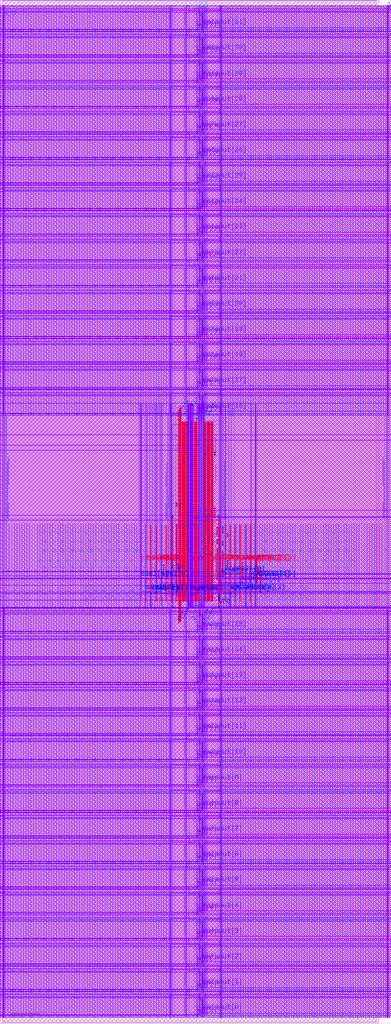
<source format=lef>
VERSION 5.8 ;
BUSBITCHARS "[]" ; 
DIVIDERCHAR "/" ; 


PROPERTYDEFINITIONS 
  MACRO CatenaDesignType STRING ; 
END PROPERTYDEFINITIONS 


MACRO srambank_128x4x32_6t122 
  CLASS BLOCK ; 
  ORIGIN 0 0 ; 
  FOREIGN srambank_128x4x32_6t122 0 0 ; 
  SIZE 64 BY 172.8 ; 
  SYMMETRY X Y ; 
  SITE coreSite ; 
  PIN VDD 
    DIRECTION INOUT ; 
    USE POWER ; 
    PORT 
      LAYER M4 ; 
        RECT 0.376 4.688 65.768 4.88 ; 
        RECT 0.376 9.008 65.768 9.2 ; 
        RECT 0.376 13.328 65.768 13.52 ; 
        RECT 0.376 17.648 65.768 17.84 ; 
        RECT 0.376 21.968 65.768 22.16 ; 
        RECT 0.376 26.288 65.768 26.48 ; 
        RECT 0.376 30.608 65.768 30.8 ; 
        RECT 0.376 34.928 65.768 35.12 ; 
        RECT 0.376 39.248 65.768 39.44 ; 
        RECT 0.376 43.568 65.768 43.76 ; 
        RECT 0.376 47.888 65.768 48.08 ; 
        RECT 0.376 52.208 65.768 52.4 ; 
        RECT 0.376 56.528 65.768 56.72 ; 
        RECT 0.376 60.848 65.768 61.04 ; 
        RECT 0.376 65.168 65.768 65.36 ; 
        RECT 0.376 69.488 65.768 69.68 ; 
        RECT 14.256 71.412 51.84 72.276 ; 
        RECT 36.788 85.428 37.352 85.524 ; 
        RECT 36.264 70.292 37.316 70.388 ; 
        RECT 29.592 84.084 36.504 84.948 ; 
        RECT 29.592 96.756 36.504 97.62 ; 
        RECT 0.376 106.316 65.768 106.508 ; 
        RECT 0.376 110.636 65.768 110.828 ; 
        RECT 0.376 114.956 65.768 115.148 ; 
        RECT 0.376 119.276 65.768 119.468 ; 
        RECT 0.376 123.596 65.768 123.788 ; 
        RECT 0.376 127.916 65.768 128.108 ; 
        RECT 0.376 132.236 65.768 132.428 ; 
        RECT 0.376 136.556 65.768 136.748 ; 
        RECT 0.376 140.876 65.768 141.068 ; 
        RECT 0.376 145.196 65.768 145.388 ; 
        RECT 0.376 149.516 65.768 149.708 ; 
        RECT 0.376 153.836 65.768 154.028 ; 
        RECT 0.376 158.156 65.768 158.348 ; 
        RECT 0.376 162.476 65.768 162.668 ; 
        RECT 0.376 166.796 65.768 166.988 ; 
        RECT 0.376 171.116 65.768 171.308 ; 
      LAYER M3 ; 
        RECT 65.576 0.866 65.648 5.506 ; 
        RECT 37.136 0.868 37.208 5.504 ; 
        RECT 31.52 1.028 31.88 5.484 ; 
        RECT 28.928 0.868 29 5.504 ; 
        RECT 0.488 0.866 0.56 5.506 ; 
        RECT 65.576 5.186 65.648 9.826 ; 
        RECT 37.136 5.188 37.208 9.824 ; 
        RECT 31.52 5.348 31.88 9.804 ; 
        RECT 28.928 5.188 29 9.824 ; 
        RECT 0.488 5.186 0.56 9.826 ; 
        RECT 65.576 9.506 65.648 14.146 ; 
        RECT 37.136 9.508 37.208 14.144 ; 
        RECT 31.52 9.668 31.88 14.124 ; 
        RECT 28.928 9.508 29 14.144 ; 
        RECT 0.488 9.506 0.56 14.146 ; 
        RECT 65.576 13.826 65.648 18.466 ; 
        RECT 37.136 13.828 37.208 18.464 ; 
        RECT 31.52 13.988 31.88 18.444 ; 
        RECT 28.928 13.828 29 18.464 ; 
        RECT 0.488 13.826 0.56 18.466 ; 
        RECT 65.576 18.146 65.648 22.786 ; 
        RECT 37.136 18.148 37.208 22.784 ; 
        RECT 31.52 18.308 31.88 22.764 ; 
        RECT 28.928 18.148 29 22.784 ; 
        RECT 0.488 18.146 0.56 22.786 ; 
        RECT 65.576 22.466 65.648 27.106 ; 
        RECT 37.136 22.468 37.208 27.104 ; 
        RECT 31.52 22.628 31.88 27.084 ; 
        RECT 28.928 22.468 29 27.104 ; 
        RECT 0.488 22.466 0.56 27.106 ; 
        RECT 65.576 26.786 65.648 31.426 ; 
        RECT 37.136 26.788 37.208 31.424 ; 
        RECT 31.52 26.948 31.88 31.404 ; 
        RECT 28.928 26.788 29 31.424 ; 
        RECT 0.488 26.786 0.56 31.426 ; 
        RECT 65.576 31.106 65.648 35.746 ; 
        RECT 37.136 31.108 37.208 35.744 ; 
        RECT 31.52 31.268 31.88 35.724 ; 
        RECT 28.928 31.108 29 35.744 ; 
        RECT 0.488 31.106 0.56 35.746 ; 
        RECT 65.576 35.426 65.648 40.066 ; 
        RECT 37.136 35.428 37.208 40.064 ; 
        RECT 31.52 35.588 31.88 40.044 ; 
        RECT 28.928 35.428 29 40.064 ; 
        RECT 0.488 35.426 0.56 40.066 ; 
        RECT 65.576 39.746 65.648 44.386 ; 
        RECT 37.136 39.748 37.208 44.384 ; 
        RECT 31.52 39.908 31.88 44.364 ; 
        RECT 28.928 39.748 29 44.384 ; 
        RECT 0.488 39.746 0.56 44.386 ; 
        RECT 65.576 44.066 65.648 48.706 ; 
        RECT 37.136 44.068 37.208 48.704 ; 
        RECT 31.52 44.228 31.88 48.684 ; 
        RECT 28.928 44.068 29 48.704 ; 
        RECT 0.488 44.066 0.56 48.706 ; 
        RECT 65.576 48.386 65.648 53.026 ; 
        RECT 37.136 48.388 37.208 53.024 ; 
        RECT 31.52 48.548 31.88 53.004 ; 
        RECT 28.928 48.388 29 53.024 ; 
        RECT 0.488 48.386 0.56 53.026 ; 
        RECT 65.576 52.706 65.648 57.346 ; 
        RECT 37.136 52.708 37.208 57.344 ; 
        RECT 31.52 52.868 31.88 57.324 ; 
        RECT 28.928 52.708 29 57.344 ; 
        RECT 0.488 52.706 0.56 57.346 ; 
        RECT 65.576 57.026 65.648 61.666 ; 
        RECT 37.136 57.028 37.208 61.664 ; 
        RECT 31.52 57.188 31.88 61.644 ; 
        RECT 28.928 57.028 29 61.664 ; 
        RECT 0.488 57.026 0.56 61.666 ; 
        RECT 65.576 61.346 65.648 65.986 ; 
        RECT 37.136 61.348 37.208 65.984 ; 
        RECT 31.52 61.508 31.88 65.964 ; 
        RECT 28.928 61.348 29 65.984 ; 
        RECT 0.488 61.346 0.56 65.986 ; 
        RECT 65.576 65.666 65.648 70.306 ; 
        RECT 37.136 65.668 37.208 70.304 ; 
        RECT 31.52 65.828 31.88 70.284 ; 
        RECT 28.928 65.668 29 70.304 ; 
        RECT 0.488 65.666 0.56 70.306 ; 
        RECT 65.556 69.962 65.628 102.79 ; 
        RECT 37.188 85.24 37.26 102.634 ; 
        RECT 37.116 70.094 37.188 70.646 ; 
        RECT 31.644 71.256 32.58 101.588 ; 
        RECT 31.5 101.256 31.86 102.76 ; 
        RECT 31.5 70.12 31.86 71.624 ; 
        RECT 0.468 69.962 0.54 102.79 ; 
        RECT 65.576 102.494 65.648 107.134 ; 
        RECT 37.136 102.496 37.208 107.132 ; 
        RECT 31.52 102.656 31.88 107.112 ; 
        RECT 28.928 102.496 29 107.132 ; 
        RECT 0.488 102.494 0.56 107.134 ; 
        RECT 65.576 106.814 65.648 111.454 ; 
        RECT 37.136 106.816 37.208 111.452 ; 
        RECT 31.52 106.976 31.88 111.432 ; 
        RECT 28.928 106.816 29 111.452 ; 
        RECT 0.488 106.814 0.56 111.454 ; 
        RECT 65.576 111.134 65.648 115.774 ; 
        RECT 37.136 111.136 37.208 115.772 ; 
        RECT 31.52 111.296 31.88 115.752 ; 
        RECT 28.928 111.136 29 115.772 ; 
        RECT 0.488 111.134 0.56 115.774 ; 
        RECT 65.576 115.454 65.648 120.094 ; 
        RECT 37.136 115.456 37.208 120.092 ; 
        RECT 31.52 115.616 31.88 120.072 ; 
        RECT 28.928 115.456 29 120.092 ; 
        RECT 0.488 115.454 0.56 120.094 ; 
        RECT 65.576 119.774 65.648 124.414 ; 
        RECT 37.136 119.776 37.208 124.412 ; 
        RECT 31.52 119.936 31.88 124.392 ; 
        RECT 28.928 119.776 29 124.412 ; 
        RECT 0.488 119.774 0.56 124.414 ; 
        RECT 65.576 124.094 65.648 128.734 ; 
        RECT 37.136 124.096 37.208 128.732 ; 
        RECT 31.52 124.256 31.88 128.712 ; 
        RECT 28.928 124.096 29 128.732 ; 
        RECT 0.488 124.094 0.56 128.734 ; 
        RECT 65.576 128.414 65.648 133.054 ; 
        RECT 37.136 128.416 37.208 133.052 ; 
        RECT 31.52 128.576 31.88 133.032 ; 
        RECT 28.928 128.416 29 133.052 ; 
        RECT 0.488 128.414 0.56 133.054 ; 
        RECT 65.576 132.734 65.648 137.374 ; 
        RECT 37.136 132.736 37.208 137.372 ; 
        RECT 31.52 132.896 31.88 137.352 ; 
        RECT 28.928 132.736 29 137.372 ; 
        RECT 0.488 132.734 0.56 137.374 ; 
        RECT 65.576 137.054 65.648 141.694 ; 
        RECT 37.136 137.056 37.208 141.692 ; 
        RECT 31.52 137.216 31.88 141.672 ; 
        RECT 28.928 137.056 29 141.692 ; 
        RECT 0.488 137.054 0.56 141.694 ; 
        RECT 65.576 141.374 65.648 146.014 ; 
        RECT 37.136 141.376 37.208 146.012 ; 
        RECT 31.52 141.536 31.88 145.992 ; 
        RECT 28.928 141.376 29 146.012 ; 
        RECT 0.488 141.374 0.56 146.014 ; 
        RECT 65.576 145.694 65.648 150.334 ; 
        RECT 37.136 145.696 37.208 150.332 ; 
        RECT 31.52 145.856 31.88 150.312 ; 
        RECT 28.928 145.696 29 150.332 ; 
        RECT 0.488 145.694 0.56 150.334 ; 
        RECT 65.576 150.014 65.648 154.654 ; 
        RECT 37.136 150.016 37.208 154.652 ; 
        RECT 31.52 150.176 31.88 154.632 ; 
        RECT 28.928 150.016 29 154.652 ; 
        RECT 0.488 150.014 0.56 154.654 ; 
        RECT 65.576 154.334 65.648 158.974 ; 
        RECT 37.136 154.336 37.208 158.972 ; 
        RECT 31.52 154.496 31.88 158.952 ; 
        RECT 28.928 154.336 29 158.972 ; 
        RECT 0.488 154.334 0.56 158.974 ; 
        RECT 65.576 158.654 65.648 163.294 ; 
        RECT 37.136 158.656 37.208 163.292 ; 
        RECT 31.52 158.816 31.88 163.272 ; 
        RECT 28.928 158.656 29 163.292 ; 
        RECT 0.488 158.654 0.56 163.294 ; 
        RECT 65.576 162.974 65.648 167.614 ; 
        RECT 37.136 162.976 37.208 167.612 ; 
        RECT 31.52 163.136 31.88 167.592 ; 
        RECT 28.928 162.976 29 167.612 ; 
        RECT 0.488 162.974 0.56 167.614 ; 
        RECT 65.576 167.294 65.648 171.934 ; 
        RECT 37.136 167.296 37.208 171.932 ; 
        RECT 31.52 167.456 31.88 171.912 ; 
        RECT 28.928 167.296 29 171.932 ; 
        RECT 0.488 167.294 0.56 171.934 ; 
      LAYER V3 ; 
        RECT 0.488 4.688 0.56 4.88 ; 
        RECT 28.928 4.688 29 4.88 ; 
        RECT 31.52 4.688 31.88 4.88 ; 
        RECT 37.136 4.688 37.208 4.88 ; 
        RECT 65.576 4.688 65.648 4.88 ; 
        RECT 0.488 9.008 0.56 9.2 ; 
        RECT 28.928 9.008 29 9.2 ; 
        RECT 31.52 9.008 31.88 9.2 ; 
        RECT 37.136 9.008 37.208 9.2 ; 
        RECT 65.576 9.008 65.648 9.2 ; 
        RECT 0.488 13.328 0.56 13.52 ; 
        RECT 28.928 13.328 29 13.52 ; 
        RECT 31.52 13.328 31.88 13.52 ; 
        RECT 37.136 13.328 37.208 13.52 ; 
        RECT 65.576 13.328 65.648 13.52 ; 
        RECT 0.488 17.648 0.56 17.84 ; 
        RECT 28.928 17.648 29 17.84 ; 
        RECT 31.52 17.648 31.88 17.84 ; 
        RECT 37.136 17.648 37.208 17.84 ; 
        RECT 65.576 17.648 65.648 17.84 ; 
        RECT 0.488 21.968 0.56 22.16 ; 
        RECT 28.928 21.968 29 22.16 ; 
        RECT 31.52 21.968 31.88 22.16 ; 
        RECT 37.136 21.968 37.208 22.16 ; 
        RECT 65.576 21.968 65.648 22.16 ; 
        RECT 0.488 26.288 0.56 26.48 ; 
        RECT 28.928 26.288 29 26.48 ; 
        RECT 31.52 26.288 31.88 26.48 ; 
        RECT 37.136 26.288 37.208 26.48 ; 
        RECT 65.576 26.288 65.648 26.48 ; 
        RECT 0.488 30.608 0.56 30.8 ; 
        RECT 28.928 30.608 29 30.8 ; 
        RECT 31.52 30.608 31.88 30.8 ; 
        RECT 37.136 30.608 37.208 30.8 ; 
        RECT 65.576 30.608 65.648 30.8 ; 
        RECT 0.488 34.928 0.56 35.12 ; 
        RECT 28.928 34.928 29 35.12 ; 
        RECT 31.52 34.928 31.88 35.12 ; 
        RECT 37.136 34.928 37.208 35.12 ; 
        RECT 65.576 34.928 65.648 35.12 ; 
        RECT 0.488 39.248 0.56 39.44 ; 
        RECT 28.928 39.248 29 39.44 ; 
        RECT 31.52 39.248 31.88 39.44 ; 
        RECT 37.136 39.248 37.208 39.44 ; 
        RECT 65.576 39.248 65.648 39.44 ; 
        RECT 0.488 43.568 0.56 43.76 ; 
        RECT 28.928 43.568 29 43.76 ; 
        RECT 31.52 43.568 31.88 43.76 ; 
        RECT 37.136 43.568 37.208 43.76 ; 
        RECT 65.576 43.568 65.648 43.76 ; 
        RECT 0.488 47.888 0.56 48.08 ; 
        RECT 28.928 47.888 29 48.08 ; 
        RECT 31.52 47.888 31.88 48.08 ; 
        RECT 37.136 47.888 37.208 48.08 ; 
        RECT 65.576 47.888 65.648 48.08 ; 
        RECT 0.488 52.208 0.56 52.4 ; 
        RECT 28.928 52.208 29 52.4 ; 
        RECT 31.52 52.208 31.88 52.4 ; 
        RECT 37.136 52.208 37.208 52.4 ; 
        RECT 65.576 52.208 65.648 52.4 ; 
        RECT 0.488 56.528 0.56 56.72 ; 
        RECT 28.928 56.528 29 56.72 ; 
        RECT 31.52 56.528 31.88 56.72 ; 
        RECT 37.136 56.528 37.208 56.72 ; 
        RECT 65.576 56.528 65.648 56.72 ; 
        RECT 0.488 60.848 0.56 61.04 ; 
        RECT 28.928 60.848 29 61.04 ; 
        RECT 31.52 60.848 31.88 61.04 ; 
        RECT 37.136 60.848 37.208 61.04 ; 
        RECT 65.576 60.848 65.648 61.04 ; 
        RECT 0.488 65.168 0.56 65.36 ; 
        RECT 28.928 65.168 29 65.36 ; 
        RECT 31.52 65.168 31.88 65.36 ; 
        RECT 37.136 65.168 37.208 65.36 ; 
        RECT 65.576 65.168 65.648 65.36 ; 
        RECT 0.488 69.488 0.56 69.68 ; 
        RECT 28.928 69.488 29 69.68 ; 
        RECT 31.52 69.488 31.88 69.68 ; 
        RECT 37.136 69.488 37.208 69.68 ; 
        RECT 65.576 69.488 65.648 69.68 ; 
        RECT 31.66 96.756 31.732 97.62 ; 
        RECT 31.66 84.084 31.732 84.948 ; 
        RECT 31.66 71.412 31.732 72.276 ; 
        RECT 31.868 96.756 31.94 97.62 ; 
        RECT 31.868 84.084 31.94 84.948 ; 
        RECT 31.868 71.412 31.94 72.276 ; 
        RECT 32.076 96.756 32.148 97.62 ; 
        RECT 32.076 84.084 32.148 84.948 ; 
        RECT 32.076 71.412 32.148 72.276 ; 
        RECT 32.284 96.756 32.356 97.62 ; 
        RECT 32.284 84.084 32.356 84.948 ; 
        RECT 32.284 71.412 32.356 72.276 ; 
        RECT 32.492 96.756 32.564 97.62 ; 
        RECT 32.492 84.084 32.564 84.948 ; 
        RECT 32.492 71.412 32.564 72.276 ; 
        RECT 37.116 70.292 37.188 70.388 ; 
        RECT 37.188 85.428 37.26 85.524 ; 
        RECT 0.488 106.316 0.56 106.508 ; 
        RECT 28.928 106.316 29 106.508 ; 
        RECT 31.52 106.316 31.88 106.508 ; 
        RECT 37.136 106.316 37.208 106.508 ; 
        RECT 65.576 106.316 65.648 106.508 ; 
        RECT 0.488 110.636 0.56 110.828 ; 
        RECT 28.928 110.636 29 110.828 ; 
        RECT 31.52 110.636 31.88 110.828 ; 
        RECT 37.136 110.636 37.208 110.828 ; 
        RECT 65.576 110.636 65.648 110.828 ; 
        RECT 0.488 114.956 0.56 115.148 ; 
        RECT 28.928 114.956 29 115.148 ; 
        RECT 31.52 114.956 31.88 115.148 ; 
        RECT 37.136 114.956 37.208 115.148 ; 
        RECT 65.576 114.956 65.648 115.148 ; 
        RECT 0.488 119.276 0.56 119.468 ; 
        RECT 28.928 119.276 29 119.468 ; 
        RECT 31.52 119.276 31.88 119.468 ; 
        RECT 37.136 119.276 37.208 119.468 ; 
        RECT 65.576 119.276 65.648 119.468 ; 
        RECT 0.488 123.596 0.56 123.788 ; 
        RECT 28.928 123.596 29 123.788 ; 
        RECT 31.52 123.596 31.88 123.788 ; 
        RECT 37.136 123.596 37.208 123.788 ; 
        RECT 65.576 123.596 65.648 123.788 ; 
        RECT 0.488 127.916 0.56 128.108 ; 
        RECT 28.928 127.916 29 128.108 ; 
        RECT 31.52 127.916 31.88 128.108 ; 
        RECT 37.136 127.916 37.208 128.108 ; 
        RECT 65.576 127.916 65.648 128.108 ; 
        RECT 0.488 132.236 0.56 132.428 ; 
        RECT 28.928 132.236 29 132.428 ; 
        RECT 31.52 132.236 31.88 132.428 ; 
        RECT 37.136 132.236 37.208 132.428 ; 
        RECT 65.576 132.236 65.648 132.428 ; 
        RECT 0.488 136.556 0.56 136.748 ; 
        RECT 28.928 136.556 29 136.748 ; 
        RECT 31.52 136.556 31.88 136.748 ; 
        RECT 37.136 136.556 37.208 136.748 ; 
        RECT 65.576 136.556 65.648 136.748 ; 
        RECT 0.488 140.876 0.56 141.068 ; 
        RECT 28.928 140.876 29 141.068 ; 
        RECT 31.52 140.876 31.88 141.068 ; 
        RECT 37.136 140.876 37.208 141.068 ; 
        RECT 65.576 140.876 65.648 141.068 ; 
        RECT 0.488 145.196 0.56 145.388 ; 
        RECT 28.928 145.196 29 145.388 ; 
        RECT 31.52 145.196 31.88 145.388 ; 
        RECT 37.136 145.196 37.208 145.388 ; 
        RECT 65.576 145.196 65.648 145.388 ; 
        RECT 0.488 149.516 0.56 149.708 ; 
        RECT 28.928 149.516 29 149.708 ; 
        RECT 31.52 149.516 31.88 149.708 ; 
        RECT 37.136 149.516 37.208 149.708 ; 
        RECT 65.576 149.516 65.648 149.708 ; 
        RECT 0.488 153.836 0.56 154.028 ; 
        RECT 28.928 153.836 29 154.028 ; 
        RECT 31.52 153.836 31.88 154.028 ; 
        RECT 37.136 153.836 37.208 154.028 ; 
        RECT 65.576 153.836 65.648 154.028 ; 
        RECT 0.488 158.156 0.56 158.348 ; 
        RECT 28.928 158.156 29 158.348 ; 
        RECT 31.52 158.156 31.88 158.348 ; 
        RECT 37.136 158.156 37.208 158.348 ; 
        RECT 65.576 158.156 65.648 158.348 ; 
        RECT 0.488 162.476 0.56 162.668 ; 
        RECT 28.928 162.476 29 162.668 ; 
        RECT 31.52 162.476 31.88 162.668 ; 
        RECT 37.136 162.476 37.208 162.668 ; 
        RECT 65.576 162.476 65.648 162.668 ; 
        RECT 0.488 166.796 0.56 166.988 ; 
        RECT 28.928 166.796 29 166.988 ; 
        RECT 31.52 166.796 31.88 166.988 ; 
        RECT 37.136 166.796 37.208 166.988 ; 
        RECT 65.576 166.796 65.648 166.988 ; 
        RECT 0.488 171.116 0.56 171.308 ; 
        RECT 28.928 171.116 29 171.308 ; 
        RECT 31.52 171.116 31.88 171.308 ; 
        RECT 37.136 171.116 37.208 171.308 ; 
        RECT 65.576 171.116 65.648 171.308 ; 
      LAYER M5 ; 
        RECT 36.864 70.22 36.96 85.596 ; 
      LAYER V4 ; 
        RECT 36.864 85.428 36.96 85.524 ; 
        RECT 36.864 71.412 36.96 72.276 ; 
        RECT 36.864 70.292 36.96 70.388 ; 
    END 
  END VDD 
  PIN VSS 
    DIRECTION INOUT ; 
    USE POWER ; 
    PORT 
      LAYER M4 ; 
        RECT 0.376 4.304 65.748 4.496 ; 
        RECT 0.376 8.624 65.748 8.816 ; 
        RECT 0.376 12.944 65.748 13.136 ; 
        RECT 0.376 17.264 65.748 17.456 ; 
        RECT 0.376 21.584 65.748 21.776 ; 
        RECT 0.376 25.904 65.748 26.096 ; 
        RECT 0.376 30.224 65.748 30.416 ; 
        RECT 0.376 34.544 65.748 34.736 ; 
        RECT 0.376 38.864 65.748 39.056 ; 
        RECT 0.376 43.184 65.748 43.376 ; 
        RECT 0.376 47.504 65.748 47.696 ; 
        RECT 0.376 51.824 65.748 52.016 ; 
        RECT 0.376 56.144 65.748 56.336 ; 
        RECT 0.376 60.464 65.748 60.656 ; 
        RECT 0.376 64.784 65.748 64.976 ; 
        RECT 0.376 69.104 65.748 69.296 ; 
        RECT 14.256 73.14 51.84 74.004 ; 
        RECT 29.592 85.812 36.504 86.676 ; 
        RECT 29.592 98.484 36.504 99.348 ; 
        RECT 0.376 105.932 65.748 106.124 ; 
        RECT 0.376 110.252 65.748 110.444 ; 
        RECT 0.376 114.572 65.748 114.764 ; 
        RECT 0.376 118.892 65.748 119.084 ; 
        RECT 0.376 123.212 65.748 123.404 ; 
        RECT 0.376 127.532 65.748 127.724 ; 
        RECT 0.376 131.852 65.748 132.044 ; 
        RECT 0.376 136.172 65.748 136.364 ; 
        RECT 0.376 140.492 65.748 140.684 ; 
        RECT 0.376 144.812 65.748 145.004 ; 
        RECT 0.376 149.132 65.748 149.324 ; 
        RECT 0.376 153.452 65.748 153.644 ; 
        RECT 0.376 157.772 65.748 157.964 ; 
        RECT 0.376 162.092 65.748 162.284 ; 
        RECT 0.376 166.412 65.748 166.604 ; 
        RECT 0.376 170.732 65.748 170.924 ; 
      LAYER M3 ; 
        RECT 65.432 0.866 65.504 5.506 ; 
        RECT 37.352 0.866 37.424 5.506 ; 
        RECT 34.292 1.012 34.436 5.468 ; 
        RECT 33.68 1.012 33.788 5.468 ; 
        RECT 28.712 0.866 28.784 5.506 ; 
        RECT 0.632 0.866 0.704 5.506 ; 
        RECT 65.432 5.186 65.504 9.826 ; 
        RECT 37.352 5.186 37.424 9.826 ; 
        RECT 34.292 5.332 34.436 9.788 ; 
        RECT 33.68 5.332 33.788 9.788 ; 
        RECT 28.712 5.186 28.784 9.826 ; 
        RECT 0.632 5.186 0.704 9.826 ; 
        RECT 65.432 9.506 65.504 14.146 ; 
        RECT 37.352 9.506 37.424 14.146 ; 
        RECT 34.292 9.652 34.436 14.108 ; 
        RECT 33.68 9.652 33.788 14.108 ; 
        RECT 28.712 9.506 28.784 14.146 ; 
        RECT 0.632 9.506 0.704 14.146 ; 
        RECT 65.432 13.826 65.504 18.466 ; 
        RECT 37.352 13.826 37.424 18.466 ; 
        RECT 34.292 13.972 34.436 18.428 ; 
        RECT 33.68 13.972 33.788 18.428 ; 
        RECT 28.712 13.826 28.784 18.466 ; 
        RECT 0.632 13.826 0.704 18.466 ; 
        RECT 65.432 18.146 65.504 22.786 ; 
        RECT 37.352 18.146 37.424 22.786 ; 
        RECT 34.292 18.292 34.436 22.748 ; 
        RECT 33.68 18.292 33.788 22.748 ; 
        RECT 28.712 18.146 28.784 22.786 ; 
        RECT 0.632 18.146 0.704 22.786 ; 
        RECT 65.432 22.466 65.504 27.106 ; 
        RECT 37.352 22.466 37.424 27.106 ; 
        RECT 34.292 22.612 34.436 27.068 ; 
        RECT 33.68 22.612 33.788 27.068 ; 
        RECT 28.712 22.466 28.784 27.106 ; 
        RECT 0.632 22.466 0.704 27.106 ; 
        RECT 65.432 26.786 65.504 31.426 ; 
        RECT 37.352 26.786 37.424 31.426 ; 
        RECT 34.292 26.932 34.436 31.388 ; 
        RECT 33.68 26.932 33.788 31.388 ; 
        RECT 28.712 26.786 28.784 31.426 ; 
        RECT 0.632 26.786 0.704 31.426 ; 
        RECT 65.432 31.106 65.504 35.746 ; 
        RECT 37.352 31.106 37.424 35.746 ; 
        RECT 34.292 31.252 34.436 35.708 ; 
        RECT 33.68 31.252 33.788 35.708 ; 
        RECT 28.712 31.106 28.784 35.746 ; 
        RECT 0.632 31.106 0.704 35.746 ; 
        RECT 65.432 35.426 65.504 40.066 ; 
        RECT 37.352 35.426 37.424 40.066 ; 
        RECT 34.292 35.572 34.436 40.028 ; 
        RECT 33.68 35.572 33.788 40.028 ; 
        RECT 28.712 35.426 28.784 40.066 ; 
        RECT 0.632 35.426 0.704 40.066 ; 
        RECT 65.432 39.746 65.504 44.386 ; 
        RECT 37.352 39.746 37.424 44.386 ; 
        RECT 34.292 39.892 34.436 44.348 ; 
        RECT 33.68 39.892 33.788 44.348 ; 
        RECT 28.712 39.746 28.784 44.386 ; 
        RECT 0.632 39.746 0.704 44.386 ; 
        RECT 65.432 44.066 65.504 48.706 ; 
        RECT 37.352 44.066 37.424 48.706 ; 
        RECT 34.292 44.212 34.436 48.668 ; 
        RECT 33.68 44.212 33.788 48.668 ; 
        RECT 28.712 44.066 28.784 48.706 ; 
        RECT 0.632 44.066 0.704 48.706 ; 
        RECT 65.432 48.386 65.504 53.026 ; 
        RECT 37.352 48.386 37.424 53.026 ; 
        RECT 34.292 48.532 34.436 52.988 ; 
        RECT 33.68 48.532 33.788 52.988 ; 
        RECT 28.712 48.386 28.784 53.026 ; 
        RECT 0.632 48.386 0.704 53.026 ; 
        RECT 65.432 52.706 65.504 57.346 ; 
        RECT 37.352 52.706 37.424 57.346 ; 
        RECT 34.292 52.852 34.436 57.308 ; 
        RECT 33.68 52.852 33.788 57.308 ; 
        RECT 28.712 52.706 28.784 57.346 ; 
        RECT 0.632 52.706 0.704 57.346 ; 
        RECT 65.432 57.026 65.504 61.666 ; 
        RECT 37.352 57.026 37.424 61.666 ; 
        RECT 34.292 57.172 34.436 61.628 ; 
        RECT 33.68 57.172 33.788 61.628 ; 
        RECT 28.712 57.026 28.784 61.666 ; 
        RECT 0.632 57.026 0.704 61.666 ; 
        RECT 65.432 61.346 65.504 65.986 ; 
        RECT 37.352 61.346 37.424 65.986 ; 
        RECT 34.292 61.492 34.436 65.948 ; 
        RECT 33.68 61.492 33.788 65.948 ; 
        RECT 28.712 61.346 28.784 65.986 ; 
        RECT 0.632 61.346 0.704 65.986 ; 
        RECT 65.432 65.666 65.504 70.306 ; 
        RECT 37.352 65.666 37.424 70.306 ; 
        RECT 34.292 65.812 34.436 70.268 ; 
        RECT 33.68 65.812 33.788 70.268 ; 
        RECT 28.712 65.666 28.784 70.306 ; 
        RECT 0.632 65.666 0.704 70.306 ; 
        RECT 65.412 69.962 65.484 102.79 ; 
        RECT 37.332 69.962 37.404 102.79 ; 
        RECT 33.516 70.856 34.452 101.588 ; 
        RECT 34.272 70.138 34.416 102.616 ; 
        RECT 33.66 70.136 33.768 102.616 ; 
        RECT 28.692 69.962 28.764 102.79 ; 
        RECT 0.612 69.962 0.684 102.79 ; 
        RECT 65.432 102.494 65.504 107.134 ; 
        RECT 37.352 102.494 37.424 107.134 ; 
        RECT 34.292 102.64 34.436 107.096 ; 
        RECT 33.68 102.64 33.788 107.096 ; 
        RECT 28.712 102.494 28.784 107.134 ; 
        RECT 0.632 102.494 0.704 107.134 ; 
        RECT 65.432 106.814 65.504 111.454 ; 
        RECT 37.352 106.814 37.424 111.454 ; 
        RECT 34.292 106.96 34.436 111.416 ; 
        RECT 33.68 106.96 33.788 111.416 ; 
        RECT 28.712 106.814 28.784 111.454 ; 
        RECT 0.632 106.814 0.704 111.454 ; 
        RECT 65.432 111.134 65.504 115.774 ; 
        RECT 37.352 111.134 37.424 115.774 ; 
        RECT 34.292 111.28 34.436 115.736 ; 
        RECT 33.68 111.28 33.788 115.736 ; 
        RECT 28.712 111.134 28.784 115.774 ; 
        RECT 0.632 111.134 0.704 115.774 ; 
        RECT 65.432 115.454 65.504 120.094 ; 
        RECT 37.352 115.454 37.424 120.094 ; 
        RECT 34.292 115.6 34.436 120.056 ; 
        RECT 33.68 115.6 33.788 120.056 ; 
        RECT 28.712 115.454 28.784 120.094 ; 
        RECT 0.632 115.454 0.704 120.094 ; 
        RECT 65.432 119.774 65.504 124.414 ; 
        RECT 37.352 119.774 37.424 124.414 ; 
        RECT 34.292 119.92 34.436 124.376 ; 
        RECT 33.68 119.92 33.788 124.376 ; 
        RECT 28.712 119.774 28.784 124.414 ; 
        RECT 0.632 119.774 0.704 124.414 ; 
        RECT 65.432 124.094 65.504 128.734 ; 
        RECT 37.352 124.094 37.424 128.734 ; 
        RECT 34.292 124.24 34.436 128.696 ; 
        RECT 33.68 124.24 33.788 128.696 ; 
        RECT 28.712 124.094 28.784 128.734 ; 
        RECT 0.632 124.094 0.704 128.734 ; 
        RECT 65.432 128.414 65.504 133.054 ; 
        RECT 37.352 128.414 37.424 133.054 ; 
        RECT 34.292 128.56 34.436 133.016 ; 
        RECT 33.68 128.56 33.788 133.016 ; 
        RECT 28.712 128.414 28.784 133.054 ; 
        RECT 0.632 128.414 0.704 133.054 ; 
        RECT 65.432 132.734 65.504 137.374 ; 
        RECT 37.352 132.734 37.424 137.374 ; 
        RECT 34.292 132.88 34.436 137.336 ; 
        RECT 33.68 132.88 33.788 137.336 ; 
        RECT 28.712 132.734 28.784 137.374 ; 
        RECT 0.632 132.734 0.704 137.374 ; 
        RECT 65.432 137.054 65.504 141.694 ; 
        RECT 37.352 137.054 37.424 141.694 ; 
        RECT 34.292 137.2 34.436 141.656 ; 
        RECT 33.68 137.2 33.788 141.656 ; 
        RECT 28.712 137.054 28.784 141.694 ; 
        RECT 0.632 137.054 0.704 141.694 ; 
        RECT 65.432 141.374 65.504 146.014 ; 
        RECT 37.352 141.374 37.424 146.014 ; 
        RECT 34.292 141.52 34.436 145.976 ; 
        RECT 33.68 141.52 33.788 145.976 ; 
        RECT 28.712 141.374 28.784 146.014 ; 
        RECT 0.632 141.374 0.704 146.014 ; 
        RECT 65.432 145.694 65.504 150.334 ; 
        RECT 37.352 145.694 37.424 150.334 ; 
        RECT 34.292 145.84 34.436 150.296 ; 
        RECT 33.68 145.84 33.788 150.296 ; 
        RECT 28.712 145.694 28.784 150.334 ; 
        RECT 0.632 145.694 0.704 150.334 ; 
        RECT 65.432 150.014 65.504 154.654 ; 
        RECT 37.352 150.014 37.424 154.654 ; 
        RECT 34.292 150.16 34.436 154.616 ; 
        RECT 33.68 150.16 33.788 154.616 ; 
        RECT 28.712 150.014 28.784 154.654 ; 
        RECT 0.632 150.014 0.704 154.654 ; 
        RECT 65.432 154.334 65.504 158.974 ; 
        RECT 37.352 154.334 37.424 158.974 ; 
        RECT 34.292 154.48 34.436 158.936 ; 
        RECT 33.68 154.48 33.788 158.936 ; 
        RECT 28.712 154.334 28.784 158.974 ; 
        RECT 0.632 154.334 0.704 158.974 ; 
        RECT 65.432 158.654 65.504 163.294 ; 
        RECT 37.352 158.654 37.424 163.294 ; 
        RECT 34.292 158.8 34.436 163.256 ; 
        RECT 33.68 158.8 33.788 163.256 ; 
        RECT 28.712 158.654 28.784 163.294 ; 
        RECT 0.632 158.654 0.704 163.294 ; 
        RECT 65.432 162.974 65.504 167.614 ; 
        RECT 37.352 162.974 37.424 167.614 ; 
        RECT 34.292 163.12 34.436 167.576 ; 
        RECT 33.68 163.12 33.788 167.576 ; 
        RECT 28.712 162.974 28.784 167.614 ; 
        RECT 0.632 162.974 0.704 167.614 ; 
        RECT 65.432 167.294 65.504 171.934 ; 
        RECT 37.352 167.294 37.424 171.934 ; 
        RECT 34.292 167.44 34.436 171.896 ; 
        RECT 33.68 167.44 33.788 171.896 ; 
        RECT 28.712 167.294 28.784 171.934 ; 
        RECT 0.632 167.294 0.704 171.934 ; 
      LAYER V3 ; 
        RECT 0.632 4.304 0.704 4.496 ; 
        RECT 28.712 4.304 28.784 4.496 ; 
        RECT 33.68 4.304 33.788 4.496 ; 
        RECT 34.292 4.304 34.436 4.496 ; 
        RECT 37.352 4.304 37.424 4.496 ; 
        RECT 65.432 4.304 65.504 4.496 ; 
        RECT 0.632 8.624 0.704 8.816 ; 
        RECT 28.712 8.624 28.784 8.816 ; 
        RECT 33.68 8.624 33.788 8.816 ; 
        RECT 34.292 8.624 34.436 8.816 ; 
        RECT 37.352 8.624 37.424 8.816 ; 
        RECT 65.432 8.624 65.504 8.816 ; 
        RECT 0.632 12.944 0.704 13.136 ; 
        RECT 28.712 12.944 28.784 13.136 ; 
        RECT 33.68 12.944 33.788 13.136 ; 
        RECT 34.292 12.944 34.436 13.136 ; 
        RECT 37.352 12.944 37.424 13.136 ; 
        RECT 65.432 12.944 65.504 13.136 ; 
        RECT 0.632 17.264 0.704 17.456 ; 
        RECT 28.712 17.264 28.784 17.456 ; 
        RECT 33.68 17.264 33.788 17.456 ; 
        RECT 34.292 17.264 34.436 17.456 ; 
        RECT 37.352 17.264 37.424 17.456 ; 
        RECT 65.432 17.264 65.504 17.456 ; 
        RECT 0.632 21.584 0.704 21.776 ; 
        RECT 28.712 21.584 28.784 21.776 ; 
        RECT 33.68 21.584 33.788 21.776 ; 
        RECT 34.292 21.584 34.436 21.776 ; 
        RECT 37.352 21.584 37.424 21.776 ; 
        RECT 65.432 21.584 65.504 21.776 ; 
        RECT 0.632 25.904 0.704 26.096 ; 
        RECT 28.712 25.904 28.784 26.096 ; 
        RECT 33.68 25.904 33.788 26.096 ; 
        RECT 34.292 25.904 34.436 26.096 ; 
        RECT 37.352 25.904 37.424 26.096 ; 
        RECT 65.432 25.904 65.504 26.096 ; 
        RECT 0.632 30.224 0.704 30.416 ; 
        RECT 28.712 30.224 28.784 30.416 ; 
        RECT 33.68 30.224 33.788 30.416 ; 
        RECT 34.292 30.224 34.436 30.416 ; 
        RECT 37.352 30.224 37.424 30.416 ; 
        RECT 65.432 30.224 65.504 30.416 ; 
        RECT 0.632 34.544 0.704 34.736 ; 
        RECT 28.712 34.544 28.784 34.736 ; 
        RECT 33.68 34.544 33.788 34.736 ; 
        RECT 34.292 34.544 34.436 34.736 ; 
        RECT 37.352 34.544 37.424 34.736 ; 
        RECT 65.432 34.544 65.504 34.736 ; 
        RECT 0.632 38.864 0.704 39.056 ; 
        RECT 28.712 38.864 28.784 39.056 ; 
        RECT 33.68 38.864 33.788 39.056 ; 
        RECT 34.292 38.864 34.436 39.056 ; 
        RECT 37.352 38.864 37.424 39.056 ; 
        RECT 65.432 38.864 65.504 39.056 ; 
        RECT 0.632 43.184 0.704 43.376 ; 
        RECT 28.712 43.184 28.784 43.376 ; 
        RECT 33.68 43.184 33.788 43.376 ; 
        RECT 34.292 43.184 34.436 43.376 ; 
        RECT 37.352 43.184 37.424 43.376 ; 
        RECT 65.432 43.184 65.504 43.376 ; 
        RECT 0.632 47.504 0.704 47.696 ; 
        RECT 28.712 47.504 28.784 47.696 ; 
        RECT 33.68 47.504 33.788 47.696 ; 
        RECT 34.292 47.504 34.436 47.696 ; 
        RECT 37.352 47.504 37.424 47.696 ; 
        RECT 65.432 47.504 65.504 47.696 ; 
        RECT 0.632 51.824 0.704 52.016 ; 
        RECT 28.712 51.824 28.784 52.016 ; 
        RECT 33.68 51.824 33.788 52.016 ; 
        RECT 34.292 51.824 34.436 52.016 ; 
        RECT 37.352 51.824 37.424 52.016 ; 
        RECT 65.432 51.824 65.504 52.016 ; 
        RECT 0.632 56.144 0.704 56.336 ; 
        RECT 28.712 56.144 28.784 56.336 ; 
        RECT 33.68 56.144 33.788 56.336 ; 
        RECT 34.292 56.144 34.436 56.336 ; 
        RECT 37.352 56.144 37.424 56.336 ; 
        RECT 65.432 56.144 65.504 56.336 ; 
        RECT 0.632 60.464 0.704 60.656 ; 
        RECT 28.712 60.464 28.784 60.656 ; 
        RECT 33.68 60.464 33.788 60.656 ; 
        RECT 34.292 60.464 34.436 60.656 ; 
        RECT 37.352 60.464 37.424 60.656 ; 
        RECT 65.432 60.464 65.504 60.656 ; 
        RECT 0.632 64.784 0.704 64.976 ; 
        RECT 28.712 64.784 28.784 64.976 ; 
        RECT 33.68 64.784 33.788 64.976 ; 
        RECT 34.292 64.784 34.436 64.976 ; 
        RECT 37.352 64.784 37.424 64.976 ; 
        RECT 65.432 64.784 65.504 64.976 ; 
        RECT 0.632 69.104 0.704 69.296 ; 
        RECT 28.712 69.104 28.784 69.296 ; 
        RECT 33.68 69.104 33.788 69.296 ; 
        RECT 34.292 69.104 34.436 69.296 ; 
        RECT 37.352 69.104 37.424 69.296 ; 
        RECT 65.432 69.104 65.504 69.296 ; 
        RECT 33.532 98.484 33.604 99.348 ; 
        RECT 33.532 85.812 33.604 86.676 ; 
        RECT 33.532 73.14 33.604 74.004 ; 
        RECT 33.74 98.484 33.812 99.348 ; 
        RECT 33.74 85.812 33.812 86.676 ; 
        RECT 33.74 73.14 33.812 74.004 ; 
        RECT 33.948 98.484 34.02 99.348 ; 
        RECT 33.948 85.812 34.02 86.676 ; 
        RECT 33.948 73.14 34.02 74.004 ; 
        RECT 34.156 98.484 34.228 99.348 ; 
        RECT 34.156 85.812 34.228 86.676 ; 
        RECT 34.156 73.14 34.228 74.004 ; 
        RECT 34.364 98.484 34.436 99.348 ; 
        RECT 34.364 85.812 34.436 86.676 ; 
        RECT 34.364 73.14 34.436 74.004 ; 
        RECT 37.332 73.142 37.404 74.006 ; 
        RECT 0.632 105.932 0.704 106.124 ; 
        RECT 28.712 105.932 28.784 106.124 ; 
        RECT 33.68 105.932 33.788 106.124 ; 
        RECT 34.292 105.932 34.436 106.124 ; 
        RECT 37.352 105.932 37.424 106.124 ; 
        RECT 65.432 105.932 65.504 106.124 ; 
        RECT 0.632 110.252 0.704 110.444 ; 
        RECT 28.712 110.252 28.784 110.444 ; 
        RECT 33.68 110.252 33.788 110.444 ; 
        RECT 34.292 110.252 34.436 110.444 ; 
        RECT 37.352 110.252 37.424 110.444 ; 
        RECT 65.432 110.252 65.504 110.444 ; 
        RECT 0.632 114.572 0.704 114.764 ; 
        RECT 28.712 114.572 28.784 114.764 ; 
        RECT 33.68 114.572 33.788 114.764 ; 
        RECT 34.292 114.572 34.436 114.764 ; 
        RECT 37.352 114.572 37.424 114.764 ; 
        RECT 65.432 114.572 65.504 114.764 ; 
        RECT 0.632 118.892 0.704 119.084 ; 
        RECT 28.712 118.892 28.784 119.084 ; 
        RECT 33.68 118.892 33.788 119.084 ; 
        RECT 34.292 118.892 34.436 119.084 ; 
        RECT 37.352 118.892 37.424 119.084 ; 
        RECT 65.432 118.892 65.504 119.084 ; 
        RECT 0.632 123.212 0.704 123.404 ; 
        RECT 28.712 123.212 28.784 123.404 ; 
        RECT 33.68 123.212 33.788 123.404 ; 
        RECT 34.292 123.212 34.436 123.404 ; 
        RECT 37.352 123.212 37.424 123.404 ; 
        RECT 65.432 123.212 65.504 123.404 ; 
        RECT 0.632 127.532 0.704 127.724 ; 
        RECT 28.712 127.532 28.784 127.724 ; 
        RECT 33.68 127.532 33.788 127.724 ; 
        RECT 34.292 127.532 34.436 127.724 ; 
        RECT 37.352 127.532 37.424 127.724 ; 
        RECT 65.432 127.532 65.504 127.724 ; 
        RECT 0.632 131.852 0.704 132.044 ; 
        RECT 28.712 131.852 28.784 132.044 ; 
        RECT 33.68 131.852 33.788 132.044 ; 
        RECT 34.292 131.852 34.436 132.044 ; 
        RECT 37.352 131.852 37.424 132.044 ; 
        RECT 65.432 131.852 65.504 132.044 ; 
        RECT 0.632 136.172 0.704 136.364 ; 
        RECT 28.712 136.172 28.784 136.364 ; 
        RECT 33.68 136.172 33.788 136.364 ; 
        RECT 34.292 136.172 34.436 136.364 ; 
        RECT 37.352 136.172 37.424 136.364 ; 
        RECT 65.432 136.172 65.504 136.364 ; 
        RECT 0.632 140.492 0.704 140.684 ; 
        RECT 28.712 140.492 28.784 140.684 ; 
        RECT 33.68 140.492 33.788 140.684 ; 
        RECT 34.292 140.492 34.436 140.684 ; 
        RECT 37.352 140.492 37.424 140.684 ; 
        RECT 65.432 140.492 65.504 140.684 ; 
        RECT 0.632 144.812 0.704 145.004 ; 
        RECT 28.712 144.812 28.784 145.004 ; 
        RECT 33.68 144.812 33.788 145.004 ; 
        RECT 34.292 144.812 34.436 145.004 ; 
        RECT 37.352 144.812 37.424 145.004 ; 
        RECT 65.432 144.812 65.504 145.004 ; 
        RECT 0.632 149.132 0.704 149.324 ; 
        RECT 28.712 149.132 28.784 149.324 ; 
        RECT 33.68 149.132 33.788 149.324 ; 
        RECT 34.292 149.132 34.436 149.324 ; 
        RECT 37.352 149.132 37.424 149.324 ; 
        RECT 65.432 149.132 65.504 149.324 ; 
        RECT 0.632 153.452 0.704 153.644 ; 
        RECT 28.712 153.452 28.784 153.644 ; 
        RECT 33.68 153.452 33.788 153.644 ; 
        RECT 34.292 153.452 34.436 153.644 ; 
        RECT 37.352 153.452 37.424 153.644 ; 
        RECT 65.432 153.452 65.504 153.644 ; 
        RECT 0.632 157.772 0.704 157.964 ; 
        RECT 28.712 157.772 28.784 157.964 ; 
        RECT 33.68 157.772 33.788 157.964 ; 
        RECT 34.292 157.772 34.436 157.964 ; 
        RECT 37.352 157.772 37.424 157.964 ; 
        RECT 65.432 157.772 65.504 157.964 ; 
        RECT 0.632 162.092 0.704 162.284 ; 
        RECT 28.712 162.092 28.784 162.284 ; 
        RECT 33.68 162.092 33.788 162.284 ; 
        RECT 34.292 162.092 34.436 162.284 ; 
        RECT 37.352 162.092 37.424 162.284 ; 
        RECT 65.432 162.092 65.504 162.284 ; 
        RECT 0.632 166.412 0.704 166.604 ; 
        RECT 28.712 166.412 28.784 166.604 ; 
        RECT 33.68 166.412 33.788 166.604 ; 
        RECT 34.292 166.412 34.436 166.604 ; 
        RECT 37.352 166.412 37.424 166.604 ; 
        RECT 65.432 166.412 65.504 166.604 ; 
        RECT 0.632 170.732 0.704 170.924 ; 
        RECT 28.712 170.732 28.784 170.924 ; 
        RECT 33.68 170.732 33.788 170.924 ; 
        RECT 34.292 170.732 34.436 170.924 ; 
        RECT 37.352 170.732 37.424 170.924 ; 
        RECT 65.432 170.732 65.504 170.924 ; 
    END 
  END VSS 
  PIN ADDRESS[0] 
    DIRECTION INPUT ; 
    USE SIGNAL ; 
    PORT 
      LAYER M3 ; 
        RECT 43.164 75.028 43.236 75.176 ; 
      LAYER M4 ; 
        RECT 42.956 75.06 43.292 75.156 ; 
      LAYER M5 ; 
        RECT 43.152 71.256 43.248 84.216 ; 
      LAYER V3 ; 
        RECT 43.164 75.06 43.236 75.156 ; 
      LAYER V4 ; 
        RECT 43.152 75.06 43.248 75.156 ; 
    END 
  END ADDRESS[0] 
  PIN ADDRESS[1] 
    DIRECTION INPUT ; 
    USE SIGNAL ; 
    PORT 
      LAYER M3 ; 
        RECT 42.3 75.04 42.372 75.188 ; 
      LAYER M4 ; 
        RECT 42.092 75.06 42.428 75.156 ; 
      LAYER M5 ; 
        RECT 42.288 71.256 42.384 84.216 ; 
      LAYER V3 ; 
        RECT 42.3 75.06 42.372 75.156 ; 
      LAYER V4 ; 
        RECT 42.288 75.06 42.384 75.156 ; 
    END 
  END ADDRESS[1] 
  PIN ADDRESS[2] 
    DIRECTION INPUT ; 
    USE SIGNAL ; 
    PORT 
      LAYER M3 ; 
        RECT 41.436 72.724 41.508 72.872 ; 
      LAYER M4 ; 
        RECT 41.228 72.756 41.564 72.852 ; 
      LAYER M5 ; 
        RECT 41.424 71.256 41.52 84.216 ; 
      LAYER V3 ; 
        RECT 41.436 72.756 41.508 72.852 ; 
      LAYER V4 ; 
        RECT 41.424 72.756 41.52 72.852 ; 
    END 
  END ADDRESS[2] 
  PIN ADDRESS[3] 
    DIRECTION INPUT ; 
    USE SIGNAL ; 
    PORT 
      LAYER M3 ; 
        RECT 40.572 73.684 40.644 74.408 ; 
      LAYER M4 ; 
        RECT 40.364 74.292 40.7 74.388 ; 
      LAYER M5 ; 
        RECT 40.56 71.256 40.656 84.216 ; 
      LAYER V3 ; 
        RECT 40.572 74.292 40.644 74.388 ; 
      LAYER V4 ; 
        RECT 40.56 74.292 40.656 74.388 ; 
    END 
  END ADDRESS[3] 
  PIN ADDRESS[4] 
    DIRECTION INPUT ; 
    USE SIGNAL ; 
    PORT 
      LAYER M3 ; 
        RECT 39.708 72.736 39.78 73.004 ; 
      LAYER M4 ; 
        RECT 39.5 72.756 39.836 72.852 ; 
      LAYER M5 ; 
        RECT 39.696 71.256 39.792 84.216 ; 
      LAYER V3 ; 
        RECT 39.708 72.756 39.78 72.852 ; 
      LAYER V4 ; 
        RECT 39.696 72.756 39.792 72.852 ; 
    END 
  END ADDRESS[4] 
  PIN ADDRESS[5] 
    DIRECTION INPUT ; 
    USE SIGNAL ; 
    PORT 
      LAYER M3 ; 
        RECT 38.844 71.668 38.916 72.68 ; 
      LAYER M4 ; 
        RECT 38.636 72.564 38.972 72.66 ; 
      LAYER M5 ; 
        RECT 38.832 71.256 38.928 84.216 ; 
      LAYER V3 ; 
        RECT 38.844 72.564 38.916 72.66 ; 
      LAYER V4 ; 
        RECT 38.832 72.564 38.928 72.66 ; 
    END 
  END ADDRESS[5] 
  PIN ADDRESS[6] 
    DIRECTION INPUT ; 
    USE SIGNAL ; 
    PORT 
      LAYER M3 ; 
        RECT 37.98 75.808 38.052 75.956 ; 
      LAYER M4 ; 
        RECT 37.772 75.828 38.108 75.924 ; 
      LAYER M5 ; 
        RECT 37.968 71.256 38.064 84.216 ; 
      LAYER V3 ; 
        RECT 37.98 75.828 38.052 75.924 ; 
      LAYER V4 ; 
        RECT 37.968 75.828 38.064 75.924 ; 
    END 
  END ADDRESS[6] 
  PIN ADDRESS[7] 
    DIRECTION INPUT ; 
    USE SIGNAL ; 
    PORT 
      LAYER M3 ; 
        RECT 37.116 75.196 37.188 75.56 ; 
      LAYER M4 ; 
        RECT 36.908 75.444 37.244 75.54 ; 
      LAYER M5 ; 
        RECT 37.104 71.256 37.2 84.216 ; 
      LAYER V3 ; 
        RECT 37.116 75.444 37.188 75.54 ; 
      LAYER V4 ; 
        RECT 37.104 75.444 37.2 75.54 ; 
    END 
  END ADDRESS[7] 
  PIN ADDRESS[8] 
    DIRECTION INPUT ; 
    USE SIGNAL ; 
    PORT 
      LAYER M3 ; 
        RECT 34.524 72.736 34.596 73.004 ; 
      LAYER M4 ; 
        RECT 33.388 72.756 34.64 72.852 ; 
      LAYER M5 ; 
        RECT 33.432 71.256 33.528 84.216 ; 
      LAYER V3 ; 
        RECT 34.524 72.756 34.596 72.852 ; 
      LAYER V4 ; 
        RECT 33.432 72.756 33.528 72.852 ; 
    END 
  END ADDRESS[8] 
  PIN banksel 
    DIRECTION INPUT ; 
    USE SIGNAL ; 
    PORT 
      LAYER M3 ; 
        RECT 32.94 71.668 33.012 72.68 ; 
      LAYER M4 ; 
        RECT 32.092 72.564 33.056 72.66 ; 
      LAYER M5 ; 
        RECT 32.136 71.256 32.232 84.216 ; 
      LAYER V3 ; 
        RECT 32.94 72.564 33.012 72.66 ; 
      LAYER V4 ; 
        RECT 32.136 72.564 32.232 72.66 ; 
    END 
  END banksel 
  PIN write 
    DIRECTION INPUT ; 
    USE SIGNAL ; 
    PORT 
      LAYER M3 ; 
        RECT 29.772 72.736 29.844 73.004 ; 
      LAYER M4 ; 
        RECT 29.564 72.756 29.9 72.852 ; 
      LAYER M5 ; 
        RECT 29.76 71.256 29.856 84.216 ; 
      LAYER V3 ; 
        RECT 29.772 72.756 29.844 72.852 ; 
      LAYER V4 ; 
        RECT 29.76 72.756 29.856 72.852 ; 
    END 
  END write 
  PIN clk 
    DIRECTION INPUT ; 
    USE SIGNAL ; 
    PORT 
      LAYER M3 ; 
        RECT 28.908 76.192 28.98 76.388 ; 
      LAYER M4 ; 
        RECT 28.7 76.212 29.036 76.308 ; 
      LAYER M5 ; 
        RECT 28.896 71.256 28.992 84.216 ; 
      LAYER V3 ; 
        RECT 28.908 76.212 28.98 76.308 ; 
      LAYER V4 ; 
        RECT 28.896 76.212 28.992 76.308 ; 
    END 
  END clk 
  PIN read 
    DIRECTION INPUT ; 
    USE SIGNAL ; 
    PORT 
      LAYER M3 ; 
        RECT 29.052 71.668 29.124 72.68 ; 
      LAYER M4 ; 
        RECT 27.988 72.564 29.168 72.66 ; 
      LAYER M5 ; 
        RECT 28.032 71.256 28.128 84.216 ; 
      LAYER V3 ; 
        RECT 29.052 72.564 29.124 72.66 ; 
      LAYER V4 ; 
        RECT 28.032 72.564 28.128 72.66 ; 
    END 
  END read 
  PIN sdel[0] 
    DIRECTION INPUT ; 
    USE SIGNAL ; 
    PORT 
      LAYER M3 ; 
        RECT 27.18 75.028 27.252 75.176 ; 
      LAYER M4 ; 
        RECT 26.972 75.06 27.308 75.156 ; 
      LAYER M5 ; 
        RECT 27.168 71.256 27.264 84.216 ; 
      LAYER V3 ; 
        RECT 27.18 75.06 27.252 75.156 ; 
      LAYER V4 ; 
        RECT 27.168 75.06 27.264 75.156 ; 
    END 
  END sdel[0] 
  PIN sdel[1] 
    DIRECTION INPUT ; 
    USE SIGNAL ; 
    PORT 
      LAYER M3 ; 
        RECT 26.316 72.736 26.388 73.652 ; 
      LAYER M4 ; 
        RECT 26.108 72.756 26.444 72.852 ; 
      LAYER M5 ; 
        RECT 26.304 71.256 26.4 84.216 ; 
      LAYER V3 ; 
        RECT 26.316 72.756 26.388 72.852 ; 
      LAYER V4 ; 
        RECT 26.304 72.756 26.4 72.852 ; 
    END 
  END sdel[1] 
  PIN sdel[2] 
    DIRECTION INPUT ; 
    USE SIGNAL ; 
    PORT 
      LAYER M3 ; 
        RECT 25.452 71.668 25.524 72.68 ; 
      LAYER M4 ; 
        RECT 25.244 72.564 25.58 72.66 ; 
      LAYER M5 ; 
        RECT 25.44 71.256 25.536 84.216 ; 
      LAYER V3 ; 
        RECT 25.452 72.564 25.524 72.66 ; 
      LAYER V4 ; 
        RECT 25.44 72.564 25.536 72.66 ; 
    END 
  END sdel[2] 
  PIN sdel[3] 
    DIRECTION INPUT ; 
    USE SIGNAL ; 
    PORT 
      LAYER M3 ; 
        RECT 24.588 72.724 24.66 72.872 ; 
      LAYER M4 ; 
        RECT 24.38 72.756 24.716 72.852 ; 
      LAYER M5 ; 
        RECT 24.576 71.256 24.672 84.216 ; 
      LAYER V3 ; 
        RECT 24.588 72.756 24.66 72.852 ; 
      LAYER V4 ; 
        RECT 24.576 72.756 24.672 72.852 ; 
    END 
  END sdel[3] 
  PIN sdel[4] 
    DIRECTION INPUT ; 
    USE SIGNAL ; 
    PORT 
      LAYER M3 ; 
        RECT 23.724 75.028 23.796 75.176 ; 
      LAYER M4 ; 
        RECT 23.516 75.06 23.852 75.156 ; 
      LAYER M5 ; 
        RECT 23.712 71.256 23.808 84.216 ; 
      LAYER V3 ; 
        RECT 23.724 75.06 23.796 75.156 ; 
      LAYER V4 ; 
        RECT 23.712 75.06 23.808 75.156 ; 
    END 
  END sdel[4] 
  PIN dataout[0] 
    DIRECTION OUTPUT ; 
    USE SIGNAL ; 
    PORT 
      LAYER M4 ; 
        RECT 31.796 1.712 34.388 1.808 ; 
      LAYER M3 ; 
        RECT 34.148 1.51 34.22 2.468 ; 
      LAYER V3 ; 
        RECT 34.148 1.712 34.22 1.808 ; 
    END 
  END dataout[0] 
  PIN wd[0] 
    DIRECTION INPUT ; 
    USE SIGNAL ; 
    PORT 
      LAYER M4 ; 
        RECT 31.796 1.328 34.66 1.424 ; 
      LAYER M3 ; 
        RECT 33.248 1.08 33.32 2.7 ; 
      LAYER V3 ; 
        RECT 33.248 1.328 33.32 1.424 ; 
    END 
  END wd[0] 
  PIN dataout[1] 
    DIRECTION OUTPUT ; 
    USE SIGNAL ; 
    PORT 
      LAYER M4 ; 
        RECT 31.796 6.032 34.388 6.128 ; 
      LAYER M3 ; 
        RECT 34.148 5.83 34.22 6.788 ; 
      LAYER V3 ; 
        RECT 34.148 6.032 34.22 6.128 ; 
    END 
  END dataout[1] 
  PIN wd[1] 
    DIRECTION INPUT ; 
    USE SIGNAL ; 
    PORT 
      LAYER M4 ; 
        RECT 31.796 5.648 34.66 5.744 ; 
      LAYER M3 ; 
        RECT 33.248 5.4 33.32 7.02 ; 
      LAYER V3 ; 
        RECT 33.248 5.648 33.32 5.744 ; 
    END 
  END wd[1] 
  PIN dataout[2] 
    DIRECTION OUTPUT ; 
    USE SIGNAL ; 
    PORT 
      LAYER M4 ; 
        RECT 31.796 10.352 34.388 10.448 ; 
      LAYER M3 ; 
        RECT 34.148 10.15 34.22 11.108 ; 
      LAYER V3 ; 
        RECT 34.148 10.352 34.22 10.448 ; 
    END 
  END dataout[2] 
  PIN wd[2] 
    DIRECTION INPUT ; 
    USE SIGNAL ; 
    PORT 
      LAYER M4 ; 
        RECT 31.796 9.968 34.66 10.064 ; 
      LAYER M3 ; 
        RECT 33.248 9.72 33.32 11.34 ; 
      LAYER V3 ; 
        RECT 33.248 9.968 33.32 10.064 ; 
    END 
  END wd[2] 
  PIN dataout[3] 
    DIRECTION OUTPUT ; 
    USE SIGNAL ; 
    PORT 
      LAYER M4 ; 
        RECT 31.796 14.672 34.388 14.768 ; 
      LAYER M3 ; 
        RECT 34.148 14.47 34.22 15.428 ; 
      LAYER V3 ; 
        RECT 34.148 14.672 34.22 14.768 ; 
    END 
  END dataout[3] 
  PIN wd[3] 
    DIRECTION INPUT ; 
    USE SIGNAL ; 
    PORT 
      LAYER M4 ; 
        RECT 31.796 14.288 34.66 14.384 ; 
      LAYER M3 ; 
        RECT 33.248 14.04 33.32 15.66 ; 
      LAYER V3 ; 
        RECT 33.248 14.288 33.32 14.384 ; 
    END 
  END wd[3] 
  PIN dataout[4] 
    DIRECTION OUTPUT ; 
    USE SIGNAL ; 
    PORT 
      LAYER M4 ; 
        RECT 31.796 18.992 34.388 19.088 ; 
      LAYER M3 ; 
        RECT 34.148 18.79 34.22 19.748 ; 
      LAYER V3 ; 
        RECT 34.148 18.992 34.22 19.088 ; 
    END 
  END dataout[4] 
  PIN wd[4] 
    DIRECTION INPUT ; 
    USE SIGNAL ; 
    PORT 
      LAYER M4 ; 
        RECT 31.796 18.608 34.66 18.704 ; 
      LAYER M3 ; 
        RECT 33.248 18.36 33.32 19.98 ; 
      LAYER V3 ; 
        RECT 33.248 18.608 33.32 18.704 ; 
    END 
  END wd[4] 
  PIN dataout[5] 
    DIRECTION OUTPUT ; 
    USE SIGNAL ; 
    PORT 
      LAYER M4 ; 
        RECT 31.796 23.312 34.388 23.408 ; 
      LAYER M3 ; 
        RECT 34.148 23.11 34.22 24.068 ; 
      LAYER V3 ; 
        RECT 34.148 23.312 34.22 23.408 ; 
    END 
  END dataout[5] 
  PIN wd[5] 
    DIRECTION INPUT ; 
    USE SIGNAL ; 
    PORT 
      LAYER M4 ; 
        RECT 31.796 22.928 34.66 23.024 ; 
      LAYER M3 ; 
        RECT 33.248 22.68 33.32 24.3 ; 
      LAYER V3 ; 
        RECT 33.248 22.928 33.32 23.024 ; 
    END 
  END wd[5] 
  PIN dataout[6] 
    DIRECTION OUTPUT ; 
    USE SIGNAL ; 
    PORT 
      LAYER M4 ; 
        RECT 31.796 27.632 34.388 27.728 ; 
      LAYER M3 ; 
        RECT 34.148 27.43 34.22 28.388 ; 
      LAYER V3 ; 
        RECT 34.148 27.632 34.22 27.728 ; 
    END 
  END dataout[6] 
  PIN wd[6] 
    DIRECTION INPUT ; 
    USE SIGNAL ; 
    PORT 
      LAYER M4 ; 
        RECT 31.796 27.248 34.66 27.344 ; 
      LAYER M3 ; 
        RECT 33.248 27 33.32 28.62 ; 
      LAYER V3 ; 
        RECT 33.248 27.248 33.32 27.344 ; 
    END 
  END wd[6] 
  PIN dataout[7] 
    DIRECTION OUTPUT ; 
    USE SIGNAL ; 
    PORT 
      LAYER M4 ; 
        RECT 31.796 31.952 34.388 32.048 ; 
      LAYER M3 ; 
        RECT 34.148 31.75 34.22 32.708 ; 
      LAYER V3 ; 
        RECT 34.148 31.952 34.22 32.048 ; 
    END 
  END dataout[7] 
  PIN wd[7] 
    DIRECTION INPUT ; 
    USE SIGNAL ; 
    PORT 
      LAYER M4 ; 
        RECT 31.796 31.568 34.66 31.664 ; 
      LAYER M3 ; 
        RECT 33.248 31.32 33.32 32.94 ; 
      LAYER V3 ; 
        RECT 33.248 31.568 33.32 31.664 ; 
    END 
  END wd[7] 
  PIN dataout[8] 
    DIRECTION OUTPUT ; 
    USE SIGNAL ; 
    PORT 
      LAYER M4 ; 
        RECT 31.796 36.272 34.388 36.368 ; 
      LAYER M3 ; 
        RECT 34.148 36.07 34.22 37.028 ; 
      LAYER V3 ; 
        RECT 34.148 36.272 34.22 36.368 ; 
    END 
  END dataout[8] 
  PIN wd[8] 
    DIRECTION INPUT ; 
    USE SIGNAL ; 
    PORT 
      LAYER M4 ; 
        RECT 31.796 35.888 34.66 35.984 ; 
      LAYER M3 ; 
        RECT 33.248 35.64 33.32 37.26 ; 
      LAYER V3 ; 
        RECT 33.248 35.888 33.32 35.984 ; 
    END 
  END wd[8] 
  PIN dataout[9] 
    DIRECTION OUTPUT ; 
    USE SIGNAL ; 
    PORT 
      LAYER M4 ; 
        RECT 31.796 40.592 34.388 40.688 ; 
      LAYER M3 ; 
        RECT 34.148 40.39 34.22 41.348 ; 
      LAYER V3 ; 
        RECT 34.148 40.592 34.22 40.688 ; 
    END 
  END dataout[9] 
  PIN wd[9] 
    DIRECTION INPUT ; 
    USE SIGNAL ; 
    PORT 
      LAYER M4 ; 
        RECT 31.796 40.208 34.66 40.304 ; 
      LAYER M3 ; 
        RECT 33.248 39.96 33.32 41.58 ; 
      LAYER V3 ; 
        RECT 33.248 40.208 33.32 40.304 ; 
    END 
  END wd[9] 
  PIN dataout[10] 
    DIRECTION OUTPUT ; 
    USE SIGNAL ; 
    PORT 
      LAYER M4 ; 
        RECT 31.796 44.912 34.388 45.008 ; 
      LAYER M3 ; 
        RECT 34.148 44.71 34.22 45.668 ; 
      LAYER V3 ; 
        RECT 34.148 44.912 34.22 45.008 ; 
    END 
  END dataout[10] 
  PIN wd[10] 
    DIRECTION INPUT ; 
    USE SIGNAL ; 
    PORT 
      LAYER M4 ; 
        RECT 31.796 44.528 34.66 44.624 ; 
      LAYER M3 ; 
        RECT 33.248 44.28 33.32 45.9 ; 
      LAYER V3 ; 
        RECT 33.248 44.528 33.32 44.624 ; 
    END 
  END wd[10] 
  PIN dataout[11] 
    DIRECTION OUTPUT ; 
    USE SIGNAL ; 
    PORT 
      LAYER M4 ; 
        RECT 31.796 49.232 34.388 49.328 ; 
      LAYER M3 ; 
        RECT 34.148 49.03 34.22 49.988 ; 
      LAYER V3 ; 
        RECT 34.148 49.232 34.22 49.328 ; 
    END 
  END dataout[11] 
  PIN wd[11] 
    DIRECTION INPUT ; 
    USE SIGNAL ; 
    PORT 
      LAYER M4 ; 
        RECT 31.796 48.848 34.66 48.944 ; 
      LAYER M3 ; 
        RECT 33.248 48.6 33.32 50.22 ; 
      LAYER V3 ; 
        RECT 33.248 48.848 33.32 48.944 ; 
    END 
  END wd[11] 
  PIN dataout[12] 
    DIRECTION OUTPUT ; 
    USE SIGNAL ; 
    PORT 
      LAYER M4 ; 
        RECT 31.796 53.552 34.388 53.648 ; 
      LAYER M3 ; 
        RECT 34.148 53.35 34.22 54.308 ; 
      LAYER V3 ; 
        RECT 34.148 53.552 34.22 53.648 ; 
    END 
  END dataout[12] 
  PIN wd[12] 
    DIRECTION INPUT ; 
    USE SIGNAL ; 
    PORT 
      LAYER M4 ; 
        RECT 31.796 53.168 34.66 53.264 ; 
      LAYER M3 ; 
        RECT 33.248 52.92 33.32 54.54 ; 
      LAYER V3 ; 
        RECT 33.248 53.168 33.32 53.264 ; 
    END 
  END wd[12] 
  PIN dataout[13] 
    DIRECTION OUTPUT ; 
    USE SIGNAL ; 
    PORT 
      LAYER M4 ; 
        RECT 31.796 57.872 34.388 57.968 ; 
      LAYER M3 ; 
        RECT 34.148 57.67 34.22 58.628 ; 
      LAYER V3 ; 
        RECT 34.148 57.872 34.22 57.968 ; 
    END 
  END dataout[13] 
  PIN wd[13] 
    DIRECTION INPUT ; 
    USE SIGNAL ; 
    PORT 
      LAYER M4 ; 
        RECT 31.796 57.488 34.66 57.584 ; 
      LAYER M3 ; 
        RECT 33.248 57.24 33.32 58.86 ; 
      LAYER V3 ; 
        RECT 33.248 57.488 33.32 57.584 ; 
    END 
  END wd[13] 
  PIN dataout[14] 
    DIRECTION OUTPUT ; 
    USE SIGNAL ; 
    PORT 
      LAYER M4 ; 
        RECT 31.796 62.192 34.388 62.288 ; 
      LAYER M3 ; 
        RECT 34.148 61.99 34.22 62.948 ; 
      LAYER V3 ; 
        RECT 34.148 62.192 34.22 62.288 ; 
    END 
  END dataout[14] 
  PIN wd[14] 
    DIRECTION INPUT ; 
    USE SIGNAL ; 
    PORT 
      LAYER M4 ; 
        RECT 31.796 61.808 34.66 61.904 ; 
      LAYER M3 ; 
        RECT 33.248 61.56 33.32 63.18 ; 
      LAYER V3 ; 
        RECT 33.248 61.808 33.32 61.904 ; 
    END 
  END wd[14] 
  PIN dataout[15] 
    DIRECTION OUTPUT ; 
    USE SIGNAL ; 
    PORT 
      LAYER M4 ; 
        RECT 31.796 66.512 34.388 66.608 ; 
      LAYER M3 ; 
        RECT 34.148 66.31 34.22 67.268 ; 
      LAYER V3 ; 
        RECT 34.148 66.512 34.22 66.608 ; 
    END 
  END dataout[15] 
  PIN wd[15] 
    DIRECTION INPUT ; 
    USE SIGNAL ; 
    PORT 
      LAYER M4 ; 
        RECT 31.796 66.128 34.66 66.224 ; 
      LAYER M3 ; 
        RECT 33.248 65.88 33.32 67.5 ; 
      LAYER V3 ; 
        RECT 33.248 66.128 33.32 66.224 ; 
    END 
  END wd[15] 
  PIN dataout[16] 
    DIRECTION OUTPUT ; 
    USE SIGNAL ; 
    PORT 
      LAYER M4 ; 
        RECT 31.796 103.34 34.388 103.436 ; 
      LAYER M3 ; 
        RECT 34.148 103.138 34.22 104.096 ; 
      LAYER V3 ; 
        RECT 34.148 103.34 34.22 103.436 ; 
    END 
  END dataout[16] 
  PIN wd[16] 
    DIRECTION INPUT ; 
    USE SIGNAL ; 
    PORT 
      LAYER M4 ; 
        RECT 31.796 102.956 34.66 103.052 ; 
      LAYER M3 ; 
        RECT 33.248 102.708 33.32 104.328 ; 
      LAYER V3 ; 
        RECT 33.248 102.956 33.32 103.052 ; 
    END 
  END wd[16] 
  PIN dataout[17] 
    DIRECTION OUTPUT ; 
    USE SIGNAL ; 
    PORT 
      LAYER M4 ; 
        RECT 31.796 107.66 34.388 107.756 ; 
      LAYER M3 ; 
        RECT 34.148 107.458 34.22 108.416 ; 
      LAYER V3 ; 
        RECT 34.148 107.66 34.22 107.756 ; 
    END 
  END dataout[17] 
  PIN wd[17] 
    DIRECTION INPUT ; 
    USE SIGNAL ; 
    PORT 
      LAYER M4 ; 
        RECT 31.796 107.276 34.66 107.372 ; 
      LAYER M3 ; 
        RECT 33.248 107.028 33.32 108.648 ; 
      LAYER V3 ; 
        RECT 33.248 107.276 33.32 107.372 ; 
    END 
  END wd[17] 
  PIN dataout[18] 
    DIRECTION OUTPUT ; 
    USE SIGNAL ; 
    PORT 
      LAYER M4 ; 
        RECT 31.796 111.98 34.388 112.076 ; 
      LAYER M3 ; 
        RECT 34.148 111.778 34.22 112.736 ; 
      LAYER V3 ; 
        RECT 34.148 111.98 34.22 112.076 ; 
    END 
  END dataout[18] 
  PIN wd[18] 
    DIRECTION INPUT ; 
    USE SIGNAL ; 
    PORT 
      LAYER M4 ; 
        RECT 31.796 111.596 34.66 111.692 ; 
      LAYER M3 ; 
        RECT 33.248 111.348 33.32 112.968 ; 
      LAYER V3 ; 
        RECT 33.248 111.596 33.32 111.692 ; 
    END 
  END wd[18] 
  PIN dataout[19] 
    DIRECTION OUTPUT ; 
    USE SIGNAL ; 
    PORT 
      LAYER M4 ; 
        RECT 31.796 116.3 34.388 116.396 ; 
      LAYER M3 ; 
        RECT 34.148 116.098 34.22 117.056 ; 
      LAYER V3 ; 
        RECT 34.148 116.3 34.22 116.396 ; 
    END 
  END dataout[19] 
  PIN wd[19] 
    DIRECTION INPUT ; 
    USE SIGNAL ; 
    PORT 
      LAYER M4 ; 
        RECT 31.796 115.916 34.66 116.012 ; 
      LAYER M3 ; 
        RECT 33.248 115.668 33.32 117.288 ; 
      LAYER V3 ; 
        RECT 33.248 115.916 33.32 116.012 ; 
    END 
  END wd[19] 
  PIN dataout[20] 
    DIRECTION OUTPUT ; 
    USE SIGNAL ; 
    PORT 
      LAYER M4 ; 
        RECT 31.796 120.62 34.388 120.716 ; 
      LAYER M3 ; 
        RECT 34.148 120.418 34.22 121.376 ; 
      LAYER V3 ; 
        RECT 34.148 120.62 34.22 120.716 ; 
    END 
  END dataout[20] 
  PIN wd[20] 
    DIRECTION INPUT ; 
    USE SIGNAL ; 
    PORT 
      LAYER M4 ; 
        RECT 31.796 120.236 34.66 120.332 ; 
      LAYER M3 ; 
        RECT 33.248 119.988 33.32 121.608 ; 
      LAYER V3 ; 
        RECT 33.248 120.236 33.32 120.332 ; 
    END 
  END wd[20] 
  PIN dataout[21] 
    DIRECTION OUTPUT ; 
    USE SIGNAL ; 
    PORT 
      LAYER M4 ; 
        RECT 31.796 124.94 34.388 125.036 ; 
      LAYER M3 ; 
        RECT 34.148 124.738 34.22 125.696 ; 
      LAYER V3 ; 
        RECT 34.148 124.94 34.22 125.036 ; 
    END 
  END dataout[21] 
  PIN wd[21] 
    DIRECTION INPUT ; 
    USE SIGNAL ; 
    PORT 
      LAYER M4 ; 
        RECT 31.796 124.556 34.66 124.652 ; 
      LAYER M3 ; 
        RECT 33.248 124.308 33.32 125.928 ; 
      LAYER V3 ; 
        RECT 33.248 124.556 33.32 124.652 ; 
    END 
  END wd[21] 
  PIN dataout[22] 
    DIRECTION OUTPUT ; 
    USE SIGNAL ; 
    PORT 
      LAYER M4 ; 
        RECT 31.796 129.26 34.388 129.356 ; 
      LAYER M3 ; 
        RECT 34.148 129.058 34.22 130.016 ; 
      LAYER V3 ; 
        RECT 34.148 129.26 34.22 129.356 ; 
    END 
  END dataout[22] 
  PIN wd[22] 
    DIRECTION INPUT ; 
    USE SIGNAL ; 
    PORT 
      LAYER M4 ; 
        RECT 31.796 128.876 34.66 128.972 ; 
      LAYER M3 ; 
        RECT 33.248 128.628 33.32 130.248 ; 
      LAYER V3 ; 
        RECT 33.248 128.876 33.32 128.972 ; 
    END 
  END wd[22] 
  PIN dataout[23] 
    DIRECTION OUTPUT ; 
    USE SIGNAL ; 
    PORT 
      LAYER M4 ; 
        RECT 31.796 133.58 34.388 133.676 ; 
      LAYER M3 ; 
        RECT 34.148 133.378 34.22 134.336 ; 
      LAYER V3 ; 
        RECT 34.148 133.58 34.22 133.676 ; 
    END 
  END dataout[23] 
  PIN wd[23] 
    DIRECTION INPUT ; 
    USE SIGNAL ; 
    PORT 
      LAYER M4 ; 
        RECT 31.796 133.196 34.66 133.292 ; 
      LAYER M3 ; 
        RECT 33.248 132.948 33.32 134.568 ; 
      LAYER V3 ; 
        RECT 33.248 133.196 33.32 133.292 ; 
    END 
  END wd[23] 
  PIN dataout[24] 
    DIRECTION OUTPUT ; 
    USE SIGNAL ; 
    PORT 
      LAYER M4 ; 
        RECT 31.796 137.9 34.388 137.996 ; 
      LAYER M3 ; 
        RECT 34.148 137.698 34.22 138.656 ; 
      LAYER V3 ; 
        RECT 34.148 137.9 34.22 137.996 ; 
    END 
  END dataout[24] 
  PIN wd[24] 
    DIRECTION INPUT ; 
    USE SIGNAL ; 
    PORT 
      LAYER M4 ; 
        RECT 31.796 137.516 34.66 137.612 ; 
      LAYER M3 ; 
        RECT 33.248 137.268 33.32 138.888 ; 
      LAYER V3 ; 
        RECT 33.248 137.516 33.32 137.612 ; 
    END 
  END wd[24] 
  PIN dataout[25] 
    DIRECTION OUTPUT ; 
    USE SIGNAL ; 
    PORT 
      LAYER M4 ; 
        RECT 31.796 142.22 34.388 142.316 ; 
      LAYER M3 ; 
        RECT 34.148 142.018 34.22 142.976 ; 
      LAYER V3 ; 
        RECT 34.148 142.22 34.22 142.316 ; 
    END 
  END dataout[25] 
  PIN wd[25] 
    DIRECTION INPUT ; 
    USE SIGNAL ; 
    PORT 
      LAYER M4 ; 
        RECT 31.796 141.836 34.66 141.932 ; 
      LAYER M3 ; 
        RECT 33.248 141.588 33.32 143.208 ; 
      LAYER V3 ; 
        RECT 33.248 141.836 33.32 141.932 ; 
    END 
  END wd[25] 
  PIN dataout[26] 
    DIRECTION OUTPUT ; 
    USE SIGNAL ; 
    PORT 
      LAYER M4 ; 
        RECT 31.796 146.54 34.388 146.636 ; 
      LAYER M3 ; 
        RECT 34.148 146.338 34.22 147.296 ; 
      LAYER V3 ; 
        RECT 34.148 146.54 34.22 146.636 ; 
    END 
  END dataout[26] 
  PIN wd[26] 
    DIRECTION INPUT ; 
    USE SIGNAL ; 
    PORT 
      LAYER M4 ; 
        RECT 31.796 146.156 34.66 146.252 ; 
      LAYER M3 ; 
        RECT 33.248 145.908 33.32 147.528 ; 
      LAYER V3 ; 
        RECT 33.248 146.156 33.32 146.252 ; 
    END 
  END wd[26] 
  PIN dataout[27] 
    DIRECTION OUTPUT ; 
    USE SIGNAL ; 
    PORT 
      LAYER M4 ; 
        RECT 31.796 150.86 34.388 150.956 ; 
      LAYER M3 ; 
        RECT 34.148 150.658 34.22 151.616 ; 
      LAYER V3 ; 
        RECT 34.148 150.86 34.22 150.956 ; 
    END 
  END dataout[27] 
  PIN wd[27] 
    DIRECTION INPUT ; 
    USE SIGNAL ; 
    PORT 
      LAYER M4 ; 
        RECT 31.796 150.476 34.66 150.572 ; 
      LAYER M3 ; 
        RECT 33.248 150.228 33.32 151.848 ; 
      LAYER V3 ; 
        RECT 33.248 150.476 33.32 150.572 ; 
    END 
  END wd[27] 
  PIN dataout[28] 
    DIRECTION OUTPUT ; 
    USE SIGNAL ; 
    PORT 
      LAYER M4 ; 
        RECT 31.796 155.18 34.388 155.276 ; 
      LAYER M3 ; 
        RECT 34.148 154.978 34.22 155.936 ; 
      LAYER V3 ; 
        RECT 34.148 155.18 34.22 155.276 ; 
    END 
  END dataout[28] 
  PIN wd[28] 
    DIRECTION INPUT ; 
    USE SIGNAL ; 
    PORT 
      LAYER M4 ; 
        RECT 31.796 154.796 34.66 154.892 ; 
      LAYER M3 ; 
        RECT 33.248 154.548 33.32 156.168 ; 
      LAYER V3 ; 
        RECT 33.248 154.796 33.32 154.892 ; 
    END 
  END wd[28] 
  PIN dataout[29] 
    DIRECTION OUTPUT ; 
    USE SIGNAL ; 
    PORT 
      LAYER M4 ; 
        RECT 31.796 159.5 34.388 159.596 ; 
      LAYER M3 ; 
        RECT 34.148 159.298 34.22 160.256 ; 
      LAYER V3 ; 
        RECT 34.148 159.5 34.22 159.596 ; 
    END 
  END dataout[29] 
  PIN wd[29] 
    DIRECTION INPUT ; 
    USE SIGNAL ; 
    PORT 
      LAYER M4 ; 
        RECT 31.796 159.116 34.66 159.212 ; 
      LAYER M3 ; 
        RECT 33.248 158.868 33.32 160.488 ; 
      LAYER V3 ; 
        RECT 33.248 159.116 33.32 159.212 ; 
    END 
  END wd[29] 
  PIN dataout[30] 
    DIRECTION OUTPUT ; 
    USE SIGNAL ; 
    PORT 
      LAYER M4 ; 
        RECT 31.796 163.82 34.388 163.916 ; 
      LAYER M3 ; 
        RECT 34.148 163.618 34.22 164.576 ; 
      LAYER V3 ; 
        RECT 34.148 163.82 34.22 163.916 ; 
    END 
  END dataout[30] 
  PIN wd[30] 
    DIRECTION INPUT ; 
    USE SIGNAL ; 
    PORT 
      LAYER M4 ; 
        RECT 31.796 163.436 34.66 163.532 ; 
      LAYER M3 ; 
        RECT 33.248 163.188 33.32 164.808 ; 
      LAYER V3 ; 
        RECT 33.248 163.436 33.32 163.532 ; 
    END 
  END wd[30] 
  PIN dataout[31] 
    DIRECTION OUTPUT ; 
    USE SIGNAL ; 
    PORT 
      LAYER M4 ; 
        RECT 31.796 168.14 34.388 168.236 ; 
      LAYER M3 ; 
        RECT 34.148 167.938 34.22 168.896 ; 
      LAYER V3 ; 
        RECT 34.148 168.14 34.22 168.236 ; 
    END 
  END dataout[31] 
  PIN wd[31] 
    DIRECTION INPUT ; 
    USE SIGNAL ; 
    PORT 
      LAYER M4 ; 
        RECT 31.796 167.756 34.66 167.852 ; 
      LAYER M3 ; 
        RECT 33.248 167.508 33.32 169.128 ; 
      LAYER V3 ; 
        RECT 33.248 167.756 33.32 167.852 ; 
    END 
  END wd[31] 
OBS 
  LAYER M1 SPACING 0.072 ; 
      RECT 0.02 1.026 66.116 5.4 ; 
      RECT 0.02 5.346 66.116 9.72 ; 
      RECT 0.02 9.666 66.116 14.04 ; 
      RECT 0.02 13.986 66.116 18.36 ; 
      RECT 0.02 18.306 66.116 22.68 ; 
      RECT 0.02 22.626 66.116 27 ; 
      RECT 0.02 26.946 66.116 31.32 ; 
      RECT 0.02 31.266 66.116 35.64 ; 
      RECT 0.02 35.586 66.116 39.96 ; 
      RECT 0.02 39.906 66.116 44.28 ; 
      RECT 0.02 44.226 66.116 48.6 ; 
      RECT 0.02 48.546 66.116 52.92 ; 
      RECT 0.02 52.866 66.116 57.24 ; 
      RECT 0.02 57.186 66.116 61.56 ; 
      RECT 0.02 61.506 66.116 65.88 ; 
      RECT 0.02 65.826 66.116 70.2 ; 
      RECT 0 70.068 66.096 104.682 ; 
        RECT 0.02 102.654 66.116 107.028 ; 
        RECT 0.02 106.974 66.116 111.348 ; 
        RECT 0.02 111.294 66.116 115.668 ; 
        RECT 0.02 115.614 66.116 119.988 ; 
        RECT 0.02 119.934 66.116 124.308 ; 
        RECT 0.02 124.254 66.116 128.628 ; 
        RECT 0.02 128.574 66.116 132.948 ; 
        RECT 0.02 132.894 66.116 137.268 ; 
        RECT 0.02 137.214 66.116 141.588 ; 
        RECT 0.02 141.534 66.116 145.908 ; 
        RECT 0.02 145.854 66.116 150.228 ; 
        RECT 0.02 150.174 66.116 154.548 ; 
        RECT 0.02 154.494 66.116 158.868 ; 
        RECT 0.02 158.814 66.116 163.188 ; 
        RECT 0.02 163.134 66.116 167.508 ; 
        RECT 0.02 167.454 66.116 171.828 ; 
  LAYER M2 SPACING 0.072 ; 
      RECT 0.02 1.026 66.116 5.4 ; 
      RECT 0.02 5.346 66.116 9.72 ; 
      RECT 0.02 9.666 66.116 14.04 ; 
      RECT 0.02 13.986 66.116 18.36 ; 
      RECT 0.02 18.306 66.116 22.68 ; 
      RECT 0.02 22.626 66.116 27 ; 
      RECT 0.02 26.946 66.116 31.32 ; 
      RECT 0.02 31.266 66.116 35.64 ; 
      RECT 0.02 35.586 66.116 39.96 ; 
      RECT 0.02 39.906 66.116 44.28 ; 
      RECT 0.02 44.226 66.116 48.6 ; 
      RECT 0.02 48.546 66.116 52.92 ; 
      RECT 0.02 52.866 66.116 57.24 ; 
      RECT 0.02 57.186 66.116 61.56 ; 
      RECT 0.02 61.506 66.116 65.88 ; 
      RECT 0.02 65.826 66.116 70.2 ; 
      RECT 0 70.068 66.096 104.682 ; 
        RECT 0.02 102.654 66.116 107.028 ; 
        RECT 0.02 106.974 66.116 111.348 ; 
        RECT 0.02 111.294 66.116 115.668 ; 
        RECT 0.02 115.614 66.116 119.988 ; 
        RECT 0.02 119.934 66.116 124.308 ; 
        RECT 0.02 124.254 66.116 128.628 ; 
        RECT 0.02 128.574 66.116 132.948 ; 
        RECT 0.02 132.894 66.116 137.268 ; 
        RECT 0.02 137.214 66.116 141.588 ; 
        RECT 0.02 141.534 66.116 145.908 ; 
        RECT 0.02 145.854 66.116 150.228 ; 
        RECT 0.02 150.174 66.116 154.548 ; 
        RECT 0.02 154.494 66.116 158.868 ; 
        RECT 0.02 158.814 66.116 163.188 ; 
        RECT 0.02 163.134 66.116 167.508 ; 
        RECT 0.02 167.454 66.116 171.828 ; 
  LAYER V1 SPACING 0.072 ; 
      RECT 0.02 1.026 66.116 5.4 ; 
      RECT 0.02 5.346 66.116 9.72 ; 
      RECT 0.02 9.666 66.116 14.04 ; 
      RECT 0.02 13.986 66.116 18.36 ; 
      RECT 0.02 18.306 66.116 22.68 ; 
      RECT 0.02 22.626 66.116 27 ; 
      RECT 0.02 26.946 66.116 31.32 ; 
      RECT 0.02 31.266 66.116 35.64 ; 
      RECT 0.02 35.586 66.116 39.96 ; 
      RECT 0.02 39.906 66.116 44.28 ; 
      RECT 0.02 44.226 66.116 48.6 ; 
      RECT 0.02 48.546 66.116 52.92 ; 
      RECT 0.02 52.866 66.116 57.24 ; 
      RECT 0.02 57.186 66.116 61.56 ; 
      RECT 0.02 61.506 66.116 65.88 ; 
      RECT 0.02 65.826 66.116 70.2 ; 
      RECT 0 70.068 66.096 104.682 ; 
        RECT 0.02 102.654 66.116 107.028 ; 
        RECT 0.02 106.974 66.116 111.348 ; 
        RECT 0.02 111.294 66.116 115.668 ; 
        RECT 0.02 115.614 66.116 119.988 ; 
        RECT 0.02 119.934 66.116 124.308 ; 
        RECT 0.02 124.254 66.116 128.628 ; 
        RECT 0.02 128.574 66.116 132.948 ; 
        RECT 0.02 132.894 66.116 137.268 ; 
        RECT 0.02 137.214 66.116 141.588 ; 
        RECT 0.02 141.534 66.116 145.908 ; 
        RECT 0.02 145.854 66.116 150.228 ; 
        RECT 0.02 150.174 66.116 154.548 ; 
        RECT 0.02 154.494 66.116 158.868 ; 
        RECT 0.02 158.814 66.116 163.188 ; 
        RECT 0.02 163.134 66.116 167.508 ; 
        RECT 0.02 167.454 66.116 171.828 ; 
  LAYER V2 SPACING 0.072 ; 
      RECT 0.02 1.026 66.116 5.4 ; 
      RECT 0.02 5.346 66.116 9.72 ; 
      RECT 0.02 9.666 66.116 14.04 ; 
      RECT 0.02 13.986 66.116 18.36 ; 
      RECT 0.02 18.306 66.116 22.68 ; 
      RECT 0.02 22.626 66.116 27 ; 
      RECT 0.02 26.946 66.116 31.32 ; 
      RECT 0.02 31.266 66.116 35.64 ; 
      RECT 0.02 35.586 66.116 39.96 ; 
      RECT 0.02 39.906 66.116 44.28 ; 
      RECT 0.02 44.226 66.116 48.6 ; 
      RECT 0.02 48.546 66.116 52.92 ; 
      RECT 0.02 52.866 66.116 57.24 ; 
      RECT 0.02 57.186 66.116 61.56 ; 
      RECT 0.02 61.506 66.116 65.88 ; 
      RECT 0.02 65.826 66.116 70.2 ; 
      RECT 0 70.068 66.096 104.682 ; 
        RECT 0.02 102.654 66.116 107.028 ; 
        RECT 0.02 106.974 66.116 111.348 ; 
        RECT 0.02 111.294 66.116 115.668 ; 
        RECT 0.02 115.614 66.116 119.988 ; 
        RECT 0.02 119.934 66.116 124.308 ; 
        RECT 0.02 124.254 66.116 128.628 ; 
        RECT 0.02 128.574 66.116 132.948 ; 
        RECT 0.02 132.894 66.116 137.268 ; 
        RECT 0.02 137.214 66.116 141.588 ; 
        RECT 0.02 141.534 66.116 145.908 ; 
        RECT 0.02 145.854 66.116 150.228 ; 
        RECT 0.02 150.174 66.116 154.548 ; 
        RECT 0.02 154.494 66.116 158.868 ; 
        RECT 0.02 158.814 66.116 163.188 ; 
        RECT 0.02 163.134 66.116 167.508 ; 
        RECT 0.02 167.454 66.116 171.828 ; 
  LAYER M3 ; 
      RECT 34.796 1.38 34.868 5.122 ; 
      RECT 34.652 1.38 34.724 5.122 ; 
      RECT 34.508 3.688 34.58 4.978 ; 
      RECT 34.04 4.476 34.112 4.914 ; 
      RECT 34.004 1.51 34.076 2.468 ; 
      RECT 33.86 3.834 33.932 4.448 ; 
      RECT 33.536 3.936 33.608 4.968 ; 
      RECT 31.376 1.38 31.448 5.122 ; 
      RECT 31.232 1.38 31.304 5.122 ; 
      RECT 31.088 2.104 31.16 4.376 ; 
      RECT 34.796 5.7 34.868 9.442 ; 
      RECT 34.652 5.7 34.724 9.442 ; 
      RECT 34.508 8.008 34.58 9.298 ; 
      RECT 34.04 8.796 34.112 9.234 ; 
      RECT 34.004 5.83 34.076 6.788 ; 
      RECT 33.86 8.154 33.932 8.768 ; 
      RECT 33.536 8.256 33.608 9.288 ; 
      RECT 31.376 5.7 31.448 9.442 ; 
      RECT 31.232 5.7 31.304 9.442 ; 
      RECT 31.088 6.424 31.16 8.696 ; 
      RECT 34.796 10.02 34.868 13.762 ; 
      RECT 34.652 10.02 34.724 13.762 ; 
      RECT 34.508 12.328 34.58 13.618 ; 
      RECT 34.04 13.116 34.112 13.554 ; 
      RECT 34.004 10.15 34.076 11.108 ; 
      RECT 33.86 12.474 33.932 13.088 ; 
      RECT 33.536 12.576 33.608 13.608 ; 
      RECT 31.376 10.02 31.448 13.762 ; 
      RECT 31.232 10.02 31.304 13.762 ; 
      RECT 31.088 10.744 31.16 13.016 ; 
      RECT 34.796 14.34 34.868 18.082 ; 
      RECT 34.652 14.34 34.724 18.082 ; 
      RECT 34.508 16.648 34.58 17.938 ; 
      RECT 34.04 17.436 34.112 17.874 ; 
      RECT 34.004 14.47 34.076 15.428 ; 
      RECT 33.86 16.794 33.932 17.408 ; 
      RECT 33.536 16.896 33.608 17.928 ; 
      RECT 31.376 14.34 31.448 18.082 ; 
      RECT 31.232 14.34 31.304 18.082 ; 
      RECT 31.088 15.064 31.16 17.336 ; 
      RECT 34.796 18.66 34.868 22.402 ; 
      RECT 34.652 18.66 34.724 22.402 ; 
      RECT 34.508 20.968 34.58 22.258 ; 
      RECT 34.04 21.756 34.112 22.194 ; 
      RECT 34.004 18.79 34.076 19.748 ; 
      RECT 33.86 21.114 33.932 21.728 ; 
      RECT 33.536 21.216 33.608 22.248 ; 
      RECT 31.376 18.66 31.448 22.402 ; 
      RECT 31.232 18.66 31.304 22.402 ; 
      RECT 31.088 19.384 31.16 21.656 ; 
      RECT 34.796 22.98 34.868 26.722 ; 
      RECT 34.652 22.98 34.724 26.722 ; 
      RECT 34.508 25.288 34.58 26.578 ; 
      RECT 34.04 26.076 34.112 26.514 ; 
      RECT 34.004 23.11 34.076 24.068 ; 
      RECT 33.86 25.434 33.932 26.048 ; 
      RECT 33.536 25.536 33.608 26.568 ; 
      RECT 31.376 22.98 31.448 26.722 ; 
      RECT 31.232 22.98 31.304 26.722 ; 
      RECT 31.088 23.704 31.16 25.976 ; 
      RECT 34.796 27.3 34.868 31.042 ; 
      RECT 34.652 27.3 34.724 31.042 ; 
      RECT 34.508 29.608 34.58 30.898 ; 
      RECT 34.04 30.396 34.112 30.834 ; 
      RECT 34.004 27.43 34.076 28.388 ; 
      RECT 33.86 29.754 33.932 30.368 ; 
      RECT 33.536 29.856 33.608 30.888 ; 
      RECT 31.376 27.3 31.448 31.042 ; 
      RECT 31.232 27.3 31.304 31.042 ; 
      RECT 31.088 28.024 31.16 30.296 ; 
      RECT 34.796 31.62 34.868 35.362 ; 
      RECT 34.652 31.62 34.724 35.362 ; 
      RECT 34.508 33.928 34.58 35.218 ; 
      RECT 34.04 34.716 34.112 35.154 ; 
      RECT 34.004 31.75 34.076 32.708 ; 
      RECT 33.86 34.074 33.932 34.688 ; 
      RECT 33.536 34.176 33.608 35.208 ; 
      RECT 31.376 31.62 31.448 35.362 ; 
      RECT 31.232 31.62 31.304 35.362 ; 
      RECT 31.088 32.344 31.16 34.616 ; 
      RECT 34.796 35.94 34.868 39.682 ; 
      RECT 34.652 35.94 34.724 39.682 ; 
      RECT 34.508 38.248 34.58 39.538 ; 
      RECT 34.04 39.036 34.112 39.474 ; 
      RECT 34.004 36.07 34.076 37.028 ; 
      RECT 33.86 38.394 33.932 39.008 ; 
      RECT 33.536 38.496 33.608 39.528 ; 
      RECT 31.376 35.94 31.448 39.682 ; 
      RECT 31.232 35.94 31.304 39.682 ; 
      RECT 31.088 36.664 31.16 38.936 ; 
      RECT 34.796 40.26 34.868 44.002 ; 
      RECT 34.652 40.26 34.724 44.002 ; 
      RECT 34.508 42.568 34.58 43.858 ; 
      RECT 34.04 43.356 34.112 43.794 ; 
      RECT 34.004 40.39 34.076 41.348 ; 
      RECT 33.86 42.714 33.932 43.328 ; 
      RECT 33.536 42.816 33.608 43.848 ; 
      RECT 31.376 40.26 31.448 44.002 ; 
      RECT 31.232 40.26 31.304 44.002 ; 
      RECT 31.088 40.984 31.16 43.256 ; 
      RECT 34.796 44.58 34.868 48.322 ; 
      RECT 34.652 44.58 34.724 48.322 ; 
      RECT 34.508 46.888 34.58 48.178 ; 
      RECT 34.04 47.676 34.112 48.114 ; 
      RECT 34.004 44.71 34.076 45.668 ; 
      RECT 33.86 47.034 33.932 47.648 ; 
      RECT 33.536 47.136 33.608 48.168 ; 
      RECT 31.376 44.58 31.448 48.322 ; 
      RECT 31.232 44.58 31.304 48.322 ; 
      RECT 31.088 45.304 31.16 47.576 ; 
      RECT 34.796 48.9 34.868 52.642 ; 
      RECT 34.652 48.9 34.724 52.642 ; 
      RECT 34.508 51.208 34.58 52.498 ; 
      RECT 34.04 51.996 34.112 52.434 ; 
      RECT 34.004 49.03 34.076 49.988 ; 
      RECT 33.86 51.354 33.932 51.968 ; 
      RECT 33.536 51.456 33.608 52.488 ; 
      RECT 31.376 48.9 31.448 52.642 ; 
      RECT 31.232 48.9 31.304 52.642 ; 
      RECT 31.088 49.624 31.16 51.896 ; 
      RECT 34.796 53.22 34.868 56.962 ; 
      RECT 34.652 53.22 34.724 56.962 ; 
      RECT 34.508 55.528 34.58 56.818 ; 
      RECT 34.04 56.316 34.112 56.754 ; 
      RECT 34.004 53.35 34.076 54.308 ; 
      RECT 33.86 55.674 33.932 56.288 ; 
      RECT 33.536 55.776 33.608 56.808 ; 
      RECT 31.376 53.22 31.448 56.962 ; 
      RECT 31.232 53.22 31.304 56.962 ; 
      RECT 31.088 53.944 31.16 56.216 ; 
      RECT 34.796 57.54 34.868 61.282 ; 
      RECT 34.652 57.54 34.724 61.282 ; 
      RECT 34.508 59.848 34.58 61.138 ; 
      RECT 34.04 60.636 34.112 61.074 ; 
      RECT 34.004 57.67 34.076 58.628 ; 
      RECT 33.86 59.994 33.932 60.608 ; 
      RECT 33.536 60.096 33.608 61.128 ; 
      RECT 31.376 57.54 31.448 61.282 ; 
      RECT 31.232 57.54 31.304 61.282 ; 
      RECT 31.088 58.264 31.16 60.536 ; 
      RECT 34.796 61.86 34.868 65.602 ; 
      RECT 34.652 61.86 34.724 65.602 ; 
      RECT 34.508 64.168 34.58 65.458 ; 
      RECT 34.04 64.956 34.112 65.394 ; 
      RECT 34.004 61.99 34.076 62.948 ; 
      RECT 33.86 64.314 33.932 64.928 ; 
      RECT 33.536 64.416 33.608 65.448 ; 
      RECT 31.376 61.86 31.448 65.602 ; 
      RECT 31.232 61.86 31.304 65.602 ; 
      RECT 31.088 62.584 31.16 64.856 ; 
      RECT 34.796 66.18 34.868 69.922 ; 
      RECT 34.652 66.18 34.724 69.922 ; 
      RECT 34.508 68.488 34.58 69.778 ; 
      RECT 34.04 69.276 34.112 69.714 ; 
      RECT 34.004 66.31 34.076 67.268 ; 
      RECT 33.86 68.634 33.932 69.248 ; 
      RECT 33.536 68.736 33.608 69.768 ; 
      RECT 31.376 66.18 31.448 69.922 ; 
      RECT 31.232 66.18 31.304 69.922 ; 
      RECT 31.088 66.904 31.16 69.176 ; 
      RECT 65.268 85.24 65.34 102.656 ; 
      RECT 65.124 79.98 65.196 80.256 ; 
      RECT 65.124 86.46 65.196 86.792 ; 
      RECT 64.98 69.962 65.052 102.79 ; 
      RECT 64.836 85.37 64.908 88.13 ; 
      RECT 64.836 88.334 64.908 92.28 ; 
      RECT 64.836 92.44 64.908 94.908 ; 
      RECT 64.692 85.116 64.764 87.9348 ; 
      RECT 64.692 90.948 64.764 95.628 ; 
      RECT 64.548 69.962 64.62 84.348 ; 
      RECT 64.116 69.962 64.188 84.348 ; 
      RECT 63.684 69.962 63.756 84.348 ; 
      RECT 63.252 69.962 63.324 84.348 ; 
      RECT 62.82 69.962 62.892 84.348 ; 
      RECT 62.388 69.962 62.46 84.348 ; 
      RECT 61.956 69.962 62.028 84.348 ; 
      RECT 61.524 69.962 61.596 84.348 ; 
      RECT 61.092 69.962 61.164 84.348 ; 
      RECT 60.66 69.962 60.732 84.348 ; 
      RECT 60.228 69.962 60.3 84.348 ; 
      RECT 59.796 69.962 59.868 84.348 ; 
      RECT 59.364 69.962 59.436 84.348 ; 
      RECT 58.932 69.962 59.004 84.348 ; 
      RECT 58.5 69.962 58.572 84.348 ; 
      RECT 58.068 69.962 58.14 84.348 ; 
      RECT 57.636 69.962 57.708 84.348 ; 
      RECT 57.204 69.962 57.276 84.348 ; 
      RECT 56.772 69.962 56.844 84.348 ; 
      RECT 56.34 69.962 56.412 84.348 ; 
      RECT 55.908 69.962 55.98 84.348 ; 
      RECT 55.476 69.962 55.548 84.348 ; 
      RECT 55.044 69.962 55.116 84.348 ; 
      RECT 54.612 69.962 54.684 84.348 ; 
      RECT 54.18 69.962 54.252 84.348 ; 
      RECT 53.748 69.962 53.82 84.348 ; 
      RECT 53.316 69.962 53.388 84.348 ; 
      RECT 52.884 69.962 52.956 84.348 ; 
      RECT 52.452 69.962 52.524 84.348 ; 
      RECT 52.02 69.962 52.092 84.348 ; 
      RECT 51.588 69.962 51.66 84.348 ; 
      RECT 51.156 69.962 51.228 84.348 ; 
      RECT 50.724 69.962 50.796 84.348 ; 
      RECT 50.292 69.962 50.364 84.348 ; 
      RECT 49.86 69.962 49.932 84.348 ; 
      RECT 49.428 69.962 49.5 84.348 ; 
      RECT 48.996 69.962 49.068 84.348 ; 
      RECT 48.564 69.962 48.636 84.348 ; 
      RECT 48.132 69.962 48.204 84.348 ; 
      RECT 47.7 69.962 47.772 84.348 ; 
      RECT 47.268 69.962 47.34 84.348 ; 
      RECT 46.836 69.962 46.908 84.348 ; 
      RECT 46.404 69.962 46.476 84.348 ; 
      RECT 45.972 69.962 46.044 84.348 ; 
      RECT 45.54 69.962 45.612 84.348 ; 
      RECT 45.108 69.962 45.18 84.348 ; 
      RECT 44.676 69.962 44.748 84.348 ; 
      RECT 44.244 69.962 44.316 84.348 ; 
      RECT 43.812 69.962 43.884 84.348 ; 
      RECT 43.38 69.962 43.452 84.348 ; 
      RECT 42.948 69.962 43.02 84.348 ; 
      RECT 42.516 69.962 42.588 84.348 ; 
      RECT 42.084 69.962 42.156 84.348 ; 
      RECT 41.652 69.962 41.724 84.348 ; 
      RECT 41.22 69.962 41.292 84.348 ; 
      RECT 40.788 69.962 40.86 84.348 ; 
      RECT 40.356 69.962 40.428 84.348 ; 
      RECT 39.924 69.962 39.996 84.348 ; 
      RECT 39.492 69.962 39.564 84.348 ; 
      RECT 39.06 69.962 39.132 84.348 ; 
      RECT 38.628 69.962 38.7 84.348 ; 
      RECT 38.196 69.962 38.268 84.348 ; 
      RECT 38.052 85.382 38.124 87.95 ; 
      RECT 38.052 90.66 38.124 92.788 ; 
      RECT 37.98 72.604 38.052 75.308 ; 
      RECT 37.98 78.292 38.052 79.484 ; 
      RECT 37.98 82.756 38.052 83.804 ; 
      RECT 37.908 85.04 37.98 88.13 ; 
      RECT 37.908 88.3348 37.98 90.3 ; 
      RECT 37.908 90.48 37.98 91.964 ; 
      RECT 37.908 92.268 37.98 94.908 ; 
      RECT 37.764 69.962 37.836 102.79 ; 
      RECT 37.62 87.212 37.692 89.07 ; 
      RECT 37.548 73.036 37.62 75.56 ; 
      RECT 37.548 77.212 37.62 77.972 ; 
      RECT 37.548 80.74 37.62 80.936 ; 
      RECT 37.548 83.668 37.62 83.816 ; 
      RECT 37.476 85.24 37.548 102.638 ; 
      RECT 37.116 71.524 37.188 74.732 ; 
      RECT 37.116 76.924 37.188 79.196 ; 
      RECT 36.972 77.212 37.044 78.692 ; 
      RECT 36.828 74.62 36.9 75.164 ; 
      RECT 36.828 78.58 36.9 79.484 ; 
      RECT 36.828 83.548 36.9 83.804 ; 
      RECT 36.684 75.028 36.756 75.176 ; 
      RECT 36.684 81.532 36.756 81.704 ; 
      RECT 36.684 83.668 36.756 83.816 ; 
      RECT 36.54 76.276 36.612 78.26 ; 
      RECT 36.54 78.436 36.612 79.196 ; 
      RECT 36.54 82.276 36.612 83.516 ; 
      RECT 36.396 75.844 36.468 80.832 ; 
      RECT 36.396 91.396 36.468 94.316 ; 
      RECT 36.396 95.716 36.468 98.636 ; 
      RECT 35.1 74.764 35.172 75.956 ; 
      RECT 35.1 79.516 35.172 79.772 ; 
      RECT 35.1 80.596 35.172 82.436 ; 
      RECT 35.1 85.396 35.172 85.544 ; 
      RECT 35.1 93.556 35.172 94.748 ; 
      RECT 34.956 75.052 35.028 77.072 ; 
      RECT 34.956 78.148 35.028 81.356 ; 
      RECT 34.956 85.528 35.028 86.612 ; 
      RECT 34.956 86.932 35.028 87.836 ; 
      RECT 34.812 74.764 34.884 77.468 ; 
      RECT 34.812 77.86 34.884 79.196 ; 
      RECT 34.812 80.02 34.884 80.564 ; 
      RECT 34.812 82.756 34.884 85.964 ; 
      RECT 34.812 87.7 34.884 87.848 ; 
      RECT 34.812 96.364 34.884 97.7 ; 
      RECT 34.668 75.7 34.74 76.244 ; 
      RECT 34.668 83.26 34.74 87.188 ; 
      RECT 34.668 88.948 34.74 90.14 ; 
      RECT 34.668 95.716 34.74 96.764 ; 
      RECT 34.524 71.956 34.596 72.572 ; 
      RECT 34.524 75.196 34.596 82.34 ; 
      RECT 34.524 86.5 34.596 95.828 ; 
      RECT 34.524 96.652 34.596 101.084 ; 
      RECT 33.372 73.036 33.444 74.084 ; 
      RECT 33.372 74.62 33.444 74.876 ; 
      RECT 33.372 75.196 33.444 76.1 ; 
      RECT 33.372 76.276 33.444 77.036 ; 
      RECT 33.372 77.356 33.444 87.836 ; 
      RECT 33.372 88.012 33.444 93.236 ; 
      RECT 33.372 97.588 33.444 98.636 ; 
      RECT 33.228 77.032 33.3 78.116 ; 
      RECT 33.228 78.436 33.3 81.788 ; 
      RECT 33.228 82.468 33.3 85.82 ; 
      RECT 33.228 85.996 33.3 91.076 ; 
      RECT 33.228 91.9 33.3 92.588 ; 
      RECT 33.228 95.428 33.3 99.716 ; 
      RECT 33.084 77.356 33.156 78.44 ; 
      RECT 33.084 79.06 33.156 79.208 ; 
      RECT 33.084 82.18 33.156 86.108 ; 
      RECT 33.084 87.076 33.156 88.916 ; 
      RECT 33.084 90.316 33.156 93.272 ; 
      RECT 32.94 73.828 33.012 78.116 ; 
      RECT 32.94 84.484 33.012 85.352 ; 
      RECT 32.94 90.028 33.012 91.22 ; 
      RECT 32.796 76.42 32.868 78.26 ; 
      RECT 32.796 82.756 32.868 83.516 ; 
      RECT 32.796 83.68 32.868 83.828 ; 
      RECT 32.796 84.772 32.868 86.108 ; 
      RECT 32.796 86.644 32.868 92.012 ; 
      RECT 32.796 92.44 32.868 96.908 ; 
      RECT 32.652 74.116 32.724 74.876 ; 
      RECT 32.652 75.7 32.724 76.244 ; 
      RECT 32.652 77.356 32.724 89.996 ; 
      RECT 32.652 90.316 32.724 92.156 ; 
      RECT 32.652 94.636 32.724 96.476 ; 
      RECT 32.652 99.892 32.724 100.796 ; 
      RECT 32.508 70.068 32.58 70.684 ; 
      RECT 32.508 102.048 32.58 102.712 ; 
      RECT 32.364 70.068 32.436 70.268 ; 
      RECT 32.076 70.068 32.148 70.354 ; 
      RECT 32.076 102.326 32.148 102.79 ; 
      RECT 31.5 76.132 31.572 76.892 ; 
      RECT 31.5 79.084 31.572 80.564 ; 
      RECT 31.5 86.932 31.572 87.836 ; 
      RECT 31.5 89.092 31.572 93.668 ; 
      RECT 31.5 96.796 31.572 98.636 ; 
      RECT 31.5 100.948 31.572 101.096 ; 
      RECT 31.356 71.956 31.428 73.94 ; 
      RECT 31.356 88.276 31.428 88.424 ; 
      RECT 31.356 92.584 31.428 95.828 ; 
      RECT 31.212 73.828 31.284 74.876 ; 
      RECT 31.212 75.988 31.284 77.324 ; 
      RECT 31.212 78.148 31.284 78.548 ; 
      RECT 31.212 81.676 31.284 92.732 ; 
      RECT 31.212 93.268 31.284 94.172 ; 
      RECT 31.068 72.46 31.14 77.036 ; 
      RECT 31.068 91.396 31.14 92.156 ; 
      RECT 31.068 94.612 31.14 94.76 ; 
      RECT 31.068 95.716 31.14 98.924 ; 
      RECT 30.924 76.276 30.996 80.276 ; 
      RECT 30.924 94.036 30.996 94.184 ; 
      RECT 29.484 74.62 29.556 76.244 ; 
      RECT 29.196 74.764 29.268 77.18 ; 
      RECT 29.052 74.116 29.124 74.372 ; 
      RECT 28.908 70.28 28.98 70.484 ; 
      RECT 28.908 82.756 28.98 83.516 ; 
      RECT 28.836 85.24 28.908 102.634 ; 
      RECT 28.548 85.24 28.62 102.638 ; 
      RECT 28.476 71.956 28.548 72.716 ; 
      RECT 28.476 75.052 28.548 84.092 ; 
      RECT 28.404 87.212 28.476 89.07 ; 
      RECT 28.26 69.962 28.332 102.79 ; 
      RECT 28.116 85.04 28.188 88.13 ; 
      RECT 28.116 88.3348 28.188 90.3 ; 
      RECT 28.116 90.48 28.188 91.964 ; 
      RECT 28.116 92.268 28.188 94.908 ; 
      RECT 28.044 71.956 28.116 73.94 ; 
      RECT 28.044 77.068 28.116 79.34 ; 
      RECT 28.044 80.596 28.116 83.516 ; 
      RECT 27.972 85.382 28.044 87.95 ; 
      RECT 27.972 90.66 28.044 92.788 ; 
      RECT 27.828 69.962 27.9 84.348 ; 
      RECT 27.396 69.962 27.468 84.348 ; 
      RECT 26.964 69.962 27.036 84.348 ; 
      RECT 26.532 69.962 26.604 84.348 ; 
      RECT 26.1 69.962 26.172 84.348 ; 
      RECT 25.668 69.962 25.74 84.348 ; 
      RECT 25.236 69.962 25.308 84.348 ; 
      RECT 24.804 69.962 24.876 84.348 ; 
      RECT 24.372 69.962 24.444 84.348 ; 
      RECT 23.94 69.962 24.012 84.348 ; 
      RECT 23.508 69.962 23.58 84.348 ; 
      RECT 23.076 69.962 23.148 84.348 ; 
      RECT 22.644 69.962 22.716 84.348 ; 
      RECT 22.212 69.962 22.284 84.348 ; 
      RECT 21.78 69.962 21.852 84.348 ; 
      RECT 21.348 69.962 21.42 84.348 ; 
      RECT 20.916 69.962 20.988 84.348 ; 
      RECT 20.484 69.962 20.556 84.348 ; 
      RECT 20.052 69.962 20.124 84.348 ; 
      RECT 19.62 69.962 19.692 84.348 ; 
      RECT 19.188 69.962 19.26 84.348 ; 
      RECT 18.756 69.962 18.828 84.348 ; 
      RECT 18.324 69.962 18.396 84.348 ; 
      RECT 17.892 69.962 17.964 84.348 ; 
      RECT 17.46 69.962 17.532 84.348 ; 
      RECT 17.028 69.962 17.1 84.348 ; 
      RECT 16.596 69.962 16.668 84.348 ; 
      RECT 16.164 69.962 16.236 84.348 ; 
      RECT 15.732 69.962 15.804 84.348 ; 
      RECT 15.3 69.962 15.372 84.348 ; 
      RECT 14.868 69.962 14.94 84.348 ; 
      RECT 14.436 69.962 14.508 84.348 ; 
      RECT 14.004 69.962 14.076 84.348 ; 
      RECT 13.572 69.962 13.644 84.348 ; 
      RECT 13.14 69.962 13.212 84.348 ; 
      RECT 12.708 69.962 12.78 84.348 ; 
      RECT 12.276 69.962 12.348 84.348 ; 
      RECT 11.844 69.962 11.916 84.348 ; 
      RECT 11.412 69.962 11.484 84.348 ; 
      RECT 10.98 69.962 11.052 84.348 ; 
      RECT 10.548 69.962 10.62 84.348 ; 
      RECT 10.116 69.962 10.188 84.348 ; 
      RECT 9.684 69.962 9.756 84.348 ; 
      RECT 9.252 69.962 9.324 84.348 ; 
      RECT 8.82 69.962 8.892 84.348 ; 
      RECT 8.388 69.962 8.46 84.348 ; 
      RECT 7.956 69.962 8.028 84.348 ; 
      RECT 7.524 69.962 7.596 84.348 ; 
      RECT 7.092 69.962 7.164 84.348 ; 
      RECT 6.66 69.962 6.732 84.348 ; 
      RECT 6.228 69.962 6.3 84.348 ; 
      RECT 5.796 69.962 5.868 84.348 ; 
      RECT 5.364 69.962 5.436 84.348 ; 
      RECT 4.932 69.962 5.004 84.348 ; 
      RECT 4.5 69.962 4.572 84.348 ; 
      RECT 4.068 69.962 4.14 84.348 ; 
      RECT 3.636 69.962 3.708 84.348 ; 
      RECT 3.204 69.962 3.276 84.348 ; 
      RECT 2.772 69.962 2.844 84.348 ; 
      RECT 2.34 69.962 2.412 84.348 ; 
      RECT 1.908 69.962 1.98 84.348 ; 
      RECT 1.476 69.962 1.548 84.348 ; 
      RECT 1.332 85.116 1.404 87.9348 ; 
      RECT 1.332 90.948 1.404 95.628 ; 
      RECT 1.188 85.37 1.26 88.13 ; 
      RECT 1.188 88.334 1.26 92.28 ; 
      RECT 1.188 92.44 1.26 94.908 ; 
      RECT 1.044 69.962 1.116 102.79 ; 
      RECT 0.9 79.98 0.972 80.256 ; 
      RECT 0.9 86.46 0.972 86.792 ; 
      RECT 0.756 85.24 0.828 102.656 ; 
        RECT 34.796 103.008 34.868 106.75 ; 
        RECT 34.652 103.008 34.724 106.75 ; 
        RECT 34.508 105.316 34.58 106.606 ; 
        RECT 34.04 106.104 34.112 106.542 ; 
        RECT 34.004 103.138 34.076 104.096 ; 
        RECT 33.86 105.462 33.932 106.076 ; 
        RECT 33.536 105.564 33.608 106.596 ; 
        RECT 31.376 103.008 31.448 106.75 ; 
        RECT 31.232 103.008 31.304 106.75 ; 
        RECT 31.088 103.732 31.16 106.004 ; 
        RECT 34.796 107.328 34.868 111.07 ; 
        RECT 34.652 107.328 34.724 111.07 ; 
        RECT 34.508 109.636 34.58 110.926 ; 
        RECT 34.04 110.424 34.112 110.862 ; 
        RECT 34.004 107.458 34.076 108.416 ; 
        RECT 33.86 109.782 33.932 110.396 ; 
        RECT 33.536 109.884 33.608 110.916 ; 
        RECT 31.376 107.328 31.448 111.07 ; 
        RECT 31.232 107.328 31.304 111.07 ; 
        RECT 31.088 108.052 31.16 110.324 ; 
        RECT 34.796 111.648 34.868 115.39 ; 
        RECT 34.652 111.648 34.724 115.39 ; 
        RECT 34.508 113.956 34.58 115.246 ; 
        RECT 34.04 114.744 34.112 115.182 ; 
        RECT 34.004 111.778 34.076 112.736 ; 
        RECT 33.86 114.102 33.932 114.716 ; 
        RECT 33.536 114.204 33.608 115.236 ; 
        RECT 31.376 111.648 31.448 115.39 ; 
        RECT 31.232 111.648 31.304 115.39 ; 
        RECT 31.088 112.372 31.16 114.644 ; 
        RECT 34.796 115.968 34.868 119.71 ; 
        RECT 34.652 115.968 34.724 119.71 ; 
        RECT 34.508 118.276 34.58 119.566 ; 
        RECT 34.04 119.064 34.112 119.502 ; 
        RECT 34.004 116.098 34.076 117.056 ; 
        RECT 33.86 118.422 33.932 119.036 ; 
        RECT 33.536 118.524 33.608 119.556 ; 
        RECT 31.376 115.968 31.448 119.71 ; 
        RECT 31.232 115.968 31.304 119.71 ; 
        RECT 31.088 116.692 31.16 118.964 ; 
        RECT 34.796 120.288 34.868 124.03 ; 
        RECT 34.652 120.288 34.724 124.03 ; 
        RECT 34.508 122.596 34.58 123.886 ; 
        RECT 34.04 123.384 34.112 123.822 ; 
        RECT 34.004 120.418 34.076 121.376 ; 
        RECT 33.86 122.742 33.932 123.356 ; 
        RECT 33.536 122.844 33.608 123.876 ; 
        RECT 31.376 120.288 31.448 124.03 ; 
        RECT 31.232 120.288 31.304 124.03 ; 
        RECT 31.088 121.012 31.16 123.284 ; 
        RECT 34.796 124.608 34.868 128.35 ; 
        RECT 34.652 124.608 34.724 128.35 ; 
        RECT 34.508 126.916 34.58 128.206 ; 
        RECT 34.04 127.704 34.112 128.142 ; 
        RECT 34.004 124.738 34.076 125.696 ; 
        RECT 33.86 127.062 33.932 127.676 ; 
        RECT 33.536 127.164 33.608 128.196 ; 
        RECT 31.376 124.608 31.448 128.35 ; 
        RECT 31.232 124.608 31.304 128.35 ; 
        RECT 31.088 125.332 31.16 127.604 ; 
        RECT 34.796 128.928 34.868 132.67 ; 
        RECT 34.652 128.928 34.724 132.67 ; 
        RECT 34.508 131.236 34.58 132.526 ; 
        RECT 34.04 132.024 34.112 132.462 ; 
        RECT 34.004 129.058 34.076 130.016 ; 
        RECT 33.86 131.382 33.932 131.996 ; 
        RECT 33.536 131.484 33.608 132.516 ; 
        RECT 31.376 128.928 31.448 132.67 ; 
        RECT 31.232 128.928 31.304 132.67 ; 
        RECT 31.088 129.652 31.16 131.924 ; 
        RECT 34.796 133.248 34.868 136.99 ; 
        RECT 34.652 133.248 34.724 136.99 ; 
        RECT 34.508 135.556 34.58 136.846 ; 
        RECT 34.04 136.344 34.112 136.782 ; 
        RECT 34.004 133.378 34.076 134.336 ; 
        RECT 33.86 135.702 33.932 136.316 ; 
        RECT 33.536 135.804 33.608 136.836 ; 
        RECT 31.376 133.248 31.448 136.99 ; 
        RECT 31.232 133.248 31.304 136.99 ; 
        RECT 31.088 133.972 31.16 136.244 ; 
        RECT 34.796 137.568 34.868 141.31 ; 
        RECT 34.652 137.568 34.724 141.31 ; 
        RECT 34.508 139.876 34.58 141.166 ; 
        RECT 34.04 140.664 34.112 141.102 ; 
        RECT 34.004 137.698 34.076 138.656 ; 
        RECT 33.86 140.022 33.932 140.636 ; 
        RECT 33.536 140.124 33.608 141.156 ; 
        RECT 31.376 137.568 31.448 141.31 ; 
        RECT 31.232 137.568 31.304 141.31 ; 
        RECT 31.088 138.292 31.16 140.564 ; 
        RECT 34.796 141.888 34.868 145.63 ; 
        RECT 34.652 141.888 34.724 145.63 ; 
        RECT 34.508 144.196 34.58 145.486 ; 
        RECT 34.04 144.984 34.112 145.422 ; 
        RECT 34.004 142.018 34.076 142.976 ; 
        RECT 33.86 144.342 33.932 144.956 ; 
        RECT 33.536 144.444 33.608 145.476 ; 
        RECT 31.376 141.888 31.448 145.63 ; 
        RECT 31.232 141.888 31.304 145.63 ; 
        RECT 31.088 142.612 31.16 144.884 ; 
        RECT 34.796 146.208 34.868 149.95 ; 
        RECT 34.652 146.208 34.724 149.95 ; 
        RECT 34.508 148.516 34.58 149.806 ; 
        RECT 34.04 149.304 34.112 149.742 ; 
        RECT 34.004 146.338 34.076 147.296 ; 
        RECT 33.86 148.662 33.932 149.276 ; 
        RECT 33.536 148.764 33.608 149.796 ; 
        RECT 31.376 146.208 31.448 149.95 ; 
        RECT 31.232 146.208 31.304 149.95 ; 
        RECT 31.088 146.932 31.16 149.204 ; 
        RECT 34.796 150.528 34.868 154.27 ; 
        RECT 34.652 150.528 34.724 154.27 ; 
        RECT 34.508 152.836 34.58 154.126 ; 
        RECT 34.04 153.624 34.112 154.062 ; 
        RECT 34.004 150.658 34.076 151.616 ; 
        RECT 33.86 152.982 33.932 153.596 ; 
        RECT 33.536 153.084 33.608 154.116 ; 
        RECT 31.376 150.528 31.448 154.27 ; 
        RECT 31.232 150.528 31.304 154.27 ; 
        RECT 31.088 151.252 31.16 153.524 ; 
        RECT 34.796 154.848 34.868 158.59 ; 
        RECT 34.652 154.848 34.724 158.59 ; 
        RECT 34.508 157.156 34.58 158.446 ; 
        RECT 34.04 157.944 34.112 158.382 ; 
        RECT 34.004 154.978 34.076 155.936 ; 
        RECT 33.86 157.302 33.932 157.916 ; 
        RECT 33.536 157.404 33.608 158.436 ; 
        RECT 31.376 154.848 31.448 158.59 ; 
        RECT 31.232 154.848 31.304 158.59 ; 
        RECT 31.088 155.572 31.16 157.844 ; 
        RECT 34.796 159.168 34.868 162.91 ; 
        RECT 34.652 159.168 34.724 162.91 ; 
        RECT 34.508 161.476 34.58 162.766 ; 
        RECT 34.04 162.264 34.112 162.702 ; 
        RECT 34.004 159.298 34.076 160.256 ; 
        RECT 33.86 161.622 33.932 162.236 ; 
        RECT 33.536 161.724 33.608 162.756 ; 
        RECT 31.376 159.168 31.448 162.91 ; 
        RECT 31.232 159.168 31.304 162.91 ; 
        RECT 31.088 159.892 31.16 162.164 ; 
        RECT 34.796 163.488 34.868 167.23 ; 
        RECT 34.652 163.488 34.724 167.23 ; 
        RECT 34.508 165.796 34.58 167.086 ; 
        RECT 34.04 166.584 34.112 167.022 ; 
        RECT 34.004 163.618 34.076 164.576 ; 
        RECT 33.86 165.942 33.932 166.556 ; 
        RECT 33.536 166.044 33.608 167.076 ; 
        RECT 31.376 163.488 31.448 167.23 ; 
        RECT 31.232 163.488 31.304 167.23 ; 
        RECT 31.088 164.212 31.16 166.484 ; 
        RECT 34.796 167.808 34.868 171.55 ; 
        RECT 34.652 167.808 34.724 171.55 ; 
        RECT 34.508 170.116 34.58 171.406 ; 
        RECT 34.04 170.904 34.112 171.342 ; 
        RECT 34.004 167.938 34.076 168.896 ; 
        RECT 33.86 170.262 33.932 170.876 ; 
        RECT 33.536 170.364 33.608 171.396 ; 
        RECT 31.376 167.808 31.448 171.55 ; 
        RECT 31.232 167.808 31.304 171.55 ; 
        RECT 31.088 168.532 31.16 170.804 ; 
  LAYER M3 SPACING 0.072 ; 
      RECT 34.564 1.026 35.076 5.4 ; 
      RECT 34.508 3.688 35.076 4.978 ; 
      RECT 33.916 2.596 34.164 5.4 ; 
      RECT 33.86 3.834 34.164 4.448 ; 
      RECT 33.916 1.026 34.02 5.4 ; 
      RECT 33.916 1.51 34.076 2.468 ; 
      RECT 33.916 1.026 34.164 1.382 ; 
      RECT 32.728 2.828 33.552 5.4 ; 
      RECT 33.448 1.026 33.552 5.4 ; 
      RECT 32.728 3.936 33.608 4.968 ; 
      RECT 32.728 1.026 33.12 5.4 ; 
      RECT 31.06 1.026 31.392 5.4 ; 
      RECT 31.06 1.38 31.448 5.122 ; 
      RECT 65.776 1.026 66.116 5.4 ; 
      RECT 65.2 1.026 65.304 5.4 ; 
      RECT 64.768 1.026 64.872 5.4 ; 
      RECT 64.336 1.026 64.44 5.4 ; 
      RECT 63.904 1.026 64.008 5.4 ; 
      RECT 63.472 1.026 63.576 5.4 ; 
      RECT 63.04 1.026 63.144 5.4 ; 
      RECT 62.608 1.026 62.712 5.4 ; 
      RECT 62.176 1.026 62.28 5.4 ; 
      RECT 61.744 1.026 61.848 5.4 ; 
      RECT 61.312 1.026 61.416 5.4 ; 
      RECT 60.88 1.026 60.984 5.4 ; 
      RECT 60.448 1.026 60.552 5.4 ; 
      RECT 60.016 1.026 60.12 5.4 ; 
      RECT 59.584 1.026 59.688 5.4 ; 
      RECT 59.152 1.026 59.256 5.4 ; 
      RECT 58.72 1.026 58.824 5.4 ; 
      RECT 58.288 1.026 58.392 5.4 ; 
      RECT 57.856 1.026 57.96 5.4 ; 
      RECT 57.424 1.026 57.528 5.4 ; 
      RECT 56.992 1.026 57.096 5.4 ; 
      RECT 56.56 1.026 56.664 5.4 ; 
      RECT 56.128 1.026 56.232 5.4 ; 
      RECT 55.696 1.026 55.8 5.4 ; 
      RECT 55.264 1.026 55.368 5.4 ; 
      RECT 54.832 1.026 54.936 5.4 ; 
      RECT 54.4 1.026 54.504 5.4 ; 
      RECT 53.968 1.026 54.072 5.4 ; 
      RECT 53.536 1.026 53.64 5.4 ; 
      RECT 53.104 1.026 53.208 5.4 ; 
      RECT 52.672 1.026 52.776 5.4 ; 
      RECT 52.24 1.026 52.344 5.4 ; 
      RECT 51.808 1.026 51.912 5.4 ; 
      RECT 51.376 1.026 51.48 5.4 ; 
      RECT 50.944 1.026 51.048 5.4 ; 
      RECT 50.512 1.026 50.616 5.4 ; 
      RECT 50.08 1.026 50.184 5.4 ; 
      RECT 49.648 1.026 49.752 5.4 ; 
      RECT 49.216 1.026 49.32 5.4 ; 
      RECT 48.784 1.026 48.888 5.4 ; 
      RECT 48.352 1.026 48.456 5.4 ; 
      RECT 47.92 1.026 48.024 5.4 ; 
      RECT 47.488 1.026 47.592 5.4 ; 
      RECT 47.056 1.026 47.16 5.4 ; 
      RECT 46.624 1.026 46.728 5.4 ; 
      RECT 46.192 1.026 46.296 5.4 ; 
      RECT 45.76 1.026 45.864 5.4 ; 
      RECT 45.328 1.026 45.432 5.4 ; 
      RECT 44.896 1.026 45 5.4 ; 
      RECT 44.464 1.026 44.568 5.4 ; 
      RECT 44.032 1.026 44.136 5.4 ; 
      RECT 43.6 1.026 43.704 5.4 ; 
      RECT 43.168 1.026 43.272 5.4 ; 
      RECT 42.736 1.026 42.84 5.4 ; 
      RECT 42.304 1.026 42.408 5.4 ; 
      RECT 41.872 1.026 41.976 5.4 ; 
      RECT 41.44 1.026 41.544 5.4 ; 
      RECT 41.008 1.026 41.112 5.4 ; 
      RECT 40.576 1.026 40.68 5.4 ; 
      RECT 40.144 1.026 40.248 5.4 ; 
      RECT 39.712 1.026 39.816 5.4 ; 
      RECT 39.28 1.026 39.384 5.4 ; 
      RECT 38.848 1.026 38.952 5.4 ; 
      RECT 38.416 1.026 38.52 5.4 ; 
      RECT 37.984 1.026 38.088 5.4 ; 
      RECT 37.552 1.026 37.656 5.4 ; 
      RECT 36.7 1.026 37.008 5.4 ; 
      RECT 29.128 1.026 29.436 5.4 ; 
      RECT 28.48 1.026 28.584 5.4 ; 
      RECT 28.048 1.026 28.152 5.4 ; 
      RECT 27.616 1.026 27.72 5.4 ; 
      RECT 27.184 1.026 27.288 5.4 ; 
      RECT 26.752 1.026 26.856 5.4 ; 
      RECT 26.32 1.026 26.424 5.4 ; 
      RECT 25.888 1.026 25.992 5.4 ; 
      RECT 25.456 1.026 25.56 5.4 ; 
      RECT 25.024 1.026 25.128 5.4 ; 
      RECT 24.592 1.026 24.696 5.4 ; 
      RECT 24.16 1.026 24.264 5.4 ; 
      RECT 23.728 1.026 23.832 5.4 ; 
      RECT 23.296 1.026 23.4 5.4 ; 
      RECT 22.864 1.026 22.968 5.4 ; 
      RECT 22.432 1.026 22.536 5.4 ; 
      RECT 22 1.026 22.104 5.4 ; 
      RECT 21.568 1.026 21.672 5.4 ; 
      RECT 21.136 1.026 21.24 5.4 ; 
      RECT 20.704 1.026 20.808 5.4 ; 
      RECT 20.272 1.026 20.376 5.4 ; 
      RECT 19.84 1.026 19.944 5.4 ; 
      RECT 19.408 1.026 19.512 5.4 ; 
      RECT 18.976 1.026 19.08 5.4 ; 
      RECT 18.544 1.026 18.648 5.4 ; 
      RECT 18.112 1.026 18.216 5.4 ; 
      RECT 17.68 1.026 17.784 5.4 ; 
      RECT 17.248 1.026 17.352 5.4 ; 
      RECT 16.816 1.026 16.92 5.4 ; 
      RECT 16.384 1.026 16.488 5.4 ; 
      RECT 15.952 1.026 16.056 5.4 ; 
      RECT 15.52 1.026 15.624 5.4 ; 
      RECT 15.088 1.026 15.192 5.4 ; 
      RECT 14.656 1.026 14.76 5.4 ; 
      RECT 14.224 1.026 14.328 5.4 ; 
      RECT 13.792 1.026 13.896 5.4 ; 
      RECT 13.36 1.026 13.464 5.4 ; 
      RECT 12.928 1.026 13.032 5.4 ; 
      RECT 12.496 1.026 12.6 5.4 ; 
      RECT 12.064 1.026 12.168 5.4 ; 
      RECT 11.632 1.026 11.736 5.4 ; 
      RECT 11.2 1.026 11.304 5.4 ; 
      RECT 10.768 1.026 10.872 5.4 ; 
      RECT 10.336 1.026 10.44 5.4 ; 
      RECT 9.904 1.026 10.008 5.4 ; 
      RECT 9.472 1.026 9.576 5.4 ; 
      RECT 9.04 1.026 9.144 5.4 ; 
      RECT 8.608 1.026 8.712 5.4 ; 
      RECT 8.176 1.026 8.28 5.4 ; 
      RECT 7.744 1.026 7.848 5.4 ; 
      RECT 7.312 1.026 7.416 5.4 ; 
      RECT 6.88 1.026 6.984 5.4 ; 
      RECT 6.448 1.026 6.552 5.4 ; 
      RECT 6.016 1.026 6.12 5.4 ; 
      RECT 5.584 1.026 5.688 5.4 ; 
      RECT 5.152 1.026 5.256 5.4 ; 
      RECT 4.72 1.026 4.824 5.4 ; 
      RECT 4.288 1.026 4.392 5.4 ; 
      RECT 3.856 1.026 3.96 5.4 ; 
      RECT 3.424 1.026 3.528 5.4 ; 
      RECT 2.992 1.026 3.096 5.4 ; 
      RECT 2.56 1.026 2.664 5.4 ; 
      RECT 2.128 1.026 2.232 5.4 ; 
      RECT 1.696 1.026 1.8 5.4 ; 
      RECT 1.264 1.026 1.368 5.4 ; 
      RECT 0.832 1.026 0.936 5.4 ; 
      RECT 0.02 1.026 0.36 5.4 ; 
      RECT 34.564 5.346 35.076 9.72 ; 
      RECT 34.508 8.008 35.076 9.298 ; 
      RECT 33.916 6.916 34.164 9.72 ; 
      RECT 33.86 8.154 34.164 8.768 ; 
      RECT 33.916 5.346 34.02 9.72 ; 
      RECT 33.916 5.83 34.076 6.788 ; 
      RECT 33.916 5.346 34.164 5.702 ; 
      RECT 32.728 7.148 33.552 9.72 ; 
      RECT 33.448 5.346 33.552 9.72 ; 
      RECT 32.728 8.256 33.608 9.288 ; 
      RECT 32.728 5.346 33.12 9.72 ; 
      RECT 31.06 5.346 31.392 9.72 ; 
      RECT 31.06 5.7 31.448 9.442 ; 
      RECT 65.776 5.346 66.116 9.72 ; 
      RECT 65.2 5.346 65.304 9.72 ; 
      RECT 64.768 5.346 64.872 9.72 ; 
      RECT 64.336 5.346 64.44 9.72 ; 
      RECT 63.904 5.346 64.008 9.72 ; 
      RECT 63.472 5.346 63.576 9.72 ; 
      RECT 63.04 5.346 63.144 9.72 ; 
      RECT 62.608 5.346 62.712 9.72 ; 
      RECT 62.176 5.346 62.28 9.72 ; 
      RECT 61.744 5.346 61.848 9.72 ; 
      RECT 61.312 5.346 61.416 9.72 ; 
      RECT 60.88 5.346 60.984 9.72 ; 
      RECT 60.448 5.346 60.552 9.72 ; 
      RECT 60.016 5.346 60.12 9.72 ; 
      RECT 59.584 5.346 59.688 9.72 ; 
      RECT 59.152 5.346 59.256 9.72 ; 
      RECT 58.72 5.346 58.824 9.72 ; 
      RECT 58.288 5.346 58.392 9.72 ; 
      RECT 57.856 5.346 57.96 9.72 ; 
      RECT 57.424 5.346 57.528 9.72 ; 
      RECT 56.992 5.346 57.096 9.72 ; 
      RECT 56.56 5.346 56.664 9.72 ; 
      RECT 56.128 5.346 56.232 9.72 ; 
      RECT 55.696 5.346 55.8 9.72 ; 
      RECT 55.264 5.346 55.368 9.72 ; 
      RECT 54.832 5.346 54.936 9.72 ; 
      RECT 54.4 5.346 54.504 9.72 ; 
      RECT 53.968 5.346 54.072 9.72 ; 
      RECT 53.536 5.346 53.64 9.72 ; 
      RECT 53.104 5.346 53.208 9.72 ; 
      RECT 52.672 5.346 52.776 9.72 ; 
      RECT 52.24 5.346 52.344 9.72 ; 
      RECT 51.808 5.346 51.912 9.72 ; 
      RECT 51.376 5.346 51.48 9.72 ; 
      RECT 50.944 5.346 51.048 9.72 ; 
      RECT 50.512 5.346 50.616 9.72 ; 
      RECT 50.08 5.346 50.184 9.72 ; 
      RECT 49.648 5.346 49.752 9.72 ; 
      RECT 49.216 5.346 49.32 9.72 ; 
      RECT 48.784 5.346 48.888 9.72 ; 
      RECT 48.352 5.346 48.456 9.72 ; 
      RECT 47.92 5.346 48.024 9.72 ; 
      RECT 47.488 5.346 47.592 9.72 ; 
      RECT 47.056 5.346 47.16 9.72 ; 
      RECT 46.624 5.346 46.728 9.72 ; 
      RECT 46.192 5.346 46.296 9.72 ; 
      RECT 45.76 5.346 45.864 9.72 ; 
      RECT 45.328 5.346 45.432 9.72 ; 
      RECT 44.896 5.346 45 9.72 ; 
      RECT 44.464 5.346 44.568 9.72 ; 
      RECT 44.032 5.346 44.136 9.72 ; 
      RECT 43.6 5.346 43.704 9.72 ; 
      RECT 43.168 5.346 43.272 9.72 ; 
      RECT 42.736 5.346 42.84 9.72 ; 
      RECT 42.304 5.346 42.408 9.72 ; 
      RECT 41.872 5.346 41.976 9.72 ; 
      RECT 41.44 5.346 41.544 9.72 ; 
      RECT 41.008 5.346 41.112 9.72 ; 
      RECT 40.576 5.346 40.68 9.72 ; 
      RECT 40.144 5.346 40.248 9.72 ; 
      RECT 39.712 5.346 39.816 9.72 ; 
      RECT 39.28 5.346 39.384 9.72 ; 
      RECT 38.848 5.346 38.952 9.72 ; 
      RECT 38.416 5.346 38.52 9.72 ; 
      RECT 37.984 5.346 38.088 9.72 ; 
      RECT 37.552 5.346 37.656 9.72 ; 
      RECT 36.7 5.346 37.008 9.72 ; 
      RECT 29.128 5.346 29.436 9.72 ; 
      RECT 28.48 5.346 28.584 9.72 ; 
      RECT 28.048 5.346 28.152 9.72 ; 
      RECT 27.616 5.346 27.72 9.72 ; 
      RECT 27.184 5.346 27.288 9.72 ; 
      RECT 26.752 5.346 26.856 9.72 ; 
      RECT 26.32 5.346 26.424 9.72 ; 
      RECT 25.888 5.346 25.992 9.72 ; 
      RECT 25.456 5.346 25.56 9.72 ; 
      RECT 25.024 5.346 25.128 9.72 ; 
      RECT 24.592 5.346 24.696 9.72 ; 
      RECT 24.16 5.346 24.264 9.72 ; 
      RECT 23.728 5.346 23.832 9.72 ; 
      RECT 23.296 5.346 23.4 9.72 ; 
      RECT 22.864 5.346 22.968 9.72 ; 
      RECT 22.432 5.346 22.536 9.72 ; 
      RECT 22 5.346 22.104 9.72 ; 
      RECT 21.568 5.346 21.672 9.72 ; 
      RECT 21.136 5.346 21.24 9.72 ; 
      RECT 20.704 5.346 20.808 9.72 ; 
      RECT 20.272 5.346 20.376 9.72 ; 
      RECT 19.84 5.346 19.944 9.72 ; 
      RECT 19.408 5.346 19.512 9.72 ; 
      RECT 18.976 5.346 19.08 9.72 ; 
      RECT 18.544 5.346 18.648 9.72 ; 
      RECT 18.112 5.346 18.216 9.72 ; 
      RECT 17.68 5.346 17.784 9.72 ; 
      RECT 17.248 5.346 17.352 9.72 ; 
      RECT 16.816 5.346 16.92 9.72 ; 
      RECT 16.384 5.346 16.488 9.72 ; 
      RECT 15.952 5.346 16.056 9.72 ; 
      RECT 15.52 5.346 15.624 9.72 ; 
      RECT 15.088 5.346 15.192 9.72 ; 
      RECT 14.656 5.346 14.76 9.72 ; 
      RECT 14.224 5.346 14.328 9.72 ; 
      RECT 13.792 5.346 13.896 9.72 ; 
      RECT 13.36 5.346 13.464 9.72 ; 
      RECT 12.928 5.346 13.032 9.72 ; 
      RECT 12.496 5.346 12.6 9.72 ; 
      RECT 12.064 5.346 12.168 9.72 ; 
      RECT 11.632 5.346 11.736 9.72 ; 
      RECT 11.2 5.346 11.304 9.72 ; 
      RECT 10.768 5.346 10.872 9.72 ; 
      RECT 10.336 5.346 10.44 9.72 ; 
      RECT 9.904 5.346 10.008 9.72 ; 
      RECT 9.472 5.346 9.576 9.72 ; 
      RECT 9.04 5.346 9.144 9.72 ; 
      RECT 8.608 5.346 8.712 9.72 ; 
      RECT 8.176 5.346 8.28 9.72 ; 
      RECT 7.744 5.346 7.848 9.72 ; 
      RECT 7.312 5.346 7.416 9.72 ; 
      RECT 6.88 5.346 6.984 9.72 ; 
      RECT 6.448 5.346 6.552 9.72 ; 
      RECT 6.016 5.346 6.12 9.72 ; 
      RECT 5.584 5.346 5.688 9.72 ; 
      RECT 5.152 5.346 5.256 9.72 ; 
      RECT 4.72 5.346 4.824 9.72 ; 
      RECT 4.288 5.346 4.392 9.72 ; 
      RECT 3.856 5.346 3.96 9.72 ; 
      RECT 3.424 5.346 3.528 9.72 ; 
      RECT 2.992 5.346 3.096 9.72 ; 
      RECT 2.56 5.346 2.664 9.72 ; 
      RECT 2.128 5.346 2.232 9.72 ; 
      RECT 1.696 5.346 1.8 9.72 ; 
      RECT 1.264 5.346 1.368 9.72 ; 
      RECT 0.832 5.346 0.936 9.72 ; 
      RECT 0.02 5.346 0.36 9.72 ; 
      RECT 34.564 9.666 35.076 14.04 ; 
      RECT 34.508 12.328 35.076 13.618 ; 
      RECT 33.916 11.236 34.164 14.04 ; 
      RECT 33.86 12.474 34.164 13.088 ; 
      RECT 33.916 9.666 34.02 14.04 ; 
      RECT 33.916 10.15 34.076 11.108 ; 
      RECT 33.916 9.666 34.164 10.022 ; 
      RECT 32.728 11.468 33.552 14.04 ; 
      RECT 33.448 9.666 33.552 14.04 ; 
      RECT 32.728 12.576 33.608 13.608 ; 
      RECT 32.728 9.666 33.12 14.04 ; 
      RECT 31.06 9.666 31.392 14.04 ; 
      RECT 31.06 10.02 31.448 13.762 ; 
      RECT 65.776 9.666 66.116 14.04 ; 
      RECT 65.2 9.666 65.304 14.04 ; 
      RECT 64.768 9.666 64.872 14.04 ; 
      RECT 64.336 9.666 64.44 14.04 ; 
      RECT 63.904 9.666 64.008 14.04 ; 
      RECT 63.472 9.666 63.576 14.04 ; 
      RECT 63.04 9.666 63.144 14.04 ; 
      RECT 62.608 9.666 62.712 14.04 ; 
      RECT 62.176 9.666 62.28 14.04 ; 
      RECT 61.744 9.666 61.848 14.04 ; 
      RECT 61.312 9.666 61.416 14.04 ; 
      RECT 60.88 9.666 60.984 14.04 ; 
      RECT 60.448 9.666 60.552 14.04 ; 
      RECT 60.016 9.666 60.12 14.04 ; 
      RECT 59.584 9.666 59.688 14.04 ; 
      RECT 59.152 9.666 59.256 14.04 ; 
      RECT 58.72 9.666 58.824 14.04 ; 
      RECT 58.288 9.666 58.392 14.04 ; 
      RECT 57.856 9.666 57.96 14.04 ; 
      RECT 57.424 9.666 57.528 14.04 ; 
      RECT 56.992 9.666 57.096 14.04 ; 
      RECT 56.56 9.666 56.664 14.04 ; 
      RECT 56.128 9.666 56.232 14.04 ; 
      RECT 55.696 9.666 55.8 14.04 ; 
      RECT 55.264 9.666 55.368 14.04 ; 
      RECT 54.832 9.666 54.936 14.04 ; 
      RECT 54.4 9.666 54.504 14.04 ; 
      RECT 53.968 9.666 54.072 14.04 ; 
      RECT 53.536 9.666 53.64 14.04 ; 
      RECT 53.104 9.666 53.208 14.04 ; 
      RECT 52.672 9.666 52.776 14.04 ; 
      RECT 52.24 9.666 52.344 14.04 ; 
      RECT 51.808 9.666 51.912 14.04 ; 
      RECT 51.376 9.666 51.48 14.04 ; 
      RECT 50.944 9.666 51.048 14.04 ; 
      RECT 50.512 9.666 50.616 14.04 ; 
      RECT 50.08 9.666 50.184 14.04 ; 
      RECT 49.648 9.666 49.752 14.04 ; 
      RECT 49.216 9.666 49.32 14.04 ; 
      RECT 48.784 9.666 48.888 14.04 ; 
      RECT 48.352 9.666 48.456 14.04 ; 
      RECT 47.92 9.666 48.024 14.04 ; 
      RECT 47.488 9.666 47.592 14.04 ; 
      RECT 47.056 9.666 47.16 14.04 ; 
      RECT 46.624 9.666 46.728 14.04 ; 
      RECT 46.192 9.666 46.296 14.04 ; 
      RECT 45.76 9.666 45.864 14.04 ; 
      RECT 45.328 9.666 45.432 14.04 ; 
      RECT 44.896 9.666 45 14.04 ; 
      RECT 44.464 9.666 44.568 14.04 ; 
      RECT 44.032 9.666 44.136 14.04 ; 
      RECT 43.6 9.666 43.704 14.04 ; 
      RECT 43.168 9.666 43.272 14.04 ; 
      RECT 42.736 9.666 42.84 14.04 ; 
      RECT 42.304 9.666 42.408 14.04 ; 
      RECT 41.872 9.666 41.976 14.04 ; 
      RECT 41.44 9.666 41.544 14.04 ; 
      RECT 41.008 9.666 41.112 14.04 ; 
      RECT 40.576 9.666 40.68 14.04 ; 
      RECT 40.144 9.666 40.248 14.04 ; 
      RECT 39.712 9.666 39.816 14.04 ; 
      RECT 39.28 9.666 39.384 14.04 ; 
      RECT 38.848 9.666 38.952 14.04 ; 
      RECT 38.416 9.666 38.52 14.04 ; 
      RECT 37.984 9.666 38.088 14.04 ; 
      RECT 37.552 9.666 37.656 14.04 ; 
      RECT 36.7 9.666 37.008 14.04 ; 
      RECT 29.128 9.666 29.436 14.04 ; 
      RECT 28.48 9.666 28.584 14.04 ; 
      RECT 28.048 9.666 28.152 14.04 ; 
      RECT 27.616 9.666 27.72 14.04 ; 
      RECT 27.184 9.666 27.288 14.04 ; 
      RECT 26.752 9.666 26.856 14.04 ; 
      RECT 26.32 9.666 26.424 14.04 ; 
      RECT 25.888 9.666 25.992 14.04 ; 
      RECT 25.456 9.666 25.56 14.04 ; 
      RECT 25.024 9.666 25.128 14.04 ; 
      RECT 24.592 9.666 24.696 14.04 ; 
      RECT 24.16 9.666 24.264 14.04 ; 
      RECT 23.728 9.666 23.832 14.04 ; 
      RECT 23.296 9.666 23.4 14.04 ; 
      RECT 22.864 9.666 22.968 14.04 ; 
      RECT 22.432 9.666 22.536 14.04 ; 
      RECT 22 9.666 22.104 14.04 ; 
      RECT 21.568 9.666 21.672 14.04 ; 
      RECT 21.136 9.666 21.24 14.04 ; 
      RECT 20.704 9.666 20.808 14.04 ; 
      RECT 20.272 9.666 20.376 14.04 ; 
      RECT 19.84 9.666 19.944 14.04 ; 
      RECT 19.408 9.666 19.512 14.04 ; 
      RECT 18.976 9.666 19.08 14.04 ; 
      RECT 18.544 9.666 18.648 14.04 ; 
      RECT 18.112 9.666 18.216 14.04 ; 
      RECT 17.68 9.666 17.784 14.04 ; 
      RECT 17.248 9.666 17.352 14.04 ; 
      RECT 16.816 9.666 16.92 14.04 ; 
      RECT 16.384 9.666 16.488 14.04 ; 
      RECT 15.952 9.666 16.056 14.04 ; 
      RECT 15.52 9.666 15.624 14.04 ; 
      RECT 15.088 9.666 15.192 14.04 ; 
      RECT 14.656 9.666 14.76 14.04 ; 
      RECT 14.224 9.666 14.328 14.04 ; 
      RECT 13.792 9.666 13.896 14.04 ; 
      RECT 13.36 9.666 13.464 14.04 ; 
      RECT 12.928 9.666 13.032 14.04 ; 
      RECT 12.496 9.666 12.6 14.04 ; 
      RECT 12.064 9.666 12.168 14.04 ; 
      RECT 11.632 9.666 11.736 14.04 ; 
      RECT 11.2 9.666 11.304 14.04 ; 
      RECT 10.768 9.666 10.872 14.04 ; 
      RECT 10.336 9.666 10.44 14.04 ; 
      RECT 9.904 9.666 10.008 14.04 ; 
      RECT 9.472 9.666 9.576 14.04 ; 
      RECT 9.04 9.666 9.144 14.04 ; 
      RECT 8.608 9.666 8.712 14.04 ; 
      RECT 8.176 9.666 8.28 14.04 ; 
      RECT 7.744 9.666 7.848 14.04 ; 
      RECT 7.312 9.666 7.416 14.04 ; 
      RECT 6.88 9.666 6.984 14.04 ; 
      RECT 6.448 9.666 6.552 14.04 ; 
      RECT 6.016 9.666 6.12 14.04 ; 
      RECT 5.584 9.666 5.688 14.04 ; 
      RECT 5.152 9.666 5.256 14.04 ; 
      RECT 4.72 9.666 4.824 14.04 ; 
      RECT 4.288 9.666 4.392 14.04 ; 
      RECT 3.856 9.666 3.96 14.04 ; 
      RECT 3.424 9.666 3.528 14.04 ; 
      RECT 2.992 9.666 3.096 14.04 ; 
      RECT 2.56 9.666 2.664 14.04 ; 
      RECT 2.128 9.666 2.232 14.04 ; 
      RECT 1.696 9.666 1.8 14.04 ; 
      RECT 1.264 9.666 1.368 14.04 ; 
      RECT 0.832 9.666 0.936 14.04 ; 
      RECT 0.02 9.666 0.36 14.04 ; 
      RECT 34.564 13.986 35.076 18.36 ; 
      RECT 34.508 16.648 35.076 17.938 ; 
      RECT 33.916 15.556 34.164 18.36 ; 
      RECT 33.86 16.794 34.164 17.408 ; 
      RECT 33.916 13.986 34.02 18.36 ; 
      RECT 33.916 14.47 34.076 15.428 ; 
      RECT 33.916 13.986 34.164 14.342 ; 
      RECT 32.728 15.788 33.552 18.36 ; 
      RECT 33.448 13.986 33.552 18.36 ; 
      RECT 32.728 16.896 33.608 17.928 ; 
      RECT 32.728 13.986 33.12 18.36 ; 
      RECT 31.06 13.986 31.392 18.36 ; 
      RECT 31.06 14.34 31.448 18.082 ; 
      RECT 65.776 13.986 66.116 18.36 ; 
      RECT 65.2 13.986 65.304 18.36 ; 
      RECT 64.768 13.986 64.872 18.36 ; 
      RECT 64.336 13.986 64.44 18.36 ; 
      RECT 63.904 13.986 64.008 18.36 ; 
      RECT 63.472 13.986 63.576 18.36 ; 
      RECT 63.04 13.986 63.144 18.36 ; 
      RECT 62.608 13.986 62.712 18.36 ; 
      RECT 62.176 13.986 62.28 18.36 ; 
      RECT 61.744 13.986 61.848 18.36 ; 
      RECT 61.312 13.986 61.416 18.36 ; 
      RECT 60.88 13.986 60.984 18.36 ; 
      RECT 60.448 13.986 60.552 18.36 ; 
      RECT 60.016 13.986 60.12 18.36 ; 
      RECT 59.584 13.986 59.688 18.36 ; 
      RECT 59.152 13.986 59.256 18.36 ; 
      RECT 58.72 13.986 58.824 18.36 ; 
      RECT 58.288 13.986 58.392 18.36 ; 
      RECT 57.856 13.986 57.96 18.36 ; 
      RECT 57.424 13.986 57.528 18.36 ; 
      RECT 56.992 13.986 57.096 18.36 ; 
      RECT 56.56 13.986 56.664 18.36 ; 
      RECT 56.128 13.986 56.232 18.36 ; 
      RECT 55.696 13.986 55.8 18.36 ; 
      RECT 55.264 13.986 55.368 18.36 ; 
      RECT 54.832 13.986 54.936 18.36 ; 
      RECT 54.4 13.986 54.504 18.36 ; 
      RECT 53.968 13.986 54.072 18.36 ; 
      RECT 53.536 13.986 53.64 18.36 ; 
      RECT 53.104 13.986 53.208 18.36 ; 
      RECT 52.672 13.986 52.776 18.36 ; 
      RECT 52.24 13.986 52.344 18.36 ; 
      RECT 51.808 13.986 51.912 18.36 ; 
      RECT 51.376 13.986 51.48 18.36 ; 
      RECT 50.944 13.986 51.048 18.36 ; 
      RECT 50.512 13.986 50.616 18.36 ; 
      RECT 50.08 13.986 50.184 18.36 ; 
      RECT 49.648 13.986 49.752 18.36 ; 
      RECT 49.216 13.986 49.32 18.36 ; 
      RECT 48.784 13.986 48.888 18.36 ; 
      RECT 48.352 13.986 48.456 18.36 ; 
      RECT 47.92 13.986 48.024 18.36 ; 
      RECT 47.488 13.986 47.592 18.36 ; 
      RECT 47.056 13.986 47.16 18.36 ; 
      RECT 46.624 13.986 46.728 18.36 ; 
      RECT 46.192 13.986 46.296 18.36 ; 
      RECT 45.76 13.986 45.864 18.36 ; 
      RECT 45.328 13.986 45.432 18.36 ; 
      RECT 44.896 13.986 45 18.36 ; 
      RECT 44.464 13.986 44.568 18.36 ; 
      RECT 44.032 13.986 44.136 18.36 ; 
      RECT 43.6 13.986 43.704 18.36 ; 
      RECT 43.168 13.986 43.272 18.36 ; 
      RECT 42.736 13.986 42.84 18.36 ; 
      RECT 42.304 13.986 42.408 18.36 ; 
      RECT 41.872 13.986 41.976 18.36 ; 
      RECT 41.44 13.986 41.544 18.36 ; 
      RECT 41.008 13.986 41.112 18.36 ; 
      RECT 40.576 13.986 40.68 18.36 ; 
      RECT 40.144 13.986 40.248 18.36 ; 
      RECT 39.712 13.986 39.816 18.36 ; 
      RECT 39.28 13.986 39.384 18.36 ; 
      RECT 38.848 13.986 38.952 18.36 ; 
      RECT 38.416 13.986 38.52 18.36 ; 
      RECT 37.984 13.986 38.088 18.36 ; 
      RECT 37.552 13.986 37.656 18.36 ; 
      RECT 36.7 13.986 37.008 18.36 ; 
      RECT 29.128 13.986 29.436 18.36 ; 
      RECT 28.48 13.986 28.584 18.36 ; 
      RECT 28.048 13.986 28.152 18.36 ; 
      RECT 27.616 13.986 27.72 18.36 ; 
      RECT 27.184 13.986 27.288 18.36 ; 
      RECT 26.752 13.986 26.856 18.36 ; 
      RECT 26.32 13.986 26.424 18.36 ; 
      RECT 25.888 13.986 25.992 18.36 ; 
      RECT 25.456 13.986 25.56 18.36 ; 
      RECT 25.024 13.986 25.128 18.36 ; 
      RECT 24.592 13.986 24.696 18.36 ; 
      RECT 24.16 13.986 24.264 18.36 ; 
      RECT 23.728 13.986 23.832 18.36 ; 
      RECT 23.296 13.986 23.4 18.36 ; 
      RECT 22.864 13.986 22.968 18.36 ; 
      RECT 22.432 13.986 22.536 18.36 ; 
      RECT 22 13.986 22.104 18.36 ; 
      RECT 21.568 13.986 21.672 18.36 ; 
      RECT 21.136 13.986 21.24 18.36 ; 
      RECT 20.704 13.986 20.808 18.36 ; 
      RECT 20.272 13.986 20.376 18.36 ; 
      RECT 19.84 13.986 19.944 18.36 ; 
      RECT 19.408 13.986 19.512 18.36 ; 
      RECT 18.976 13.986 19.08 18.36 ; 
      RECT 18.544 13.986 18.648 18.36 ; 
      RECT 18.112 13.986 18.216 18.36 ; 
      RECT 17.68 13.986 17.784 18.36 ; 
      RECT 17.248 13.986 17.352 18.36 ; 
      RECT 16.816 13.986 16.92 18.36 ; 
      RECT 16.384 13.986 16.488 18.36 ; 
      RECT 15.952 13.986 16.056 18.36 ; 
      RECT 15.52 13.986 15.624 18.36 ; 
      RECT 15.088 13.986 15.192 18.36 ; 
      RECT 14.656 13.986 14.76 18.36 ; 
      RECT 14.224 13.986 14.328 18.36 ; 
      RECT 13.792 13.986 13.896 18.36 ; 
      RECT 13.36 13.986 13.464 18.36 ; 
      RECT 12.928 13.986 13.032 18.36 ; 
      RECT 12.496 13.986 12.6 18.36 ; 
      RECT 12.064 13.986 12.168 18.36 ; 
      RECT 11.632 13.986 11.736 18.36 ; 
      RECT 11.2 13.986 11.304 18.36 ; 
      RECT 10.768 13.986 10.872 18.36 ; 
      RECT 10.336 13.986 10.44 18.36 ; 
      RECT 9.904 13.986 10.008 18.36 ; 
      RECT 9.472 13.986 9.576 18.36 ; 
      RECT 9.04 13.986 9.144 18.36 ; 
      RECT 8.608 13.986 8.712 18.36 ; 
      RECT 8.176 13.986 8.28 18.36 ; 
      RECT 7.744 13.986 7.848 18.36 ; 
      RECT 7.312 13.986 7.416 18.36 ; 
      RECT 6.88 13.986 6.984 18.36 ; 
      RECT 6.448 13.986 6.552 18.36 ; 
      RECT 6.016 13.986 6.12 18.36 ; 
      RECT 5.584 13.986 5.688 18.36 ; 
      RECT 5.152 13.986 5.256 18.36 ; 
      RECT 4.72 13.986 4.824 18.36 ; 
      RECT 4.288 13.986 4.392 18.36 ; 
      RECT 3.856 13.986 3.96 18.36 ; 
      RECT 3.424 13.986 3.528 18.36 ; 
      RECT 2.992 13.986 3.096 18.36 ; 
      RECT 2.56 13.986 2.664 18.36 ; 
      RECT 2.128 13.986 2.232 18.36 ; 
      RECT 1.696 13.986 1.8 18.36 ; 
      RECT 1.264 13.986 1.368 18.36 ; 
      RECT 0.832 13.986 0.936 18.36 ; 
      RECT 0.02 13.986 0.36 18.36 ; 
      RECT 34.564 18.306 35.076 22.68 ; 
      RECT 34.508 20.968 35.076 22.258 ; 
      RECT 33.916 19.876 34.164 22.68 ; 
      RECT 33.86 21.114 34.164 21.728 ; 
      RECT 33.916 18.306 34.02 22.68 ; 
      RECT 33.916 18.79 34.076 19.748 ; 
      RECT 33.916 18.306 34.164 18.662 ; 
      RECT 32.728 20.108 33.552 22.68 ; 
      RECT 33.448 18.306 33.552 22.68 ; 
      RECT 32.728 21.216 33.608 22.248 ; 
      RECT 32.728 18.306 33.12 22.68 ; 
      RECT 31.06 18.306 31.392 22.68 ; 
      RECT 31.06 18.66 31.448 22.402 ; 
      RECT 65.776 18.306 66.116 22.68 ; 
      RECT 65.2 18.306 65.304 22.68 ; 
      RECT 64.768 18.306 64.872 22.68 ; 
      RECT 64.336 18.306 64.44 22.68 ; 
      RECT 63.904 18.306 64.008 22.68 ; 
      RECT 63.472 18.306 63.576 22.68 ; 
      RECT 63.04 18.306 63.144 22.68 ; 
      RECT 62.608 18.306 62.712 22.68 ; 
      RECT 62.176 18.306 62.28 22.68 ; 
      RECT 61.744 18.306 61.848 22.68 ; 
      RECT 61.312 18.306 61.416 22.68 ; 
      RECT 60.88 18.306 60.984 22.68 ; 
      RECT 60.448 18.306 60.552 22.68 ; 
      RECT 60.016 18.306 60.12 22.68 ; 
      RECT 59.584 18.306 59.688 22.68 ; 
      RECT 59.152 18.306 59.256 22.68 ; 
      RECT 58.72 18.306 58.824 22.68 ; 
      RECT 58.288 18.306 58.392 22.68 ; 
      RECT 57.856 18.306 57.96 22.68 ; 
      RECT 57.424 18.306 57.528 22.68 ; 
      RECT 56.992 18.306 57.096 22.68 ; 
      RECT 56.56 18.306 56.664 22.68 ; 
      RECT 56.128 18.306 56.232 22.68 ; 
      RECT 55.696 18.306 55.8 22.68 ; 
      RECT 55.264 18.306 55.368 22.68 ; 
      RECT 54.832 18.306 54.936 22.68 ; 
      RECT 54.4 18.306 54.504 22.68 ; 
      RECT 53.968 18.306 54.072 22.68 ; 
      RECT 53.536 18.306 53.64 22.68 ; 
      RECT 53.104 18.306 53.208 22.68 ; 
      RECT 52.672 18.306 52.776 22.68 ; 
      RECT 52.24 18.306 52.344 22.68 ; 
      RECT 51.808 18.306 51.912 22.68 ; 
      RECT 51.376 18.306 51.48 22.68 ; 
      RECT 50.944 18.306 51.048 22.68 ; 
      RECT 50.512 18.306 50.616 22.68 ; 
      RECT 50.08 18.306 50.184 22.68 ; 
      RECT 49.648 18.306 49.752 22.68 ; 
      RECT 49.216 18.306 49.32 22.68 ; 
      RECT 48.784 18.306 48.888 22.68 ; 
      RECT 48.352 18.306 48.456 22.68 ; 
      RECT 47.92 18.306 48.024 22.68 ; 
      RECT 47.488 18.306 47.592 22.68 ; 
      RECT 47.056 18.306 47.16 22.68 ; 
      RECT 46.624 18.306 46.728 22.68 ; 
      RECT 46.192 18.306 46.296 22.68 ; 
      RECT 45.76 18.306 45.864 22.68 ; 
      RECT 45.328 18.306 45.432 22.68 ; 
      RECT 44.896 18.306 45 22.68 ; 
      RECT 44.464 18.306 44.568 22.68 ; 
      RECT 44.032 18.306 44.136 22.68 ; 
      RECT 43.6 18.306 43.704 22.68 ; 
      RECT 43.168 18.306 43.272 22.68 ; 
      RECT 42.736 18.306 42.84 22.68 ; 
      RECT 42.304 18.306 42.408 22.68 ; 
      RECT 41.872 18.306 41.976 22.68 ; 
      RECT 41.44 18.306 41.544 22.68 ; 
      RECT 41.008 18.306 41.112 22.68 ; 
      RECT 40.576 18.306 40.68 22.68 ; 
      RECT 40.144 18.306 40.248 22.68 ; 
      RECT 39.712 18.306 39.816 22.68 ; 
      RECT 39.28 18.306 39.384 22.68 ; 
      RECT 38.848 18.306 38.952 22.68 ; 
      RECT 38.416 18.306 38.52 22.68 ; 
      RECT 37.984 18.306 38.088 22.68 ; 
      RECT 37.552 18.306 37.656 22.68 ; 
      RECT 36.7 18.306 37.008 22.68 ; 
      RECT 29.128 18.306 29.436 22.68 ; 
      RECT 28.48 18.306 28.584 22.68 ; 
      RECT 28.048 18.306 28.152 22.68 ; 
      RECT 27.616 18.306 27.72 22.68 ; 
      RECT 27.184 18.306 27.288 22.68 ; 
      RECT 26.752 18.306 26.856 22.68 ; 
      RECT 26.32 18.306 26.424 22.68 ; 
      RECT 25.888 18.306 25.992 22.68 ; 
      RECT 25.456 18.306 25.56 22.68 ; 
      RECT 25.024 18.306 25.128 22.68 ; 
      RECT 24.592 18.306 24.696 22.68 ; 
      RECT 24.16 18.306 24.264 22.68 ; 
      RECT 23.728 18.306 23.832 22.68 ; 
      RECT 23.296 18.306 23.4 22.68 ; 
      RECT 22.864 18.306 22.968 22.68 ; 
      RECT 22.432 18.306 22.536 22.68 ; 
      RECT 22 18.306 22.104 22.68 ; 
      RECT 21.568 18.306 21.672 22.68 ; 
      RECT 21.136 18.306 21.24 22.68 ; 
      RECT 20.704 18.306 20.808 22.68 ; 
      RECT 20.272 18.306 20.376 22.68 ; 
      RECT 19.84 18.306 19.944 22.68 ; 
      RECT 19.408 18.306 19.512 22.68 ; 
      RECT 18.976 18.306 19.08 22.68 ; 
      RECT 18.544 18.306 18.648 22.68 ; 
      RECT 18.112 18.306 18.216 22.68 ; 
      RECT 17.68 18.306 17.784 22.68 ; 
      RECT 17.248 18.306 17.352 22.68 ; 
      RECT 16.816 18.306 16.92 22.68 ; 
      RECT 16.384 18.306 16.488 22.68 ; 
      RECT 15.952 18.306 16.056 22.68 ; 
      RECT 15.52 18.306 15.624 22.68 ; 
      RECT 15.088 18.306 15.192 22.68 ; 
      RECT 14.656 18.306 14.76 22.68 ; 
      RECT 14.224 18.306 14.328 22.68 ; 
      RECT 13.792 18.306 13.896 22.68 ; 
      RECT 13.36 18.306 13.464 22.68 ; 
      RECT 12.928 18.306 13.032 22.68 ; 
      RECT 12.496 18.306 12.6 22.68 ; 
      RECT 12.064 18.306 12.168 22.68 ; 
      RECT 11.632 18.306 11.736 22.68 ; 
      RECT 11.2 18.306 11.304 22.68 ; 
      RECT 10.768 18.306 10.872 22.68 ; 
      RECT 10.336 18.306 10.44 22.68 ; 
      RECT 9.904 18.306 10.008 22.68 ; 
      RECT 9.472 18.306 9.576 22.68 ; 
      RECT 9.04 18.306 9.144 22.68 ; 
      RECT 8.608 18.306 8.712 22.68 ; 
      RECT 8.176 18.306 8.28 22.68 ; 
      RECT 7.744 18.306 7.848 22.68 ; 
      RECT 7.312 18.306 7.416 22.68 ; 
      RECT 6.88 18.306 6.984 22.68 ; 
      RECT 6.448 18.306 6.552 22.68 ; 
      RECT 6.016 18.306 6.12 22.68 ; 
      RECT 5.584 18.306 5.688 22.68 ; 
      RECT 5.152 18.306 5.256 22.68 ; 
      RECT 4.72 18.306 4.824 22.68 ; 
      RECT 4.288 18.306 4.392 22.68 ; 
      RECT 3.856 18.306 3.96 22.68 ; 
      RECT 3.424 18.306 3.528 22.68 ; 
      RECT 2.992 18.306 3.096 22.68 ; 
      RECT 2.56 18.306 2.664 22.68 ; 
      RECT 2.128 18.306 2.232 22.68 ; 
      RECT 1.696 18.306 1.8 22.68 ; 
      RECT 1.264 18.306 1.368 22.68 ; 
      RECT 0.832 18.306 0.936 22.68 ; 
      RECT 0.02 18.306 0.36 22.68 ; 
      RECT 34.564 22.626 35.076 27 ; 
      RECT 34.508 25.288 35.076 26.578 ; 
      RECT 33.916 24.196 34.164 27 ; 
      RECT 33.86 25.434 34.164 26.048 ; 
      RECT 33.916 22.626 34.02 27 ; 
      RECT 33.916 23.11 34.076 24.068 ; 
      RECT 33.916 22.626 34.164 22.982 ; 
      RECT 32.728 24.428 33.552 27 ; 
      RECT 33.448 22.626 33.552 27 ; 
      RECT 32.728 25.536 33.608 26.568 ; 
      RECT 32.728 22.626 33.12 27 ; 
      RECT 31.06 22.626 31.392 27 ; 
      RECT 31.06 22.98 31.448 26.722 ; 
      RECT 65.776 22.626 66.116 27 ; 
      RECT 65.2 22.626 65.304 27 ; 
      RECT 64.768 22.626 64.872 27 ; 
      RECT 64.336 22.626 64.44 27 ; 
      RECT 63.904 22.626 64.008 27 ; 
      RECT 63.472 22.626 63.576 27 ; 
      RECT 63.04 22.626 63.144 27 ; 
      RECT 62.608 22.626 62.712 27 ; 
      RECT 62.176 22.626 62.28 27 ; 
      RECT 61.744 22.626 61.848 27 ; 
      RECT 61.312 22.626 61.416 27 ; 
      RECT 60.88 22.626 60.984 27 ; 
      RECT 60.448 22.626 60.552 27 ; 
      RECT 60.016 22.626 60.12 27 ; 
      RECT 59.584 22.626 59.688 27 ; 
      RECT 59.152 22.626 59.256 27 ; 
      RECT 58.72 22.626 58.824 27 ; 
      RECT 58.288 22.626 58.392 27 ; 
      RECT 57.856 22.626 57.96 27 ; 
      RECT 57.424 22.626 57.528 27 ; 
      RECT 56.992 22.626 57.096 27 ; 
      RECT 56.56 22.626 56.664 27 ; 
      RECT 56.128 22.626 56.232 27 ; 
      RECT 55.696 22.626 55.8 27 ; 
      RECT 55.264 22.626 55.368 27 ; 
      RECT 54.832 22.626 54.936 27 ; 
      RECT 54.4 22.626 54.504 27 ; 
      RECT 53.968 22.626 54.072 27 ; 
      RECT 53.536 22.626 53.64 27 ; 
      RECT 53.104 22.626 53.208 27 ; 
      RECT 52.672 22.626 52.776 27 ; 
      RECT 52.24 22.626 52.344 27 ; 
      RECT 51.808 22.626 51.912 27 ; 
      RECT 51.376 22.626 51.48 27 ; 
      RECT 50.944 22.626 51.048 27 ; 
      RECT 50.512 22.626 50.616 27 ; 
      RECT 50.08 22.626 50.184 27 ; 
      RECT 49.648 22.626 49.752 27 ; 
      RECT 49.216 22.626 49.32 27 ; 
      RECT 48.784 22.626 48.888 27 ; 
      RECT 48.352 22.626 48.456 27 ; 
      RECT 47.92 22.626 48.024 27 ; 
      RECT 47.488 22.626 47.592 27 ; 
      RECT 47.056 22.626 47.16 27 ; 
      RECT 46.624 22.626 46.728 27 ; 
      RECT 46.192 22.626 46.296 27 ; 
      RECT 45.76 22.626 45.864 27 ; 
      RECT 45.328 22.626 45.432 27 ; 
      RECT 44.896 22.626 45 27 ; 
      RECT 44.464 22.626 44.568 27 ; 
      RECT 44.032 22.626 44.136 27 ; 
      RECT 43.6 22.626 43.704 27 ; 
      RECT 43.168 22.626 43.272 27 ; 
      RECT 42.736 22.626 42.84 27 ; 
      RECT 42.304 22.626 42.408 27 ; 
      RECT 41.872 22.626 41.976 27 ; 
      RECT 41.44 22.626 41.544 27 ; 
      RECT 41.008 22.626 41.112 27 ; 
      RECT 40.576 22.626 40.68 27 ; 
      RECT 40.144 22.626 40.248 27 ; 
      RECT 39.712 22.626 39.816 27 ; 
      RECT 39.28 22.626 39.384 27 ; 
      RECT 38.848 22.626 38.952 27 ; 
      RECT 38.416 22.626 38.52 27 ; 
      RECT 37.984 22.626 38.088 27 ; 
      RECT 37.552 22.626 37.656 27 ; 
      RECT 36.7 22.626 37.008 27 ; 
      RECT 29.128 22.626 29.436 27 ; 
      RECT 28.48 22.626 28.584 27 ; 
      RECT 28.048 22.626 28.152 27 ; 
      RECT 27.616 22.626 27.72 27 ; 
      RECT 27.184 22.626 27.288 27 ; 
      RECT 26.752 22.626 26.856 27 ; 
      RECT 26.32 22.626 26.424 27 ; 
      RECT 25.888 22.626 25.992 27 ; 
      RECT 25.456 22.626 25.56 27 ; 
      RECT 25.024 22.626 25.128 27 ; 
      RECT 24.592 22.626 24.696 27 ; 
      RECT 24.16 22.626 24.264 27 ; 
      RECT 23.728 22.626 23.832 27 ; 
      RECT 23.296 22.626 23.4 27 ; 
      RECT 22.864 22.626 22.968 27 ; 
      RECT 22.432 22.626 22.536 27 ; 
      RECT 22 22.626 22.104 27 ; 
      RECT 21.568 22.626 21.672 27 ; 
      RECT 21.136 22.626 21.24 27 ; 
      RECT 20.704 22.626 20.808 27 ; 
      RECT 20.272 22.626 20.376 27 ; 
      RECT 19.84 22.626 19.944 27 ; 
      RECT 19.408 22.626 19.512 27 ; 
      RECT 18.976 22.626 19.08 27 ; 
      RECT 18.544 22.626 18.648 27 ; 
      RECT 18.112 22.626 18.216 27 ; 
      RECT 17.68 22.626 17.784 27 ; 
      RECT 17.248 22.626 17.352 27 ; 
      RECT 16.816 22.626 16.92 27 ; 
      RECT 16.384 22.626 16.488 27 ; 
      RECT 15.952 22.626 16.056 27 ; 
      RECT 15.52 22.626 15.624 27 ; 
      RECT 15.088 22.626 15.192 27 ; 
      RECT 14.656 22.626 14.76 27 ; 
      RECT 14.224 22.626 14.328 27 ; 
      RECT 13.792 22.626 13.896 27 ; 
      RECT 13.36 22.626 13.464 27 ; 
      RECT 12.928 22.626 13.032 27 ; 
      RECT 12.496 22.626 12.6 27 ; 
      RECT 12.064 22.626 12.168 27 ; 
      RECT 11.632 22.626 11.736 27 ; 
      RECT 11.2 22.626 11.304 27 ; 
      RECT 10.768 22.626 10.872 27 ; 
      RECT 10.336 22.626 10.44 27 ; 
      RECT 9.904 22.626 10.008 27 ; 
      RECT 9.472 22.626 9.576 27 ; 
      RECT 9.04 22.626 9.144 27 ; 
      RECT 8.608 22.626 8.712 27 ; 
      RECT 8.176 22.626 8.28 27 ; 
      RECT 7.744 22.626 7.848 27 ; 
      RECT 7.312 22.626 7.416 27 ; 
      RECT 6.88 22.626 6.984 27 ; 
      RECT 6.448 22.626 6.552 27 ; 
      RECT 6.016 22.626 6.12 27 ; 
      RECT 5.584 22.626 5.688 27 ; 
      RECT 5.152 22.626 5.256 27 ; 
      RECT 4.72 22.626 4.824 27 ; 
      RECT 4.288 22.626 4.392 27 ; 
      RECT 3.856 22.626 3.96 27 ; 
      RECT 3.424 22.626 3.528 27 ; 
      RECT 2.992 22.626 3.096 27 ; 
      RECT 2.56 22.626 2.664 27 ; 
      RECT 2.128 22.626 2.232 27 ; 
      RECT 1.696 22.626 1.8 27 ; 
      RECT 1.264 22.626 1.368 27 ; 
      RECT 0.832 22.626 0.936 27 ; 
      RECT 0.02 22.626 0.36 27 ; 
      RECT 34.564 26.946 35.076 31.32 ; 
      RECT 34.508 29.608 35.076 30.898 ; 
      RECT 33.916 28.516 34.164 31.32 ; 
      RECT 33.86 29.754 34.164 30.368 ; 
      RECT 33.916 26.946 34.02 31.32 ; 
      RECT 33.916 27.43 34.076 28.388 ; 
      RECT 33.916 26.946 34.164 27.302 ; 
      RECT 32.728 28.748 33.552 31.32 ; 
      RECT 33.448 26.946 33.552 31.32 ; 
      RECT 32.728 29.856 33.608 30.888 ; 
      RECT 32.728 26.946 33.12 31.32 ; 
      RECT 31.06 26.946 31.392 31.32 ; 
      RECT 31.06 27.3 31.448 31.042 ; 
      RECT 65.776 26.946 66.116 31.32 ; 
      RECT 65.2 26.946 65.304 31.32 ; 
      RECT 64.768 26.946 64.872 31.32 ; 
      RECT 64.336 26.946 64.44 31.32 ; 
      RECT 63.904 26.946 64.008 31.32 ; 
      RECT 63.472 26.946 63.576 31.32 ; 
      RECT 63.04 26.946 63.144 31.32 ; 
      RECT 62.608 26.946 62.712 31.32 ; 
      RECT 62.176 26.946 62.28 31.32 ; 
      RECT 61.744 26.946 61.848 31.32 ; 
      RECT 61.312 26.946 61.416 31.32 ; 
      RECT 60.88 26.946 60.984 31.32 ; 
      RECT 60.448 26.946 60.552 31.32 ; 
      RECT 60.016 26.946 60.12 31.32 ; 
      RECT 59.584 26.946 59.688 31.32 ; 
      RECT 59.152 26.946 59.256 31.32 ; 
      RECT 58.72 26.946 58.824 31.32 ; 
      RECT 58.288 26.946 58.392 31.32 ; 
      RECT 57.856 26.946 57.96 31.32 ; 
      RECT 57.424 26.946 57.528 31.32 ; 
      RECT 56.992 26.946 57.096 31.32 ; 
      RECT 56.56 26.946 56.664 31.32 ; 
      RECT 56.128 26.946 56.232 31.32 ; 
      RECT 55.696 26.946 55.8 31.32 ; 
      RECT 55.264 26.946 55.368 31.32 ; 
      RECT 54.832 26.946 54.936 31.32 ; 
      RECT 54.4 26.946 54.504 31.32 ; 
      RECT 53.968 26.946 54.072 31.32 ; 
      RECT 53.536 26.946 53.64 31.32 ; 
      RECT 53.104 26.946 53.208 31.32 ; 
      RECT 52.672 26.946 52.776 31.32 ; 
      RECT 52.24 26.946 52.344 31.32 ; 
      RECT 51.808 26.946 51.912 31.32 ; 
      RECT 51.376 26.946 51.48 31.32 ; 
      RECT 50.944 26.946 51.048 31.32 ; 
      RECT 50.512 26.946 50.616 31.32 ; 
      RECT 50.08 26.946 50.184 31.32 ; 
      RECT 49.648 26.946 49.752 31.32 ; 
      RECT 49.216 26.946 49.32 31.32 ; 
      RECT 48.784 26.946 48.888 31.32 ; 
      RECT 48.352 26.946 48.456 31.32 ; 
      RECT 47.92 26.946 48.024 31.32 ; 
      RECT 47.488 26.946 47.592 31.32 ; 
      RECT 47.056 26.946 47.16 31.32 ; 
      RECT 46.624 26.946 46.728 31.32 ; 
      RECT 46.192 26.946 46.296 31.32 ; 
      RECT 45.76 26.946 45.864 31.32 ; 
      RECT 45.328 26.946 45.432 31.32 ; 
      RECT 44.896 26.946 45 31.32 ; 
      RECT 44.464 26.946 44.568 31.32 ; 
      RECT 44.032 26.946 44.136 31.32 ; 
      RECT 43.6 26.946 43.704 31.32 ; 
      RECT 43.168 26.946 43.272 31.32 ; 
      RECT 42.736 26.946 42.84 31.32 ; 
      RECT 42.304 26.946 42.408 31.32 ; 
      RECT 41.872 26.946 41.976 31.32 ; 
      RECT 41.44 26.946 41.544 31.32 ; 
      RECT 41.008 26.946 41.112 31.32 ; 
      RECT 40.576 26.946 40.68 31.32 ; 
      RECT 40.144 26.946 40.248 31.32 ; 
      RECT 39.712 26.946 39.816 31.32 ; 
      RECT 39.28 26.946 39.384 31.32 ; 
      RECT 38.848 26.946 38.952 31.32 ; 
      RECT 38.416 26.946 38.52 31.32 ; 
      RECT 37.984 26.946 38.088 31.32 ; 
      RECT 37.552 26.946 37.656 31.32 ; 
      RECT 36.7 26.946 37.008 31.32 ; 
      RECT 29.128 26.946 29.436 31.32 ; 
      RECT 28.48 26.946 28.584 31.32 ; 
      RECT 28.048 26.946 28.152 31.32 ; 
      RECT 27.616 26.946 27.72 31.32 ; 
      RECT 27.184 26.946 27.288 31.32 ; 
      RECT 26.752 26.946 26.856 31.32 ; 
      RECT 26.32 26.946 26.424 31.32 ; 
      RECT 25.888 26.946 25.992 31.32 ; 
      RECT 25.456 26.946 25.56 31.32 ; 
      RECT 25.024 26.946 25.128 31.32 ; 
      RECT 24.592 26.946 24.696 31.32 ; 
      RECT 24.16 26.946 24.264 31.32 ; 
      RECT 23.728 26.946 23.832 31.32 ; 
      RECT 23.296 26.946 23.4 31.32 ; 
      RECT 22.864 26.946 22.968 31.32 ; 
      RECT 22.432 26.946 22.536 31.32 ; 
      RECT 22 26.946 22.104 31.32 ; 
      RECT 21.568 26.946 21.672 31.32 ; 
      RECT 21.136 26.946 21.24 31.32 ; 
      RECT 20.704 26.946 20.808 31.32 ; 
      RECT 20.272 26.946 20.376 31.32 ; 
      RECT 19.84 26.946 19.944 31.32 ; 
      RECT 19.408 26.946 19.512 31.32 ; 
      RECT 18.976 26.946 19.08 31.32 ; 
      RECT 18.544 26.946 18.648 31.32 ; 
      RECT 18.112 26.946 18.216 31.32 ; 
      RECT 17.68 26.946 17.784 31.32 ; 
      RECT 17.248 26.946 17.352 31.32 ; 
      RECT 16.816 26.946 16.92 31.32 ; 
      RECT 16.384 26.946 16.488 31.32 ; 
      RECT 15.952 26.946 16.056 31.32 ; 
      RECT 15.52 26.946 15.624 31.32 ; 
      RECT 15.088 26.946 15.192 31.32 ; 
      RECT 14.656 26.946 14.76 31.32 ; 
      RECT 14.224 26.946 14.328 31.32 ; 
      RECT 13.792 26.946 13.896 31.32 ; 
      RECT 13.36 26.946 13.464 31.32 ; 
      RECT 12.928 26.946 13.032 31.32 ; 
      RECT 12.496 26.946 12.6 31.32 ; 
      RECT 12.064 26.946 12.168 31.32 ; 
      RECT 11.632 26.946 11.736 31.32 ; 
      RECT 11.2 26.946 11.304 31.32 ; 
      RECT 10.768 26.946 10.872 31.32 ; 
      RECT 10.336 26.946 10.44 31.32 ; 
      RECT 9.904 26.946 10.008 31.32 ; 
      RECT 9.472 26.946 9.576 31.32 ; 
      RECT 9.04 26.946 9.144 31.32 ; 
      RECT 8.608 26.946 8.712 31.32 ; 
      RECT 8.176 26.946 8.28 31.32 ; 
      RECT 7.744 26.946 7.848 31.32 ; 
      RECT 7.312 26.946 7.416 31.32 ; 
      RECT 6.88 26.946 6.984 31.32 ; 
      RECT 6.448 26.946 6.552 31.32 ; 
      RECT 6.016 26.946 6.12 31.32 ; 
      RECT 5.584 26.946 5.688 31.32 ; 
      RECT 5.152 26.946 5.256 31.32 ; 
      RECT 4.72 26.946 4.824 31.32 ; 
      RECT 4.288 26.946 4.392 31.32 ; 
      RECT 3.856 26.946 3.96 31.32 ; 
      RECT 3.424 26.946 3.528 31.32 ; 
      RECT 2.992 26.946 3.096 31.32 ; 
      RECT 2.56 26.946 2.664 31.32 ; 
      RECT 2.128 26.946 2.232 31.32 ; 
      RECT 1.696 26.946 1.8 31.32 ; 
      RECT 1.264 26.946 1.368 31.32 ; 
      RECT 0.832 26.946 0.936 31.32 ; 
      RECT 0.02 26.946 0.36 31.32 ; 
      RECT 34.564 31.266 35.076 35.64 ; 
      RECT 34.508 33.928 35.076 35.218 ; 
      RECT 33.916 32.836 34.164 35.64 ; 
      RECT 33.86 34.074 34.164 34.688 ; 
      RECT 33.916 31.266 34.02 35.64 ; 
      RECT 33.916 31.75 34.076 32.708 ; 
      RECT 33.916 31.266 34.164 31.622 ; 
      RECT 32.728 33.068 33.552 35.64 ; 
      RECT 33.448 31.266 33.552 35.64 ; 
      RECT 32.728 34.176 33.608 35.208 ; 
      RECT 32.728 31.266 33.12 35.64 ; 
      RECT 31.06 31.266 31.392 35.64 ; 
      RECT 31.06 31.62 31.448 35.362 ; 
      RECT 65.776 31.266 66.116 35.64 ; 
      RECT 65.2 31.266 65.304 35.64 ; 
      RECT 64.768 31.266 64.872 35.64 ; 
      RECT 64.336 31.266 64.44 35.64 ; 
      RECT 63.904 31.266 64.008 35.64 ; 
      RECT 63.472 31.266 63.576 35.64 ; 
      RECT 63.04 31.266 63.144 35.64 ; 
      RECT 62.608 31.266 62.712 35.64 ; 
      RECT 62.176 31.266 62.28 35.64 ; 
      RECT 61.744 31.266 61.848 35.64 ; 
      RECT 61.312 31.266 61.416 35.64 ; 
      RECT 60.88 31.266 60.984 35.64 ; 
      RECT 60.448 31.266 60.552 35.64 ; 
      RECT 60.016 31.266 60.12 35.64 ; 
      RECT 59.584 31.266 59.688 35.64 ; 
      RECT 59.152 31.266 59.256 35.64 ; 
      RECT 58.72 31.266 58.824 35.64 ; 
      RECT 58.288 31.266 58.392 35.64 ; 
      RECT 57.856 31.266 57.96 35.64 ; 
      RECT 57.424 31.266 57.528 35.64 ; 
      RECT 56.992 31.266 57.096 35.64 ; 
      RECT 56.56 31.266 56.664 35.64 ; 
      RECT 56.128 31.266 56.232 35.64 ; 
      RECT 55.696 31.266 55.8 35.64 ; 
      RECT 55.264 31.266 55.368 35.64 ; 
      RECT 54.832 31.266 54.936 35.64 ; 
      RECT 54.4 31.266 54.504 35.64 ; 
      RECT 53.968 31.266 54.072 35.64 ; 
      RECT 53.536 31.266 53.64 35.64 ; 
      RECT 53.104 31.266 53.208 35.64 ; 
      RECT 52.672 31.266 52.776 35.64 ; 
      RECT 52.24 31.266 52.344 35.64 ; 
      RECT 51.808 31.266 51.912 35.64 ; 
      RECT 51.376 31.266 51.48 35.64 ; 
      RECT 50.944 31.266 51.048 35.64 ; 
      RECT 50.512 31.266 50.616 35.64 ; 
      RECT 50.08 31.266 50.184 35.64 ; 
      RECT 49.648 31.266 49.752 35.64 ; 
      RECT 49.216 31.266 49.32 35.64 ; 
      RECT 48.784 31.266 48.888 35.64 ; 
      RECT 48.352 31.266 48.456 35.64 ; 
      RECT 47.92 31.266 48.024 35.64 ; 
      RECT 47.488 31.266 47.592 35.64 ; 
      RECT 47.056 31.266 47.16 35.64 ; 
      RECT 46.624 31.266 46.728 35.64 ; 
      RECT 46.192 31.266 46.296 35.64 ; 
      RECT 45.76 31.266 45.864 35.64 ; 
      RECT 45.328 31.266 45.432 35.64 ; 
      RECT 44.896 31.266 45 35.64 ; 
      RECT 44.464 31.266 44.568 35.64 ; 
      RECT 44.032 31.266 44.136 35.64 ; 
      RECT 43.6 31.266 43.704 35.64 ; 
      RECT 43.168 31.266 43.272 35.64 ; 
      RECT 42.736 31.266 42.84 35.64 ; 
      RECT 42.304 31.266 42.408 35.64 ; 
      RECT 41.872 31.266 41.976 35.64 ; 
      RECT 41.44 31.266 41.544 35.64 ; 
      RECT 41.008 31.266 41.112 35.64 ; 
      RECT 40.576 31.266 40.68 35.64 ; 
      RECT 40.144 31.266 40.248 35.64 ; 
      RECT 39.712 31.266 39.816 35.64 ; 
      RECT 39.28 31.266 39.384 35.64 ; 
      RECT 38.848 31.266 38.952 35.64 ; 
      RECT 38.416 31.266 38.52 35.64 ; 
      RECT 37.984 31.266 38.088 35.64 ; 
      RECT 37.552 31.266 37.656 35.64 ; 
      RECT 36.7 31.266 37.008 35.64 ; 
      RECT 29.128 31.266 29.436 35.64 ; 
      RECT 28.48 31.266 28.584 35.64 ; 
      RECT 28.048 31.266 28.152 35.64 ; 
      RECT 27.616 31.266 27.72 35.64 ; 
      RECT 27.184 31.266 27.288 35.64 ; 
      RECT 26.752 31.266 26.856 35.64 ; 
      RECT 26.32 31.266 26.424 35.64 ; 
      RECT 25.888 31.266 25.992 35.64 ; 
      RECT 25.456 31.266 25.56 35.64 ; 
      RECT 25.024 31.266 25.128 35.64 ; 
      RECT 24.592 31.266 24.696 35.64 ; 
      RECT 24.16 31.266 24.264 35.64 ; 
      RECT 23.728 31.266 23.832 35.64 ; 
      RECT 23.296 31.266 23.4 35.64 ; 
      RECT 22.864 31.266 22.968 35.64 ; 
      RECT 22.432 31.266 22.536 35.64 ; 
      RECT 22 31.266 22.104 35.64 ; 
      RECT 21.568 31.266 21.672 35.64 ; 
      RECT 21.136 31.266 21.24 35.64 ; 
      RECT 20.704 31.266 20.808 35.64 ; 
      RECT 20.272 31.266 20.376 35.64 ; 
      RECT 19.84 31.266 19.944 35.64 ; 
      RECT 19.408 31.266 19.512 35.64 ; 
      RECT 18.976 31.266 19.08 35.64 ; 
      RECT 18.544 31.266 18.648 35.64 ; 
      RECT 18.112 31.266 18.216 35.64 ; 
      RECT 17.68 31.266 17.784 35.64 ; 
      RECT 17.248 31.266 17.352 35.64 ; 
      RECT 16.816 31.266 16.92 35.64 ; 
      RECT 16.384 31.266 16.488 35.64 ; 
      RECT 15.952 31.266 16.056 35.64 ; 
      RECT 15.52 31.266 15.624 35.64 ; 
      RECT 15.088 31.266 15.192 35.64 ; 
      RECT 14.656 31.266 14.76 35.64 ; 
      RECT 14.224 31.266 14.328 35.64 ; 
      RECT 13.792 31.266 13.896 35.64 ; 
      RECT 13.36 31.266 13.464 35.64 ; 
      RECT 12.928 31.266 13.032 35.64 ; 
      RECT 12.496 31.266 12.6 35.64 ; 
      RECT 12.064 31.266 12.168 35.64 ; 
      RECT 11.632 31.266 11.736 35.64 ; 
      RECT 11.2 31.266 11.304 35.64 ; 
      RECT 10.768 31.266 10.872 35.64 ; 
      RECT 10.336 31.266 10.44 35.64 ; 
      RECT 9.904 31.266 10.008 35.64 ; 
      RECT 9.472 31.266 9.576 35.64 ; 
      RECT 9.04 31.266 9.144 35.64 ; 
      RECT 8.608 31.266 8.712 35.64 ; 
      RECT 8.176 31.266 8.28 35.64 ; 
      RECT 7.744 31.266 7.848 35.64 ; 
      RECT 7.312 31.266 7.416 35.64 ; 
      RECT 6.88 31.266 6.984 35.64 ; 
      RECT 6.448 31.266 6.552 35.64 ; 
      RECT 6.016 31.266 6.12 35.64 ; 
      RECT 5.584 31.266 5.688 35.64 ; 
      RECT 5.152 31.266 5.256 35.64 ; 
      RECT 4.72 31.266 4.824 35.64 ; 
      RECT 4.288 31.266 4.392 35.64 ; 
      RECT 3.856 31.266 3.96 35.64 ; 
      RECT 3.424 31.266 3.528 35.64 ; 
      RECT 2.992 31.266 3.096 35.64 ; 
      RECT 2.56 31.266 2.664 35.64 ; 
      RECT 2.128 31.266 2.232 35.64 ; 
      RECT 1.696 31.266 1.8 35.64 ; 
      RECT 1.264 31.266 1.368 35.64 ; 
      RECT 0.832 31.266 0.936 35.64 ; 
      RECT 0.02 31.266 0.36 35.64 ; 
      RECT 34.564 35.586 35.076 39.96 ; 
      RECT 34.508 38.248 35.076 39.538 ; 
      RECT 33.916 37.156 34.164 39.96 ; 
      RECT 33.86 38.394 34.164 39.008 ; 
      RECT 33.916 35.586 34.02 39.96 ; 
      RECT 33.916 36.07 34.076 37.028 ; 
      RECT 33.916 35.586 34.164 35.942 ; 
      RECT 32.728 37.388 33.552 39.96 ; 
      RECT 33.448 35.586 33.552 39.96 ; 
      RECT 32.728 38.496 33.608 39.528 ; 
      RECT 32.728 35.586 33.12 39.96 ; 
      RECT 31.06 35.586 31.392 39.96 ; 
      RECT 31.06 35.94 31.448 39.682 ; 
      RECT 65.776 35.586 66.116 39.96 ; 
      RECT 65.2 35.586 65.304 39.96 ; 
      RECT 64.768 35.586 64.872 39.96 ; 
      RECT 64.336 35.586 64.44 39.96 ; 
      RECT 63.904 35.586 64.008 39.96 ; 
      RECT 63.472 35.586 63.576 39.96 ; 
      RECT 63.04 35.586 63.144 39.96 ; 
      RECT 62.608 35.586 62.712 39.96 ; 
      RECT 62.176 35.586 62.28 39.96 ; 
      RECT 61.744 35.586 61.848 39.96 ; 
      RECT 61.312 35.586 61.416 39.96 ; 
      RECT 60.88 35.586 60.984 39.96 ; 
      RECT 60.448 35.586 60.552 39.96 ; 
      RECT 60.016 35.586 60.12 39.96 ; 
      RECT 59.584 35.586 59.688 39.96 ; 
      RECT 59.152 35.586 59.256 39.96 ; 
      RECT 58.72 35.586 58.824 39.96 ; 
      RECT 58.288 35.586 58.392 39.96 ; 
      RECT 57.856 35.586 57.96 39.96 ; 
      RECT 57.424 35.586 57.528 39.96 ; 
      RECT 56.992 35.586 57.096 39.96 ; 
      RECT 56.56 35.586 56.664 39.96 ; 
      RECT 56.128 35.586 56.232 39.96 ; 
      RECT 55.696 35.586 55.8 39.96 ; 
      RECT 55.264 35.586 55.368 39.96 ; 
      RECT 54.832 35.586 54.936 39.96 ; 
      RECT 54.4 35.586 54.504 39.96 ; 
      RECT 53.968 35.586 54.072 39.96 ; 
      RECT 53.536 35.586 53.64 39.96 ; 
      RECT 53.104 35.586 53.208 39.96 ; 
      RECT 52.672 35.586 52.776 39.96 ; 
      RECT 52.24 35.586 52.344 39.96 ; 
      RECT 51.808 35.586 51.912 39.96 ; 
      RECT 51.376 35.586 51.48 39.96 ; 
      RECT 50.944 35.586 51.048 39.96 ; 
      RECT 50.512 35.586 50.616 39.96 ; 
      RECT 50.08 35.586 50.184 39.96 ; 
      RECT 49.648 35.586 49.752 39.96 ; 
      RECT 49.216 35.586 49.32 39.96 ; 
      RECT 48.784 35.586 48.888 39.96 ; 
      RECT 48.352 35.586 48.456 39.96 ; 
      RECT 47.92 35.586 48.024 39.96 ; 
      RECT 47.488 35.586 47.592 39.96 ; 
      RECT 47.056 35.586 47.16 39.96 ; 
      RECT 46.624 35.586 46.728 39.96 ; 
      RECT 46.192 35.586 46.296 39.96 ; 
      RECT 45.76 35.586 45.864 39.96 ; 
      RECT 45.328 35.586 45.432 39.96 ; 
      RECT 44.896 35.586 45 39.96 ; 
      RECT 44.464 35.586 44.568 39.96 ; 
      RECT 44.032 35.586 44.136 39.96 ; 
      RECT 43.6 35.586 43.704 39.96 ; 
      RECT 43.168 35.586 43.272 39.96 ; 
      RECT 42.736 35.586 42.84 39.96 ; 
      RECT 42.304 35.586 42.408 39.96 ; 
      RECT 41.872 35.586 41.976 39.96 ; 
      RECT 41.44 35.586 41.544 39.96 ; 
      RECT 41.008 35.586 41.112 39.96 ; 
      RECT 40.576 35.586 40.68 39.96 ; 
      RECT 40.144 35.586 40.248 39.96 ; 
      RECT 39.712 35.586 39.816 39.96 ; 
      RECT 39.28 35.586 39.384 39.96 ; 
      RECT 38.848 35.586 38.952 39.96 ; 
      RECT 38.416 35.586 38.52 39.96 ; 
      RECT 37.984 35.586 38.088 39.96 ; 
      RECT 37.552 35.586 37.656 39.96 ; 
      RECT 36.7 35.586 37.008 39.96 ; 
      RECT 29.128 35.586 29.436 39.96 ; 
      RECT 28.48 35.586 28.584 39.96 ; 
      RECT 28.048 35.586 28.152 39.96 ; 
      RECT 27.616 35.586 27.72 39.96 ; 
      RECT 27.184 35.586 27.288 39.96 ; 
      RECT 26.752 35.586 26.856 39.96 ; 
      RECT 26.32 35.586 26.424 39.96 ; 
      RECT 25.888 35.586 25.992 39.96 ; 
      RECT 25.456 35.586 25.56 39.96 ; 
      RECT 25.024 35.586 25.128 39.96 ; 
      RECT 24.592 35.586 24.696 39.96 ; 
      RECT 24.16 35.586 24.264 39.96 ; 
      RECT 23.728 35.586 23.832 39.96 ; 
      RECT 23.296 35.586 23.4 39.96 ; 
      RECT 22.864 35.586 22.968 39.96 ; 
      RECT 22.432 35.586 22.536 39.96 ; 
      RECT 22 35.586 22.104 39.96 ; 
      RECT 21.568 35.586 21.672 39.96 ; 
      RECT 21.136 35.586 21.24 39.96 ; 
      RECT 20.704 35.586 20.808 39.96 ; 
      RECT 20.272 35.586 20.376 39.96 ; 
      RECT 19.84 35.586 19.944 39.96 ; 
      RECT 19.408 35.586 19.512 39.96 ; 
      RECT 18.976 35.586 19.08 39.96 ; 
      RECT 18.544 35.586 18.648 39.96 ; 
      RECT 18.112 35.586 18.216 39.96 ; 
      RECT 17.68 35.586 17.784 39.96 ; 
      RECT 17.248 35.586 17.352 39.96 ; 
      RECT 16.816 35.586 16.92 39.96 ; 
      RECT 16.384 35.586 16.488 39.96 ; 
      RECT 15.952 35.586 16.056 39.96 ; 
      RECT 15.52 35.586 15.624 39.96 ; 
      RECT 15.088 35.586 15.192 39.96 ; 
      RECT 14.656 35.586 14.76 39.96 ; 
      RECT 14.224 35.586 14.328 39.96 ; 
      RECT 13.792 35.586 13.896 39.96 ; 
      RECT 13.36 35.586 13.464 39.96 ; 
      RECT 12.928 35.586 13.032 39.96 ; 
      RECT 12.496 35.586 12.6 39.96 ; 
      RECT 12.064 35.586 12.168 39.96 ; 
      RECT 11.632 35.586 11.736 39.96 ; 
      RECT 11.2 35.586 11.304 39.96 ; 
      RECT 10.768 35.586 10.872 39.96 ; 
      RECT 10.336 35.586 10.44 39.96 ; 
      RECT 9.904 35.586 10.008 39.96 ; 
      RECT 9.472 35.586 9.576 39.96 ; 
      RECT 9.04 35.586 9.144 39.96 ; 
      RECT 8.608 35.586 8.712 39.96 ; 
      RECT 8.176 35.586 8.28 39.96 ; 
      RECT 7.744 35.586 7.848 39.96 ; 
      RECT 7.312 35.586 7.416 39.96 ; 
      RECT 6.88 35.586 6.984 39.96 ; 
      RECT 6.448 35.586 6.552 39.96 ; 
      RECT 6.016 35.586 6.12 39.96 ; 
      RECT 5.584 35.586 5.688 39.96 ; 
      RECT 5.152 35.586 5.256 39.96 ; 
      RECT 4.72 35.586 4.824 39.96 ; 
      RECT 4.288 35.586 4.392 39.96 ; 
      RECT 3.856 35.586 3.96 39.96 ; 
      RECT 3.424 35.586 3.528 39.96 ; 
      RECT 2.992 35.586 3.096 39.96 ; 
      RECT 2.56 35.586 2.664 39.96 ; 
      RECT 2.128 35.586 2.232 39.96 ; 
      RECT 1.696 35.586 1.8 39.96 ; 
      RECT 1.264 35.586 1.368 39.96 ; 
      RECT 0.832 35.586 0.936 39.96 ; 
      RECT 0.02 35.586 0.36 39.96 ; 
      RECT 34.564 39.906 35.076 44.28 ; 
      RECT 34.508 42.568 35.076 43.858 ; 
      RECT 33.916 41.476 34.164 44.28 ; 
      RECT 33.86 42.714 34.164 43.328 ; 
      RECT 33.916 39.906 34.02 44.28 ; 
      RECT 33.916 40.39 34.076 41.348 ; 
      RECT 33.916 39.906 34.164 40.262 ; 
      RECT 32.728 41.708 33.552 44.28 ; 
      RECT 33.448 39.906 33.552 44.28 ; 
      RECT 32.728 42.816 33.608 43.848 ; 
      RECT 32.728 39.906 33.12 44.28 ; 
      RECT 31.06 39.906 31.392 44.28 ; 
      RECT 31.06 40.26 31.448 44.002 ; 
      RECT 65.776 39.906 66.116 44.28 ; 
      RECT 65.2 39.906 65.304 44.28 ; 
      RECT 64.768 39.906 64.872 44.28 ; 
      RECT 64.336 39.906 64.44 44.28 ; 
      RECT 63.904 39.906 64.008 44.28 ; 
      RECT 63.472 39.906 63.576 44.28 ; 
      RECT 63.04 39.906 63.144 44.28 ; 
      RECT 62.608 39.906 62.712 44.28 ; 
      RECT 62.176 39.906 62.28 44.28 ; 
      RECT 61.744 39.906 61.848 44.28 ; 
      RECT 61.312 39.906 61.416 44.28 ; 
      RECT 60.88 39.906 60.984 44.28 ; 
      RECT 60.448 39.906 60.552 44.28 ; 
      RECT 60.016 39.906 60.12 44.28 ; 
      RECT 59.584 39.906 59.688 44.28 ; 
      RECT 59.152 39.906 59.256 44.28 ; 
      RECT 58.72 39.906 58.824 44.28 ; 
      RECT 58.288 39.906 58.392 44.28 ; 
      RECT 57.856 39.906 57.96 44.28 ; 
      RECT 57.424 39.906 57.528 44.28 ; 
      RECT 56.992 39.906 57.096 44.28 ; 
      RECT 56.56 39.906 56.664 44.28 ; 
      RECT 56.128 39.906 56.232 44.28 ; 
      RECT 55.696 39.906 55.8 44.28 ; 
      RECT 55.264 39.906 55.368 44.28 ; 
      RECT 54.832 39.906 54.936 44.28 ; 
      RECT 54.4 39.906 54.504 44.28 ; 
      RECT 53.968 39.906 54.072 44.28 ; 
      RECT 53.536 39.906 53.64 44.28 ; 
      RECT 53.104 39.906 53.208 44.28 ; 
      RECT 52.672 39.906 52.776 44.28 ; 
      RECT 52.24 39.906 52.344 44.28 ; 
      RECT 51.808 39.906 51.912 44.28 ; 
      RECT 51.376 39.906 51.48 44.28 ; 
      RECT 50.944 39.906 51.048 44.28 ; 
      RECT 50.512 39.906 50.616 44.28 ; 
      RECT 50.08 39.906 50.184 44.28 ; 
      RECT 49.648 39.906 49.752 44.28 ; 
      RECT 49.216 39.906 49.32 44.28 ; 
      RECT 48.784 39.906 48.888 44.28 ; 
      RECT 48.352 39.906 48.456 44.28 ; 
      RECT 47.92 39.906 48.024 44.28 ; 
      RECT 47.488 39.906 47.592 44.28 ; 
      RECT 47.056 39.906 47.16 44.28 ; 
      RECT 46.624 39.906 46.728 44.28 ; 
      RECT 46.192 39.906 46.296 44.28 ; 
      RECT 45.76 39.906 45.864 44.28 ; 
      RECT 45.328 39.906 45.432 44.28 ; 
      RECT 44.896 39.906 45 44.28 ; 
      RECT 44.464 39.906 44.568 44.28 ; 
      RECT 44.032 39.906 44.136 44.28 ; 
      RECT 43.6 39.906 43.704 44.28 ; 
      RECT 43.168 39.906 43.272 44.28 ; 
      RECT 42.736 39.906 42.84 44.28 ; 
      RECT 42.304 39.906 42.408 44.28 ; 
      RECT 41.872 39.906 41.976 44.28 ; 
      RECT 41.44 39.906 41.544 44.28 ; 
      RECT 41.008 39.906 41.112 44.28 ; 
      RECT 40.576 39.906 40.68 44.28 ; 
      RECT 40.144 39.906 40.248 44.28 ; 
      RECT 39.712 39.906 39.816 44.28 ; 
      RECT 39.28 39.906 39.384 44.28 ; 
      RECT 38.848 39.906 38.952 44.28 ; 
      RECT 38.416 39.906 38.52 44.28 ; 
      RECT 37.984 39.906 38.088 44.28 ; 
      RECT 37.552 39.906 37.656 44.28 ; 
      RECT 36.7 39.906 37.008 44.28 ; 
      RECT 29.128 39.906 29.436 44.28 ; 
      RECT 28.48 39.906 28.584 44.28 ; 
      RECT 28.048 39.906 28.152 44.28 ; 
      RECT 27.616 39.906 27.72 44.28 ; 
      RECT 27.184 39.906 27.288 44.28 ; 
      RECT 26.752 39.906 26.856 44.28 ; 
      RECT 26.32 39.906 26.424 44.28 ; 
      RECT 25.888 39.906 25.992 44.28 ; 
      RECT 25.456 39.906 25.56 44.28 ; 
      RECT 25.024 39.906 25.128 44.28 ; 
      RECT 24.592 39.906 24.696 44.28 ; 
      RECT 24.16 39.906 24.264 44.28 ; 
      RECT 23.728 39.906 23.832 44.28 ; 
      RECT 23.296 39.906 23.4 44.28 ; 
      RECT 22.864 39.906 22.968 44.28 ; 
      RECT 22.432 39.906 22.536 44.28 ; 
      RECT 22 39.906 22.104 44.28 ; 
      RECT 21.568 39.906 21.672 44.28 ; 
      RECT 21.136 39.906 21.24 44.28 ; 
      RECT 20.704 39.906 20.808 44.28 ; 
      RECT 20.272 39.906 20.376 44.28 ; 
      RECT 19.84 39.906 19.944 44.28 ; 
      RECT 19.408 39.906 19.512 44.28 ; 
      RECT 18.976 39.906 19.08 44.28 ; 
      RECT 18.544 39.906 18.648 44.28 ; 
      RECT 18.112 39.906 18.216 44.28 ; 
      RECT 17.68 39.906 17.784 44.28 ; 
      RECT 17.248 39.906 17.352 44.28 ; 
      RECT 16.816 39.906 16.92 44.28 ; 
      RECT 16.384 39.906 16.488 44.28 ; 
      RECT 15.952 39.906 16.056 44.28 ; 
      RECT 15.52 39.906 15.624 44.28 ; 
      RECT 15.088 39.906 15.192 44.28 ; 
      RECT 14.656 39.906 14.76 44.28 ; 
      RECT 14.224 39.906 14.328 44.28 ; 
      RECT 13.792 39.906 13.896 44.28 ; 
      RECT 13.36 39.906 13.464 44.28 ; 
      RECT 12.928 39.906 13.032 44.28 ; 
      RECT 12.496 39.906 12.6 44.28 ; 
      RECT 12.064 39.906 12.168 44.28 ; 
      RECT 11.632 39.906 11.736 44.28 ; 
      RECT 11.2 39.906 11.304 44.28 ; 
      RECT 10.768 39.906 10.872 44.28 ; 
      RECT 10.336 39.906 10.44 44.28 ; 
      RECT 9.904 39.906 10.008 44.28 ; 
      RECT 9.472 39.906 9.576 44.28 ; 
      RECT 9.04 39.906 9.144 44.28 ; 
      RECT 8.608 39.906 8.712 44.28 ; 
      RECT 8.176 39.906 8.28 44.28 ; 
      RECT 7.744 39.906 7.848 44.28 ; 
      RECT 7.312 39.906 7.416 44.28 ; 
      RECT 6.88 39.906 6.984 44.28 ; 
      RECT 6.448 39.906 6.552 44.28 ; 
      RECT 6.016 39.906 6.12 44.28 ; 
      RECT 5.584 39.906 5.688 44.28 ; 
      RECT 5.152 39.906 5.256 44.28 ; 
      RECT 4.72 39.906 4.824 44.28 ; 
      RECT 4.288 39.906 4.392 44.28 ; 
      RECT 3.856 39.906 3.96 44.28 ; 
      RECT 3.424 39.906 3.528 44.28 ; 
      RECT 2.992 39.906 3.096 44.28 ; 
      RECT 2.56 39.906 2.664 44.28 ; 
      RECT 2.128 39.906 2.232 44.28 ; 
      RECT 1.696 39.906 1.8 44.28 ; 
      RECT 1.264 39.906 1.368 44.28 ; 
      RECT 0.832 39.906 0.936 44.28 ; 
      RECT 0.02 39.906 0.36 44.28 ; 
      RECT 34.564 44.226 35.076 48.6 ; 
      RECT 34.508 46.888 35.076 48.178 ; 
      RECT 33.916 45.796 34.164 48.6 ; 
      RECT 33.86 47.034 34.164 47.648 ; 
      RECT 33.916 44.226 34.02 48.6 ; 
      RECT 33.916 44.71 34.076 45.668 ; 
      RECT 33.916 44.226 34.164 44.582 ; 
      RECT 32.728 46.028 33.552 48.6 ; 
      RECT 33.448 44.226 33.552 48.6 ; 
      RECT 32.728 47.136 33.608 48.168 ; 
      RECT 32.728 44.226 33.12 48.6 ; 
      RECT 31.06 44.226 31.392 48.6 ; 
      RECT 31.06 44.58 31.448 48.322 ; 
      RECT 65.776 44.226 66.116 48.6 ; 
      RECT 65.2 44.226 65.304 48.6 ; 
      RECT 64.768 44.226 64.872 48.6 ; 
      RECT 64.336 44.226 64.44 48.6 ; 
      RECT 63.904 44.226 64.008 48.6 ; 
      RECT 63.472 44.226 63.576 48.6 ; 
      RECT 63.04 44.226 63.144 48.6 ; 
      RECT 62.608 44.226 62.712 48.6 ; 
      RECT 62.176 44.226 62.28 48.6 ; 
      RECT 61.744 44.226 61.848 48.6 ; 
      RECT 61.312 44.226 61.416 48.6 ; 
      RECT 60.88 44.226 60.984 48.6 ; 
      RECT 60.448 44.226 60.552 48.6 ; 
      RECT 60.016 44.226 60.12 48.6 ; 
      RECT 59.584 44.226 59.688 48.6 ; 
      RECT 59.152 44.226 59.256 48.6 ; 
      RECT 58.72 44.226 58.824 48.6 ; 
      RECT 58.288 44.226 58.392 48.6 ; 
      RECT 57.856 44.226 57.96 48.6 ; 
      RECT 57.424 44.226 57.528 48.6 ; 
      RECT 56.992 44.226 57.096 48.6 ; 
      RECT 56.56 44.226 56.664 48.6 ; 
      RECT 56.128 44.226 56.232 48.6 ; 
      RECT 55.696 44.226 55.8 48.6 ; 
      RECT 55.264 44.226 55.368 48.6 ; 
      RECT 54.832 44.226 54.936 48.6 ; 
      RECT 54.4 44.226 54.504 48.6 ; 
      RECT 53.968 44.226 54.072 48.6 ; 
      RECT 53.536 44.226 53.64 48.6 ; 
      RECT 53.104 44.226 53.208 48.6 ; 
      RECT 52.672 44.226 52.776 48.6 ; 
      RECT 52.24 44.226 52.344 48.6 ; 
      RECT 51.808 44.226 51.912 48.6 ; 
      RECT 51.376 44.226 51.48 48.6 ; 
      RECT 50.944 44.226 51.048 48.6 ; 
      RECT 50.512 44.226 50.616 48.6 ; 
      RECT 50.08 44.226 50.184 48.6 ; 
      RECT 49.648 44.226 49.752 48.6 ; 
      RECT 49.216 44.226 49.32 48.6 ; 
      RECT 48.784 44.226 48.888 48.6 ; 
      RECT 48.352 44.226 48.456 48.6 ; 
      RECT 47.92 44.226 48.024 48.6 ; 
      RECT 47.488 44.226 47.592 48.6 ; 
      RECT 47.056 44.226 47.16 48.6 ; 
      RECT 46.624 44.226 46.728 48.6 ; 
      RECT 46.192 44.226 46.296 48.6 ; 
      RECT 45.76 44.226 45.864 48.6 ; 
      RECT 45.328 44.226 45.432 48.6 ; 
      RECT 44.896 44.226 45 48.6 ; 
      RECT 44.464 44.226 44.568 48.6 ; 
      RECT 44.032 44.226 44.136 48.6 ; 
      RECT 43.6 44.226 43.704 48.6 ; 
      RECT 43.168 44.226 43.272 48.6 ; 
      RECT 42.736 44.226 42.84 48.6 ; 
      RECT 42.304 44.226 42.408 48.6 ; 
      RECT 41.872 44.226 41.976 48.6 ; 
      RECT 41.44 44.226 41.544 48.6 ; 
      RECT 41.008 44.226 41.112 48.6 ; 
      RECT 40.576 44.226 40.68 48.6 ; 
      RECT 40.144 44.226 40.248 48.6 ; 
      RECT 39.712 44.226 39.816 48.6 ; 
      RECT 39.28 44.226 39.384 48.6 ; 
      RECT 38.848 44.226 38.952 48.6 ; 
      RECT 38.416 44.226 38.52 48.6 ; 
      RECT 37.984 44.226 38.088 48.6 ; 
      RECT 37.552 44.226 37.656 48.6 ; 
      RECT 36.7 44.226 37.008 48.6 ; 
      RECT 29.128 44.226 29.436 48.6 ; 
      RECT 28.48 44.226 28.584 48.6 ; 
      RECT 28.048 44.226 28.152 48.6 ; 
      RECT 27.616 44.226 27.72 48.6 ; 
      RECT 27.184 44.226 27.288 48.6 ; 
      RECT 26.752 44.226 26.856 48.6 ; 
      RECT 26.32 44.226 26.424 48.6 ; 
      RECT 25.888 44.226 25.992 48.6 ; 
      RECT 25.456 44.226 25.56 48.6 ; 
      RECT 25.024 44.226 25.128 48.6 ; 
      RECT 24.592 44.226 24.696 48.6 ; 
      RECT 24.16 44.226 24.264 48.6 ; 
      RECT 23.728 44.226 23.832 48.6 ; 
      RECT 23.296 44.226 23.4 48.6 ; 
      RECT 22.864 44.226 22.968 48.6 ; 
      RECT 22.432 44.226 22.536 48.6 ; 
      RECT 22 44.226 22.104 48.6 ; 
      RECT 21.568 44.226 21.672 48.6 ; 
      RECT 21.136 44.226 21.24 48.6 ; 
      RECT 20.704 44.226 20.808 48.6 ; 
      RECT 20.272 44.226 20.376 48.6 ; 
      RECT 19.84 44.226 19.944 48.6 ; 
      RECT 19.408 44.226 19.512 48.6 ; 
      RECT 18.976 44.226 19.08 48.6 ; 
      RECT 18.544 44.226 18.648 48.6 ; 
      RECT 18.112 44.226 18.216 48.6 ; 
      RECT 17.68 44.226 17.784 48.6 ; 
      RECT 17.248 44.226 17.352 48.6 ; 
      RECT 16.816 44.226 16.92 48.6 ; 
      RECT 16.384 44.226 16.488 48.6 ; 
      RECT 15.952 44.226 16.056 48.6 ; 
      RECT 15.52 44.226 15.624 48.6 ; 
      RECT 15.088 44.226 15.192 48.6 ; 
      RECT 14.656 44.226 14.76 48.6 ; 
      RECT 14.224 44.226 14.328 48.6 ; 
      RECT 13.792 44.226 13.896 48.6 ; 
      RECT 13.36 44.226 13.464 48.6 ; 
      RECT 12.928 44.226 13.032 48.6 ; 
      RECT 12.496 44.226 12.6 48.6 ; 
      RECT 12.064 44.226 12.168 48.6 ; 
      RECT 11.632 44.226 11.736 48.6 ; 
      RECT 11.2 44.226 11.304 48.6 ; 
      RECT 10.768 44.226 10.872 48.6 ; 
      RECT 10.336 44.226 10.44 48.6 ; 
      RECT 9.904 44.226 10.008 48.6 ; 
      RECT 9.472 44.226 9.576 48.6 ; 
      RECT 9.04 44.226 9.144 48.6 ; 
      RECT 8.608 44.226 8.712 48.6 ; 
      RECT 8.176 44.226 8.28 48.6 ; 
      RECT 7.744 44.226 7.848 48.6 ; 
      RECT 7.312 44.226 7.416 48.6 ; 
      RECT 6.88 44.226 6.984 48.6 ; 
      RECT 6.448 44.226 6.552 48.6 ; 
      RECT 6.016 44.226 6.12 48.6 ; 
      RECT 5.584 44.226 5.688 48.6 ; 
      RECT 5.152 44.226 5.256 48.6 ; 
      RECT 4.72 44.226 4.824 48.6 ; 
      RECT 4.288 44.226 4.392 48.6 ; 
      RECT 3.856 44.226 3.96 48.6 ; 
      RECT 3.424 44.226 3.528 48.6 ; 
      RECT 2.992 44.226 3.096 48.6 ; 
      RECT 2.56 44.226 2.664 48.6 ; 
      RECT 2.128 44.226 2.232 48.6 ; 
      RECT 1.696 44.226 1.8 48.6 ; 
      RECT 1.264 44.226 1.368 48.6 ; 
      RECT 0.832 44.226 0.936 48.6 ; 
      RECT 0.02 44.226 0.36 48.6 ; 
      RECT 34.564 48.546 35.076 52.92 ; 
      RECT 34.508 51.208 35.076 52.498 ; 
      RECT 33.916 50.116 34.164 52.92 ; 
      RECT 33.86 51.354 34.164 51.968 ; 
      RECT 33.916 48.546 34.02 52.92 ; 
      RECT 33.916 49.03 34.076 49.988 ; 
      RECT 33.916 48.546 34.164 48.902 ; 
      RECT 32.728 50.348 33.552 52.92 ; 
      RECT 33.448 48.546 33.552 52.92 ; 
      RECT 32.728 51.456 33.608 52.488 ; 
      RECT 32.728 48.546 33.12 52.92 ; 
      RECT 31.06 48.546 31.392 52.92 ; 
      RECT 31.06 48.9 31.448 52.642 ; 
      RECT 65.776 48.546 66.116 52.92 ; 
      RECT 65.2 48.546 65.304 52.92 ; 
      RECT 64.768 48.546 64.872 52.92 ; 
      RECT 64.336 48.546 64.44 52.92 ; 
      RECT 63.904 48.546 64.008 52.92 ; 
      RECT 63.472 48.546 63.576 52.92 ; 
      RECT 63.04 48.546 63.144 52.92 ; 
      RECT 62.608 48.546 62.712 52.92 ; 
      RECT 62.176 48.546 62.28 52.92 ; 
      RECT 61.744 48.546 61.848 52.92 ; 
      RECT 61.312 48.546 61.416 52.92 ; 
      RECT 60.88 48.546 60.984 52.92 ; 
      RECT 60.448 48.546 60.552 52.92 ; 
      RECT 60.016 48.546 60.12 52.92 ; 
      RECT 59.584 48.546 59.688 52.92 ; 
      RECT 59.152 48.546 59.256 52.92 ; 
      RECT 58.72 48.546 58.824 52.92 ; 
      RECT 58.288 48.546 58.392 52.92 ; 
      RECT 57.856 48.546 57.96 52.92 ; 
      RECT 57.424 48.546 57.528 52.92 ; 
      RECT 56.992 48.546 57.096 52.92 ; 
      RECT 56.56 48.546 56.664 52.92 ; 
      RECT 56.128 48.546 56.232 52.92 ; 
      RECT 55.696 48.546 55.8 52.92 ; 
      RECT 55.264 48.546 55.368 52.92 ; 
      RECT 54.832 48.546 54.936 52.92 ; 
      RECT 54.4 48.546 54.504 52.92 ; 
      RECT 53.968 48.546 54.072 52.92 ; 
      RECT 53.536 48.546 53.64 52.92 ; 
      RECT 53.104 48.546 53.208 52.92 ; 
      RECT 52.672 48.546 52.776 52.92 ; 
      RECT 52.24 48.546 52.344 52.92 ; 
      RECT 51.808 48.546 51.912 52.92 ; 
      RECT 51.376 48.546 51.48 52.92 ; 
      RECT 50.944 48.546 51.048 52.92 ; 
      RECT 50.512 48.546 50.616 52.92 ; 
      RECT 50.08 48.546 50.184 52.92 ; 
      RECT 49.648 48.546 49.752 52.92 ; 
      RECT 49.216 48.546 49.32 52.92 ; 
      RECT 48.784 48.546 48.888 52.92 ; 
      RECT 48.352 48.546 48.456 52.92 ; 
      RECT 47.92 48.546 48.024 52.92 ; 
      RECT 47.488 48.546 47.592 52.92 ; 
      RECT 47.056 48.546 47.16 52.92 ; 
      RECT 46.624 48.546 46.728 52.92 ; 
      RECT 46.192 48.546 46.296 52.92 ; 
      RECT 45.76 48.546 45.864 52.92 ; 
      RECT 45.328 48.546 45.432 52.92 ; 
      RECT 44.896 48.546 45 52.92 ; 
      RECT 44.464 48.546 44.568 52.92 ; 
      RECT 44.032 48.546 44.136 52.92 ; 
      RECT 43.6 48.546 43.704 52.92 ; 
      RECT 43.168 48.546 43.272 52.92 ; 
      RECT 42.736 48.546 42.84 52.92 ; 
      RECT 42.304 48.546 42.408 52.92 ; 
      RECT 41.872 48.546 41.976 52.92 ; 
      RECT 41.44 48.546 41.544 52.92 ; 
      RECT 41.008 48.546 41.112 52.92 ; 
      RECT 40.576 48.546 40.68 52.92 ; 
      RECT 40.144 48.546 40.248 52.92 ; 
      RECT 39.712 48.546 39.816 52.92 ; 
      RECT 39.28 48.546 39.384 52.92 ; 
      RECT 38.848 48.546 38.952 52.92 ; 
      RECT 38.416 48.546 38.52 52.92 ; 
      RECT 37.984 48.546 38.088 52.92 ; 
      RECT 37.552 48.546 37.656 52.92 ; 
      RECT 36.7 48.546 37.008 52.92 ; 
      RECT 29.128 48.546 29.436 52.92 ; 
      RECT 28.48 48.546 28.584 52.92 ; 
      RECT 28.048 48.546 28.152 52.92 ; 
      RECT 27.616 48.546 27.72 52.92 ; 
      RECT 27.184 48.546 27.288 52.92 ; 
      RECT 26.752 48.546 26.856 52.92 ; 
      RECT 26.32 48.546 26.424 52.92 ; 
      RECT 25.888 48.546 25.992 52.92 ; 
      RECT 25.456 48.546 25.56 52.92 ; 
      RECT 25.024 48.546 25.128 52.92 ; 
      RECT 24.592 48.546 24.696 52.92 ; 
      RECT 24.16 48.546 24.264 52.92 ; 
      RECT 23.728 48.546 23.832 52.92 ; 
      RECT 23.296 48.546 23.4 52.92 ; 
      RECT 22.864 48.546 22.968 52.92 ; 
      RECT 22.432 48.546 22.536 52.92 ; 
      RECT 22 48.546 22.104 52.92 ; 
      RECT 21.568 48.546 21.672 52.92 ; 
      RECT 21.136 48.546 21.24 52.92 ; 
      RECT 20.704 48.546 20.808 52.92 ; 
      RECT 20.272 48.546 20.376 52.92 ; 
      RECT 19.84 48.546 19.944 52.92 ; 
      RECT 19.408 48.546 19.512 52.92 ; 
      RECT 18.976 48.546 19.08 52.92 ; 
      RECT 18.544 48.546 18.648 52.92 ; 
      RECT 18.112 48.546 18.216 52.92 ; 
      RECT 17.68 48.546 17.784 52.92 ; 
      RECT 17.248 48.546 17.352 52.92 ; 
      RECT 16.816 48.546 16.92 52.92 ; 
      RECT 16.384 48.546 16.488 52.92 ; 
      RECT 15.952 48.546 16.056 52.92 ; 
      RECT 15.52 48.546 15.624 52.92 ; 
      RECT 15.088 48.546 15.192 52.92 ; 
      RECT 14.656 48.546 14.76 52.92 ; 
      RECT 14.224 48.546 14.328 52.92 ; 
      RECT 13.792 48.546 13.896 52.92 ; 
      RECT 13.36 48.546 13.464 52.92 ; 
      RECT 12.928 48.546 13.032 52.92 ; 
      RECT 12.496 48.546 12.6 52.92 ; 
      RECT 12.064 48.546 12.168 52.92 ; 
      RECT 11.632 48.546 11.736 52.92 ; 
      RECT 11.2 48.546 11.304 52.92 ; 
      RECT 10.768 48.546 10.872 52.92 ; 
      RECT 10.336 48.546 10.44 52.92 ; 
      RECT 9.904 48.546 10.008 52.92 ; 
      RECT 9.472 48.546 9.576 52.92 ; 
      RECT 9.04 48.546 9.144 52.92 ; 
      RECT 8.608 48.546 8.712 52.92 ; 
      RECT 8.176 48.546 8.28 52.92 ; 
      RECT 7.744 48.546 7.848 52.92 ; 
      RECT 7.312 48.546 7.416 52.92 ; 
      RECT 6.88 48.546 6.984 52.92 ; 
      RECT 6.448 48.546 6.552 52.92 ; 
      RECT 6.016 48.546 6.12 52.92 ; 
      RECT 5.584 48.546 5.688 52.92 ; 
      RECT 5.152 48.546 5.256 52.92 ; 
      RECT 4.72 48.546 4.824 52.92 ; 
      RECT 4.288 48.546 4.392 52.92 ; 
      RECT 3.856 48.546 3.96 52.92 ; 
      RECT 3.424 48.546 3.528 52.92 ; 
      RECT 2.992 48.546 3.096 52.92 ; 
      RECT 2.56 48.546 2.664 52.92 ; 
      RECT 2.128 48.546 2.232 52.92 ; 
      RECT 1.696 48.546 1.8 52.92 ; 
      RECT 1.264 48.546 1.368 52.92 ; 
      RECT 0.832 48.546 0.936 52.92 ; 
      RECT 0.02 48.546 0.36 52.92 ; 
      RECT 34.564 52.866 35.076 57.24 ; 
      RECT 34.508 55.528 35.076 56.818 ; 
      RECT 33.916 54.436 34.164 57.24 ; 
      RECT 33.86 55.674 34.164 56.288 ; 
      RECT 33.916 52.866 34.02 57.24 ; 
      RECT 33.916 53.35 34.076 54.308 ; 
      RECT 33.916 52.866 34.164 53.222 ; 
      RECT 32.728 54.668 33.552 57.24 ; 
      RECT 33.448 52.866 33.552 57.24 ; 
      RECT 32.728 55.776 33.608 56.808 ; 
      RECT 32.728 52.866 33.12 57.24 ; 
      RECT 31.06 52.866 31.392 57.24 ; 
      RECT 31.06 53.22 31.448 56.962 ; 
      RECT 65.776 52.866 66.116 57.24 ; 
      RECT 65.2 52.866 65.304 57.24 ; 
      RECT 64.768 52.866 64.872 57.24 ; 
      RECT 64.336 52.866 64.44 57.24 ; 
      RECT 63.904 52.866 64.008 57.24 ; 
      RECT 63.472 52.866 63.576 57.24 ; 
      RECT 63.04 52.866 63.144 57.24 ; 
      RECT 62.608 52.866 62.712 57.24 ; 
      RECT 62.176 52.866 62.28 57.24 ; 
      RECT 61.744 52.866 61.848 57.24 ; 
      RECT 61.312 52.866 61.416 57.24 ; 
      RECT 60.88 52.866 60.984 57.24 ; 
      RECT 60.448 52.866 60.552 57.24 ; 
      RECT 60.016 52.866 60.12 57.24 ; 
      RECT 59.584 52.866 59.688 57.24 ; 
      RECT 59.152 52.866 59.256 57.24 ; 
      RECT 58.72 52.866 58.824 57.24 ; 
      RECT 58.288 52.866 58.392 57.24 ; 
      RECT 57.856 52.866 57.96 57.24 ; 
      RECT 57.424 52.866 57.528 57.24 ; 
      RECT 56.992 52.866 57.096 57.24 ; 
      RECT 56.56 52.866 56.664 57.24 ; 
      RECT 56.128 52.866 56.232 57.24 ; 
      RECT 55.696 52.866 55.8 57.24 ; 
      RECT 55.264 52.866 55.368 57.24 ; 
      RECT 54.832 52.866 54.936 57.24 ; 
      RECT 54.4 52.866 54.504 57.24 ; 
      RECT 53.968 52.866 54.072 57.24 ; 
      RECT 53.536 52.866 53.64 57.24 ; 
      RECT 53.104 52.866 53.208 57.24 ; 
      RECT 52.672 52.866 52.776 57.24 ; 
      RECT 52.24 52.866 52.344 57.24 ; 
      RECT 51.808 52.866 51.912 57.24 ; 
      RECT 51.376 52.866 51.48 57.24 ; 
      RECT 50.944 52.866 51.048 57.24 ; 
      RECT 50.512 52.866 50.616 57.24 ; 
      RECT 50.08 52.866 50.184 57.24 ; 
      RECT 49.648 52.866 49.752 57.24 ; 
      RECT 49.216 52.866 49.32 57.24 ; 
      RECT 48.784 52.866 48.888 57.24 ; 
      RECT 48.352 52.866 48.456 57.24 ; 
      RECT 47.92 52.866 48.024 57.24 ; 
      RECT 47.488 52.866 47.592 57.24 ; 
      RECT 47.056 52.866 47.16 57.24 ; 
      RECT 46.624 52.866 46.728 57.24 ; 
      RECT 46.192 52.866 46.296 57.24 ; 
      RECT 45.76 52.866 45.864 57.24 ; 
      RECT 45.328 52.866 45.432 57.24 ; 
      RECT 44.896 52.866 45 57.24 ; 
      RECT 44.464 52.866 44.568 57.24 ; 
      RECT 44.032 52.866 44.136 57.24 ; 
      RECT 43.6 52.866 43.704 57.24 ; 
      RECT 43.168 52.866 43.272 57.24 ; 
      RECT 42.736 52.866 42.84 57.24 ; 
      RECT 42.304 52.866 42.408 57.24 ; 
      RECT 41.872 52.866 41.976 57.24 ; 
      RECT 41.44 52.866 41.544 57.24 ; 
      RECT 41.008 52.866 41.112 57.24 ; 
      RECT 40.576 52.866 40.68 57.24 ; 
      RECT 40.144 52.866 40.248 57.24 ; 
      RECT 39.712 52.866 39.816 57.24 ; 
      RECT 39.28 52.866 39.384 57.24 ; 
      RECT 38.848 52.866 38.952 57.24 ; 
      RECT 38.416 52.866 38.52 57.24 ; 
      RECT 37.984 52.866 38.088 57.24 ; 
      RECT 37.552 52.866 37.656 57.24 ; 
      RECT 36.7 52.866 37.008 57.24 ; 
      RECT 29.128 52.866 29.436 57.24 ; 
      RECT 28.48 52.866 28.584 57.24 ; 
      RECT 28.048 52.866 28.152 57.24 ; 
      RECT 27.616 52.866 27.72 57.24 ; 
      RECT 27.184 52.866 27.288 57.24 ; 
      RECT 26.752 52.866 26.856 57.24 ; 
      RECT 26.32 52.866 26.424 57.24 ; 
      RECT 25.888 52.866 25.992 57.24 ; 
      RECT 25.456 52.866 25.56 57.24 ; 
      RECT 25.024 52.866 25.128 57.24 ; 
      RECT 24.592 52.866 24.696 57.24 ; 
      RECT 24.16 52.866 24.264 57.24 ; 
      RECT 23.728 52.866 23.832 57.24 ; 
      RECT 23.296 52.866 23.4 57.24 ; 
      RECT 22.864 52.866 22.968 57.24 ; 
      RECT 22.432 52.866 22.536 57.24 ; 
      RECT 22 52.866 22.104 57.24 ; 
      RECT 21.568 52.866 21.672 57.24 ; 
      RECT 21.136 52.866 21.24 57.24 ; 
      RECT 20.704 52.866 20.808 57.24 ; 
      RECT 20.272 52.866 20.376 57.24 ; 
      RECT 19.84 52.866 19.944 57.24 ; 
      RECT 19.408 52.866 19.512 57.24 ; 
      RECT 18.976 52.866 19.08 57.24 ; 
      RECT 18.544 52.866 18.648 57.24 ; 
      RECT 18.112 52.866 18.216 57.24 ; 
      RECT 17.68 52.866 17.784 57.24 ; 
      RECT 17.248 52.866 17.352 57.24 ; 
      RECT 16.816 52.866 16.92 57.24 ; 
      RECT 16.384 52.866 16.488 57.24 ; 
      RECT 15.952 52.866 16.056 57.24 ; 
      RECT 15.52 52.866 15.624 57.24 ; 
      RECT 15.088 52.866 15.192 57.24 ; 
      RECT 14.656 52.866 14.76 57.24 ; 
      RECT 14.224 52.866 14.328 57.24 ; 
      RECT 13.792 52.866 13.896 57.24 ; 
      RECT 13.36 52.866 13.464 57.24 ; 
      RECT 12.928 52.866 13.032 57.24 ; 
      RECT 12.496 52.866 12.6 57.24 ; 
      RECT 12.064 52.866 12.168 57.24 ; 
      RECT 11.632 52.866 11.736 57.24 ; 
      RECT 11.2 52.866 11.304 57.24 ; 
      RECT 10.768 52.866 10.872 57.24 ; 
      RECT 10.336 52.866 10.44 57.24 ; 
      RECT 9.904 52.866 10.008 57.24 ; 
      RECT 9.472 52.866 9.576 57.24 ; 
      RECT 9.04 52.866 9.144 57.24 ; 
      RECT 8.608 52.866 8.712 57.24 ; 
      RECT 8.176 52.866 8.28 57.24 ; 
      RECT 7.744 52.866 7.848 57.24 ; 
      RECT 7.312 52.866 7.416 57.24 ; 
      RECT 6.88 52.866 6.984 57.24 ; 
      RECT 6.448 52.866 6.552 57.24 ; 
      RECT 6.016 52.866 6.12 57.24 ; 
      RECT 5.584 52.866 5.688 57.24 ; 
      RECT 5.152 52.866 5.256 57.24 ; 
      RECT 4.72 52.866 4.824 57.24 ; 
      RECT 4.288 52.866 4.392 57.24 ; 
      RECT 3.856 52.866 3.96 57.24 ; 
      RECT 3.424 52.866 3.528 57.24 ; 
      RECT 2.992 52.866 3.096 57.24 ; 
      RECT 2.56 52.866 2.664 57.24 ; 
      RECT 2.128 52.866 2.232 57.24 ; 
      RECT 1.696 52.866 1.8 57.24 ; 
      RECT 1.264 52.866 1.368 57.24 ; 
      RECT 0.832 52.866 0.936 57.24 ; 
      RECT 0.02 52.866 0.36 57.24 ; 
      RECT 34.564 57.186 35.076 61.56 ; 
      RECT 34.508 59.848 35.076 61.138 ; 
      RECT 33.916 58.756 34.164 61.56 ; 
      RECT 33.86 59.994 34.164 60.608 ; 
      RECT 33.916 57.186 34.02 61.56 ; 
      RECT 33.916 57.67 34.076 58.628 ; 
      RECT 33.916 57.186 34.164 57.542 ; 
      RECT 32.728 58.988 33.552 61.56 ; 
      RECT 33.448 57.186 33.552 61.56 ; 
      RECT 32.728 60.096 33.608 61.128 ; 
      RECT 32.728 57.186 33.12 61.56 ; 
      RECT 31.06 57.186 31.392 61.56 ; 
      RECT 31.06 57.54 31.448 61.282 ; 
      RECT 65.776 57.186 66.116 61.56 ; 
      RECT 65.2 57.186 65.304 61.56 ; 
      RECT 64.768 57.186 64.872 61.56 ; 
      RECT 64.336 57.186 64.44 61.56 ; 
      RECT 63.904 57.186 64.008 61.56 ; 
      RECT 63.472 57.186 63.576 61.56 ; 
      RECT 63.04 57.186 63.144 61.56 ; 
      RECT 62.608 57.186 62.712 61.56 ; 
      RECT 62.176 57.186 62.28 61.56 ; 
      RECT 61.744 57.186 61.848 61.56 ; 
      RECT 61.312 57.186 61.416 61.56 ; 
      RECT 60.88 57.186 60.984 61.56 ; 
      RECT 60.448 57.186 60.552 61.56 ; 
      RECT 60.016 57.186 60.12 61.56 ; 
      RECT 59.584 57.186 59.688 61.56 ; 
      RECT 59.152 57.186 59.256 61.56 ; 
      RECT 58.72 57.186 58.824 61.56 ; 
      RECT 58.288 57.186 58.392 61.56 ; 
      RECT 57.856 57.186 57.96 61.56 ; 
      RECT 57.424 57.186 57.528 61.56 ; 
      RECT 56.992 57.186 57.096 61.56 ; 
      RECT 56.56 57.186 56.664 61.56 ; 
      RECT 56.128 57.186 56.232 61.56 ; 
      RECT 55.696 57.186 55.8 61.56 ; 
      RECT 55.264 57.186 55.368 61.56 ; 
      RECT 54.832 57.186 54.936 61.56 ; 
      RECT 54.4 57.186 54.504 61.56 ; 
      RECT 53.968 57.186 54.072 61.56 ; 
      RECT 53.536 57.186 53.64 61.56 ; 
      RECT 53.104 57.186 53.208 61.56 ; 
      RECT 52.672 57.186 52.776 61.56 ; 
      RECT 52.24 57.186 52.344 61.56 ; 
      RECT 51.808 57.186 51.912 61.56 ; 
      RECT 51.376 57.186 51.48 61.56 ; 
      RECT 50.944 57.186 51.048 61.56 ; 
      RECT 50.512 57.186 50.616 61.56 ; 
      RECT 50.08 57.186 50.184 61.56 ; 
      RECT 49.648 57.186 49.752 61.56 ; 
      RECT 49.216 57.186 49.32 61.56 ; 
      RECT 48.784 57.186 48.888 61.56 ; 
      RECT 48.352 57.186 48.456 61.56 ; 
      RECT 47.92 57.186 48.024 61.56 ; 
      RECT 47.488 57.186 47.592 61.56 ; 
      RECT 47.056 57.186 47.16 61.56 ; 
      RECT 46.624 57.186 46.728 61.56 ; 
      RECT 46.192 57.186 46.296 61.56 ; 
      RECT 45.76 57.186 45.864 61.56 ; 
      RECT 45.328 57.186 45.432 61.56 ; 
      RECT 44.896 57.186 45 61.56 ; 
      RECT 44.464 57.186 44.568 61.56 ; 
      RECT 44.032 57.186 44.136 61.56 ; 
      RECT 43.6 57.186 43.704 61.56 ; 
      RECT 43.168 57.186 43.272 61.56 ; 
      RECT 42.736 57.186 42.84 61.56 ; 
      RECT 42.304 57.186 42.408 61.56 ; 
      RECT 41.872 57.186 41.976 61.56 ; 
      RECT 41.44 57.186 41.544 61.56 ; 
      RECT 41.008 57.186 41.112 61.56 ; 
      RECT 40.576 57.186 40.68 61.56 ; 
      RECT 40.144 57.186 40.248 61.56 ; 
      RECT 39.712 57.186 39.816 61.56 ; 
      RECT 39.28 57.186 39.384 61.56 ; 
      RECT 38.848 57.186 38.952 61.56 ; 
      RECT 38.416 57.186 38.52 61.56 ; 
      RECT 37.984 57.186 38.088 61.56 ; 
      RECT 37.552 57.186 37.656 61.56 ; 
      RECT 36.7 57.186 37.008 61.56 ; 
      RECT 29.128 57.186 29.436 61.56 ; 
      RECT 28.48 57.186 28.584 61.56 ; 
      RECT 28.048 57.186 28.152 61.56 ; 
      RECT 27.616 57.186 27.72 61.56 ; 
      RECT 27.184 57.186 27.288 61.56 ; 
      RECT 26.752 57.186 26.856 61.56 ; 
      RECT 26.32 57.186 26.424 61.56 ; 
      RECT 25.888 57.186 25.992 61.56 ; 
      RECT 25.456 57.186 25.56 61.56 ; 
      RECT 25.024 57.186 25.128 61.56 ; 
      RECT 24.592 57.186 24.696 61.56 ; 
      RECT 24.16 57.186 24.264 61.56 ; 
      RECT 23.728 57.186 23.832 61.56 ; 
      RECT 23.296 57.186 23.4 61.56 ; 
      RECT 22.864 57.186 22.968 61.56 ; 
      RECT 22.432 57.186 22.536 61.56 ; 
      RECT 22 57.186 22.104 61.56 ; 
      RECT 21.568 57.186 21.672 61.56 ; 
      RECT 21.136 57.186 21.24 61.56 ; 
      RECT 20.704 57.186 20.808 61.56 ; 
      RECT 20.272 57.186 20.376 61.56 ; 
      RECT 19.84 57.186 19.944 61.56 ; 
      RECT 19.408 57.186 19.512 61.56 ; 
      RECT 18.976 57.186 19.08 61.56 ; 
      RECT 18.544 57.186 18.648 61.56 ; 
      RECT 18.112 57.186 18.216 61.56 ; 
      RECT 17.68 57.186 17.784 61.56 ; 
      RECT 17.248 57.186 17.352 61.56 ; 
      RECT 16.816 57.186 16.92 61.56 ; 
      RECT 16.384 57.186 16.488 61.56 ; 
      RECT 15.952 57.186 16.056 61.56 ; 
      RECT 15.52 57.186 15.624 61.56 ; 
      RECT 15.088 57.186 15.192 61.56 ; 
      RECT 14.656 57.186 14.76 61.56 ; 
      RECT 14.224 57.186 14.328 61.56 ; 
      RECT 13.792 57.186 13.896 61.56 ; 
      RECT 13.36 57.186 13.464 61.56 ; 
      RECT 12.928 57.186 13.032 61.56 ; 
      RECT 12.496 57.186 12.6 61.56 ; 
      RECT 12.064 57.186 12.168 61.56 ; 
      RECT 11.632 57.186 11.736 61.56 ; 
      RECT 11.2 57.186 11.304 61.56 ; 
      RECT 10.768 57.186 10.872 61.56 ; 
      RECT 10.336 57.186 10.44 61.56 ; 
      RECT 9.904 57.186 10.008 61.56 ; 
      RECT 9.472 57.186 9.576 61.56 ; 
      RECT 9.04 57.186 9.144 61.56 ; 
      RECT 8.608 57.186 8.712 61.56 ; 
      RECT 8.176 57.186 8.28 61.56 ; 
      RECT 7.744 57.186 7.848 61.56 ; 
      RECT 7.312 57.186 7.416 61.56 ; 
      RECT 6.88 57.186 6.984 61.56 ; 
      RECT 6.448 57.186 6.552 61.56 ; 
      RECT 6.016 57.186 6.12 61.56 ; 
      RECT 5.584 57.186 5.688 61.56 ; 
      RECT 5.152 57.186 5.256 61.56 ; 
      RECT 4.72 57.186 4.824 61.56 ; 
      RECT 4.288 57.186 4.392 61.56 ; 
      RECT 3.856 57.186 3.96 61.56 ; 
      RECT 3.424 57.186 3.528 61.56 ; 
      RECT 2.992 57.186 3.096 61.56 ; 
      RECT 2.56 57.186 2.664 61.56 ; 
      RECT 2.128 57.186 2.232 61.56 ; 
      RECT 1.696 57.186 1.8 61.56 ; 
      RECT 1.264 57.186 1.368 61.56 ; 
      RECT 0.832 57.186 0.936 61.56 ; 
      RECT 0.02 57.186 0.36 61.56 ; 
      RECT 34.564 61.506 35.076 65.88 ; 
      RECT 34.508 64.168 35.076 65.458 ; 
      RECT 33.916 63.076 34.164 65.88 ; 
      RECT 33.86 64.314 34.164 64.928 ; 
      RECT 33.916 61.506 34.02 65.88 ; 
      RECT 33.916 61.99 34.076 62.948 ; 
      RECT 33.916 61.506 34.164 61.862 ; 
      RECT 32.728 63.308 33.552 65.88 ; 
      RECT 33.448 61.506 33.552 65.88 ; 
      RECT 32.728 64.416 33.608 65.448 ; 
      RECT 32.728 61.506 33.12 65.88 ; 
      RECT 31.06 61.506 31.392 65.88 ; 
      RECT 31.06 61.86 31.448 65.602 ; 
      RECT 65.776 61.506 66.116 65.88 ; 
      RECT 65.2 61.506 65.304 65.88 ; 
      RECT 64.768 61.506 64.872 65.88 ; 
      RECT 64.336 61.506 64.44 65.88 ; 
      RECT 63.904 61.506 64.008 65.88 ; 
      RECT 63.472 61.506 63.576 65.88 ; 
      RECT 63.04 61.506 63.144 65.88 ; 
      RECT 62.608 61.506 62.712 65.88 ; 
      RECT 62.176 61.506 62.28 65.88 ; 
      RECT 61.744 61.506 61.848 65.88 ; 
      RECT 61.312 61.506 61.416 65.88 ; 
      RECT 60.88 61.506 60.984 65.88 ; 
      RECT 60.448 61.506 60.552 65.88 ; 
      RECT 60.016 61.506 60.12 65.88 ; 
      RECT 59.584 61.506 59.688 65.88 ; 
      RECT 59.152 61.506 59.256 65.88 ; 
      RECT 58.72 61.506 58.824 65.88 ; 
      RECT 58.288 61.506 58.392 65.88 ; 
      RECT 57.856 61.506 57.96 65.88 ; 
      RECT 57.424 61.506 57.528 65.88 ; 
      RECT 56.992 61.506 57.096 65.88 ; 
      RECT 56.56 61.506 56.664 65.88 ; 
      RECT 56.128 61.506 56.232 65.88 ; 
      RECT 55.696 61.506 55.8 65.88 ; 
      RECT 55.264 61.506 55.368 65.88 ; 
      RECT 54.832 61.506 54.936 65.88 ; 
      RECT 54.4 61.506 54.504 65.88 ; 
      RECT 53.968 61.506 54.072 65.88 ; 
      RECT 53.536 61.506 53.64 65.88 ; 
      RECT 53.104 61.506 53.208 65.88 ; 
      RECT 52.672 61.506 52.776 65.88 ; 
      RECT 52.24 61.506 52.344 65.88 ; 
      RECT 51.808 61.506 51.912 65.88 ; 
      RECT 51.376 61.506 51.48 65.88 ; 
      RECT 50.944 61.506 51.048 65.88 ; 
      RECT 50.512 61.506 50.616 65.88 ; 
      RECT 50.08 61.506 50.184 65.88 ; 
      RECT 49.648 61.506 49.752 65.88 ; 
      RECT 49.216 61.506 49.32 65.88 ; 
      RECT 48.784 61.506 48.888 65.88 ; 
      RECT 48.352 61.506 48.456 65.88 ; 
      RECT 47.92 61.506 48.024 65.88 ; 
      RECT 47.488 61.506 47.592 65.88 ; 
      RECT 47.056 61.506 47.16 65.88 ; 
      RECT 46.624 61.506 46.728 65.88 ; 
      RECT 46.192 61.506 46.296 65.88 ; 
      RECT 45.76 61.506 45.864 65.88 ; 
      RECT 45.328 61.506 45.432 65.88 ; 
      RECT 44.896 61.506 45 65.88 ; 
      RECT 44.464 61.506 44.568 65.88 ; 
      RECT 44.032 61.506 44.136 65.88 ; 
      RECT 43.6 61.506 43.704 65.88 ; 
      RECT 43.168 61.506 43.272 65.88 ; 
      RECT 42.736 61.506 42.84 65.88 ; 
      RECT 42.304 61.506 42.408 65.88 ; 
      RECT 41.872 61.506 41.976 65.88 ; 
      RECT 41.44 61.506 41.544 65.88 ; 
      RECT 41.008 61.506 41.112 65.88 ; 
      RECT 40.576 61.506 40.68 65.88 ; 
      RECT 40.144 61.506 40.248 65.88 ; 
      RECT 39.712 61.506 39.816 65.88 ; 
      RECT 39.28 61.506 39.384 65.88 ; 
      RECT 38.848 61.506 38.952 65.88 ; 
      RECT 38.416 61.506 38.52 65.88 ; 
      RECT 37.984 61.506 38.088 65.88 ; 
      RECT 37.552 61.506 37.656 65.88 ; 
      RECT 36.7 61.506 37.008 65.88 ; 
      RECT 29.128 61.506 29.436 65.88 ; 
      RECT 28.48 61.506 28.584 65.88 ; 
      RECT 28.048 61.506 28.152 65.88 ; 
      RECT 27.616 61.506 27.72 65.88 ; 
      RECT 27.184 61.506 27.288 65.88 ; 
      RECT 26.752 61.506 26.856 65.88 ; 
      RECT 26.32 61.506 26.424 65.88 ; 
      RECT 25.888 61.506 25.992 65.88 ; 
      RECT 25.456 61.506 25.56 65.88 ; 
      RECT 25.024 61.506 25.128 65.88 ; 
      RECT 24.592 61.506 24.696 65.88 ; 
      RECT 24.16 61.506 24.264 65.88 ; 
      RECT 23.728 61.506 23.832 65.88 ; 
      RECT 23.296 61.506 23.4 65.88 ; 
      RECT 22.864 61.506 22.968 65.88 ; 
      RECT 22.432 61.506 22.536 65.88 ; 
      RECT 22 61.506 22.104 65.88 ; 
      RECT 21.568 61.506 21.672 65.88 ; 
      RECT 21.136 61.506 21.24 65.88 ; 
      RECT 20.704 61.506 20.808 65.88 ; 
      RECT 20.272 61.506 20.376 65.88 ; 
      RECT 19.84 61.506 19.944 65.88 ; 
      RECT 19.408 61.506 19.512 65.88 ; 
      RECT 18.976 61.506 19.08 65.88 ; 
      RECT 18.544 61.506 18.648 65.88 ; 
      RECT 18.112 61.506 18.216 65.88 ; 
      RECT 17.68 61.506 17.784 65.88 ; 
      RECT 17.248 61.506 17.352 65.88 ; 
      RECT 16.816 61.506 16.92 65.88 ; 
      RECT 16.384 61.506 16.488 65.88 ; 
      RECT 15.952 61.506 16.056 65.88 ; 
      RECT 15.52 61.506 15.624 65.88 ; 
      RECT 15.088 61.506 15.192 65.88 ; 
      RECT 14.656 61.506 14.76 65.88 ; 
      RECT 14.224 61.506 14.328 65.88 ; 
      RECT 13.792 61.506 13.896 65.88 ; 
      RECT 13.36 61.506 13.464 65.88 ; 
      RECT 12.928 61.506 13.032 65.88 ; 
      RECT 12.496 61.506 12.6 65.88 ; 
      RECT 12.064 61.506 12.168 65.88 ; 
      RECT 11.632 61.506 11.736 65.88 ; 
      RECT 11.2 61.506 11.304 65.88 ; 
      RECT 10.768 61.506 10.872 65.88 ; 
      RECT 10.336 61.506 10.44 65.88 ; 
      RECT 9.904 61.506 10.008 65.88 ; 
      RECT 9.472 61.506 9.576 65.88 ; 
      RECT 9.04 61.506 9.144 65.88 ; 
      RECT 8.608 61.506 8.712 65.88 ; 
      RECT 8.176 61.506 8.28 65.88 ; 
      RECT 7.744 61.506 7.848 65.88 ; 
      RECT 7.312 61.506 7.416 65.88 ; 
      RECT 6.88 61.506 6.984 65.88 ; 
      RECT 6.448 61.506 6.552 65.88 ; 
      RECT 6.016 61.506 6.12 65.88 ; 
      RECT 5.584 61.506 5.688 65.88 ; 
      RECT 5.152 61.506 5.256 65.88 ; 
      RECT 4.72 61.506 4.824 65.88 ; 
      RECT 4.288 61.506 4.392 65.88 ; 
      RECT 3.856 61.506 3.96 65.88 ; 
      RECT 3.424 61.506 3.528 65.88 ; 
      RECT 2.992 61.506 3.096 65.88 ; 
      RECT 2.56 61.506 2.664 65.88 ; 
      RECT 2.128 61.506 2.232 65.88 ; 
      RECT 1.696 61.506 1.8 65.88 ; 
      RECT 1.264 61.506 1.368 65.88 ; 
      RECT 0.832 61.506 0.936 65.88 ; 
      RECT 0.02 61.506 0.36 65.88 ; 
      RECT 34.564 65.826 35.076 70.2 ; 
      RECT 34.508 68.488 35.076 69.778 ; 
      RECT 33.916 67.396 34.164 70.2 ; 
      RECT 33.86 68.634 34.164 69.248 ; 
      RECT 33.916 65.826 34.02 70.2 ; 
      RECT 33.916 66.31 34.076 67.268 ; 
      RECT 33.916 65.826 34.164 66.182 ; 
      RECT 32.728 67.628 33.552 70.2 ; 
      RECT 33.448 65.826 33.552 70.2 ; 
      RECT 32.728 68.736 33.608 69.768 ; 
      RECT 32.728 65.826 33.12 70.2 ; 
      RECT 31.06 65.826 31.392 70.2 ; 
      RECT 31.06 66.18 31.448 69.922 ; 
      RECT 65.776 65.826 66.116 70.2 ; 
      RECT 65.2 65.826 65.304 70.2 ; 
      RECT 64.768 65.826 64.872 70.2 ; 
      RECT 64.336 65.826 64.44 70.2 ; 
      RECT 63.904 65.826 64.008 70.2 ; 
      RECT 63.472 65.826 63.576 70.2 ; 
      RECT 63.04 65.826 63.144 70.2 ; 
      RECT 62.608 65.826 62.712 70.2 ; 
      RECT 62.176 65.826 62.28 70.2 ; 
      RECT 61.744 65.826 61.848 70.2 ; 
      RECT 61.312 65.826 61.416 70.2 ; 
      RECT 60.88 65.826 60.984 70.2 ; 
      RECT 60.448 65.826 60.552 70.2 ; 
      RECT 60.016 65.826 60.12 70.2 ; 
      RECT 59.584 65.826 59.688 70.2 ; 
      RECT 59.152 65.826 59.256 70.2 ; 
      RECT 58.72 65.826 58.824 70.2 ; 
      RECT 58.288 65.826 58.392 70.2 ; 
      RECT 57.856 65.826 57.96 70.2 ; 
      RECT 57.424 65.826 57.528 70.2 ; 
      RECT 56.992 65.826 57.096 70.2 ; 
      RECT 56.56 65.826 56.664 70.2 ; 
      RECT 56.128 65.826 56.232 70.2 ; 
      RECT 55.696 65.826 55.8 70.2 ; 
      RECT 55.264 65.826 55.368 70.2 ; 
      RECT 54.832 65.826 54.936 70.2 ; 
      RECT 54.4 65.826 54.504 70.2 ; 
      RECT 53.968 65.826 54.072 70.2 ; 
      RECT 53.536 65.826 53.64 70.2 ; 
      RECT 53.104 65.826 53.208 70.2 ; 
      RECT 52.672 65.826 52.776 70.2 ; 
      RECT 52.24 65.826 52.344 70.2 ; 
      RECT 51.808 65.826 51.912 70.2 ; 
      RECT 51.376 65.826 51.48 70.2 ; 
      RECT 50.944 65.826 51.048 70.2 ; 
      RECT 50.512 65.826 50.616 70.2 ; 
      RECT 50.08 65.826 50.184 70.2 ; 
      RECT 49.648 65.826 49.752 70.2 ; 
      RECT 49.216 65.826 49.32 70.2 ; 
      RECT 48.784 65.826 48.888 70.2 ; 
      RECT 48.352 65.826 48.456 70.2 ; 
      RECT 47.92 65.826 48.024 70.2 ; 
      RECT 47.488 65.826 47.592 70.2 ; 
      RECT 47.056 65.826 47.16 70.2 ; 
      RECT 46.624 65.826 46.728 70.2 ; 
      RECT 46.192 65.826 46.296 70.2 ; 
      RECT 45.76 65.826 45.864 70.2 ; 
      RECT 45.328 65.826 45.432 70.2 ; 
      RECT 44.896 65.826 45 70.2 ; 
      RECT 44.464 65.826 44.568 70.2 ; 
      RECT 44.032 65.826 44.136 70.2 ; 
      RECT 43.6 65.826 43.704 70.2 ; 
      RECT 43.168 65.826 43.272 70.2 ; 
      RECT 42.736 65.826 42.84 70.2 ; 
      RECT 42.304 65.826 42.408 70.2 ; 
      RECT 41.872 65.826 41.976 70.2 ; 
      RECT 41.44 65.826 41.544 70.2 ; 
      RECT 41.008 65.826 41.112 70.2 ; 
      RECT 40.576 65.826 40.68 70.2 ; 
      RECT 40.144 65.826 40.248 70.2 ; 
      RECT 39.712 65.826 39.816 70.2 ; 
      RECT 39.28 65.826 39.384 70.2 ; 
      RECT 38.848 65.826 38.952 70.2 ; 
      RECT 38.416 65.826 38.52 70.2 ; 
      RECT 37.984 65.826 38.088 70.2 ; 
      RECT 37.552 65.826 37.656 70.2 ; 
      RECT 36.7 65.826 37.008 70.2 ; 
      RECT 29.128 65.826 29.436 70.2 ; 
      RECT 28.48 65.826 28.584 70.2 ; 
      RECT 28.048 65.826 28.152 70.2 ; 
      RECT 27.616 65.826 27.72 70.2 ; 
      RECT 27.184 65.826 27.288 70.2 ; 
      RECT 26.752 65.826 26.856 70.2 ; 
      RECT 26.32 65.826 26.424 70.2 ; 
      RECT 25.888 65.826 25.992 70.2 ; 
      RECT 25.456 65.826 25.56 70.2 ; 
      RECT 25.024 65.826 25.128 70.2 ; 
      RECT 24.592 65.826 24.696 70.2 ; 
      RECT 24.16 65.826 24.264 70.2 ; 
      RECT 23.728 65.826 23.832 70.2 ; 
      RECT 23.296 65.826 23.4 70.2 ; 
      RECT 22.864 65.826 22.968 70.2 ; 
      RECT 22.432 65.826 22.536 70.2 ; 
      RECT 22 65.826 22.104 70.2 ; 
      RECT 21.568 65.826 21.672 70.2 ; 
      RECT 21.136 65.826 21.24 70.2 ; 
      RECT 20.704 65.826 20.808 70.2 ; 
      RECT 20.272 65.826 20.376 70.2 ; 
      RECT 19.84 65.826 19.944 70.2 ; 
      RECT 19.408 65.826 19.512 70.2 ; 
      RECT 18.976 65.826 19.08 70.2 ; 
      RECT 18.544 65.826 18.648 70.2 ; 
      RECT 18.112 65.826 18.216 70.2 ; 
      RECT 17.68 65.826 17.784 70.2 ; 
      RECT 17.248 65.826 17.352 70.2 ; 
      RECT 16.816 65.826 16.92 70.2 ; 
      RECT 16.384 65.826 16.488 70.2 ; 
      RECT 15.952 65.826 16.056 70.2 ; 
      RECT 15.52 65.826 15.624 70.2 ; 
      RECT 15.088 65.826 15.192 70.2 ; 
      RECT 14.656 65.826 14.76 70.2 ; 
      RECT 14.224 65.826 14.328 70.2 ; 
      RECT 13.792 65.826 13.896 70.2 ; 
      RECT 13.36 65.826 13.464 70.2 ; 
      RECT 12.928 65.826 13.032 70.2 ; 
      RECT 12.496 65.826 12.6 70.2 ; 
      RECT 12.064 65.826 12.168 70.2 ; 
      RECT 11.632 65.826 11.736 70.2 ; 
      RECT 11.2 65.826 11.304 70.2 ; 
      RECT 10.768 65.826 10.872 70.2 ; 
      RECT 10.336 65.826 10.44 70.2 ; 
      RECT 9.904 65.826 10.008 70.2 ; 
      RECT 9.472 65.826 9.576 70.2 ; 
      RECT 9.04 65.826 9.144 70.2 ; 
      RECT 8.608 65.826 8.712 70.2 ; 
      RECT 8.176 65.826 8.28 70.2 ; 
      RECT 7.744 65.826 7.848 70.2 ; 
      RECT 7.312 65.826 7.416 70.2 ; 
      RECT 6.88 65.826 6.984 70.2 ; 
      RECT 6.448 65.826 6.552 70.2 ; 
      RECT 6.016 65.826 6.12 70.2 ; 
      RECT 5.584 65.826 5.688 70.2 ; 
      RECT 5.152 65.826 5.256 70.2 ; 
      RECT 4.72 65.826 4.824 70.2 ; 
      RECT 4.288 65.826 4.392 70.2 ; 
      RECT 3.856 65.826 3.96 70.2 ; 
      RECT 3.424 65.826 3.528 70.2 ; 
      RECT 2.992 65.826 3.096 70.2 ; 
      RECT 2.56 65.826 2.664 70.2 ; 
      RECT 2.128 65.826 2.232 70.2 ; 
      RECT 1.696 65.826 1.8 70.2 ; 
      RECT 1.264 65.826 1.368 70.2 ; 
      RECT 0.832 65.826 0.936 70.2 ; 
      RECT 0.02 65.826 0.36 70.2 ; 
      RECT 0 102.918 66.096 104.682 ; 
      RECT 65.756 70.068 66.096 104.682 ; 
      RECT 37.532 76.084 65.284 104.682 ; 
      RECT 43.364 70.068 65.284 104.682 ; 
      RECT 28.892 102.888 37.204 104.682 ; 
      RECT 31.988 102.762 37.204 104.682 ; 
      RECT 0.812 75.304 28.564 104.682 ; 
      RECT 27.38 70.068 28.564 104.682 ; 
      RECT 0 70.068 0.34 104.682 ; 
      RECT 28.892 76.516 31.372 104.682 ; 
      RECT 31.988 102.744 37.06 104.682 ; 
      RECT 34.58 75.688 37.06 104.682 ; 
      RECT 34.544 101.716 37.06 104.682 ; 
      RECT 33.896 101.716 34.144 104.682 ; 
      RECT 31.988 101.716 33.532 104.682 ; 
      RECT 37.532 85.24 65.34 102.656 ; 
      RECT 0.756 85.24 28.564 102.656 ; 
      RECT 37.476 85.24 65.34 102.638 ; 
      RECT 0.756 85.24 28.62 102.638 ; 
      RECT 28.836 85.24 31.372 102.634 ; 
      RECT 32.708 72.808 33.388 104.682 ; 
      RECT 33.14 70.068 33.388 104.682 ; 
      RECT 29.972 71.752 31.516 101.128 ; 
      RECT 28.836 100.948 31.572 101.096 ; 
      RECT 34.524 96.652 37.06 101.084 ; 
      RECT 32.652 99.892 33.388 100.796 ; 
      RECT 32.708 97.588 33.444 98.636 ; 
      RECT 28.836 96.796 31.572 98.636 ; 
      RECT 32.652 94.636 33.388 96.476 ; 
      RECT 34.524 86.5 37.06 95.828 ; 
      RECT 28.836 89.092 31.572 93.668 ; 
      RECT 32.708 88.012 33.444 93.236 ; 
      RECT 32.652 90.316 33.444 92.156 ; 
      RECT 32.652 77.356 33.388 89.996 ; 
      RECT 32.652 77.356 33.444 87.836 ; 
      RECT 28.836 86.932 31.572 87.836 ; 
      RECT 34.58 75.688 37.204 85.112 ; 
      RECT 34.524 75.196 36.988 82.34 ; 
      RECT 28.892 79.084 31.572 80.564 ; 
      RECT 32.708 76.276 33.444 77.036 ; 
      RECT 29.108 76.132 31.572 76.892 ; 
      RECT 32.652 75.7 33.388 76.244 ; 
      RECT 29.108 73.132 31.516 101.128 ; 
      RECT 32.708 75.196 33.444 76.1 ; 
      RECT 38.18 75.316 65.284 104.682 ; 
      RECT 42.5 75.304 65.284 104.682 ; 
      RECT 37.532 70.068 37.852 104.682 ; 
      RECT 28.892 72.808 29.644 76.064 ; 
      RECT 37.532 70.068 38.716 75.68 ; 
      RECT 37.532 74.536 42.172 75.68 ; 
      RECT 42.5 70.068 43.036 104.682 ; 
      RECT 23.924 73.78 27.052 104.682 ; 
      RECT 0.812 70.068 23.596 104.682 ; 
      RECT 34.58 73.132 36.988 104.682 ; 
      RECT 34.724 70.774 37.204 75.068 ; 
      RECT 37.532 74.536 43.036 74.912 ; 
      RECT 41.636 70.068 65.284 74.9 ; 
      RECT 26.516 70.068 28.564 74.9 ; 
      RECT 32.652 74.62 33.444 74.876 ; 
      RECT 32.652 74.116 33.388 74.876 ; 
      RECT 40.772 73 65.284 74.9 ; 
      RECT 37.532 73.132 40.444 75.68 ; 
      RECT 32.708 73.036 33.444 74.084 ; 
      RECT 0.812 73 26.188 74.9 ; 
      RECT 25.652 70.068 26.188 104.682 ; 
      RECT 39.908 70.068 41.308 73.556 ; 
      RECT 37.532 72.808 39.58 75.68 ; 
      RECT 39.044 70.068 39.58 104.682 ; 
      RECT 24.788 72.808 26.188 104.682 ; 
      RECT 0.812 70.068 24.46 74.9 ; 
      RECT 32.708 70.068 32.812 104.682 ; 
      RECT 29.252 70.068 29.644 104.682 ; 
      RECT 24.788 70.068 25.324 104.682 ; 
      RECT 39.044 70.068 41.308 72.608 ; 
      RECT 34.58 70.068 36.988 72.608 ; 
      RECT 29.252 70.068 31.372 72.608 ; 
      RECT 25.652 70.068 28.564 72.608 ; 
      RECT 39.044 70.068 65.284 72.596 ; 
      RECT 0.812 70.068 25.324 72.596 ; 
      RECT 34.524 71.956 37.204 72.572 ; 
      RECT 37.532 70.068 65.284 71.54 ; 
      RECT 32.708 70.068 33.388 71.54 ; 
      RECT 28.892 70.068 31.372 71.54 ; 
      RECT 0.812 70.068 28.564 71.54 ; 
      RECT 31.988 70.068 33.388 71.128 ; 
      RECT 34.544 70.068 36.988 70.728 ; 
      RECT 31.988 70.068 33.532 70.728 ; 
      RECT 39.06 69.962 39.132 104.682 ; 
      RECT 38.628 69.962 38.7 104.682 ; 
      RECT 27.396 70.012 27.468 104.682 ; 
      RECT 26.964 70.012 27.036 104.682 ; 
      RECT 26.532 70.012 26.604 104.682 ; 
      RECT 26.1 70.012 26.172 104.682 ; 
      RECT 25.668 69.962 25.74 104.682 ; 
      RECT 25.236 69.962 25.308 104.682 ; 
      RECT 24.804 70.012 24.876 104.682 ; 
      RECT 24.372 70.012 24.444 104.682 ; 
      RECT 23.94 70.012 24.012 104.682 ; 
      RECT 23.508 70.012 23.58 104.682 ; 
      RECT 33.896 70.068 34.144 70.728 ; 
        RECT 34.564 102.654 35.076 107.028 ; 
        RECT 34.508 105.316 35.076 106.606 ; 
        RECT 33.916 104.224 34.164 107.028 ; 
        RECT 33.86 105.462 34.164 106.076 ; 
        RECT 33.916 102.654 34.02 107.028 ; 
        RECT 33.916 103.138 34.076 104.096 ; 
        RECT 33.916 102.654 34.164 103.01 ; 
        RECT 32.728 104.456 33.552 107.028 ; 
        RECT 33.448 102.654 33.552 107.028 ; 
        RECT 32.728 105.564 33.608 106.596 ; 
        RECT 32.728 102.654 33.12 107.028 ; 
        RECT 31.06 102.654 31.392 107.028 ; 
        RECT 31.06 103.008 31.448 106.75 ; 
        RECT 65.776 102.654 66.116 107.028 ; 
        RECT 65.2 102.654 65.304 107.028 ; 
        RECT 64.768 102.654 64.872 107.028 ; 
        RECT 64.336 102.654 64.44 107.028 ; 
        RECT 63.904 102.654 64.008 107.028 ; 
        RECT 63.472 102.654 63.576 107.028 ; 
        RECT 63.04 102.654 63.144 107.028 ; 
        RECT 62.608 102.654 62.712 107.028 ; 
        RECT 62.176 102.654 62.28 107.028 ; 
        RECT 61.744 102.654 61.848 107.028 ; 
        RECT 61.312 102.654 61.416 107.028 ; 
        RECT 60.88 102.654 60.984 107.028 ; 
        RECT 60.448 102.654 60.552 107.028 ; 
        RECT 60.016 102.654 60.12 107.028 ; 
        RECT 59.584 102.654 59.688 107.028 ; 
        RECT 59.152 102.654 59.256 107.028 ; 
        RECT 58.72 102.654 58.824 107.028 ; 
        RECT 58.288 102.654 58.392 107.028 ; 
        RECT 57.856 102.654 57.96 107.028 ; 
        RECT 57.424 102.654 57.528 107.028 ; 
        RECT 56.992 102.654 57.096 107.028 ; 
        RECT 56.56 102.654 56.664 107.028 ; 
        RECT 56.128 102.654 56.232 107.028 ; 
        RECT 55.696 102.654 55.8 107.028 ; 
        RECT 55.264 102.654 55.368 107.028 ; 
        RECT 54.832 102.654 54.936 107.028 ; 
        RECT 54.4 102.654 54.504 107.028 ; 
        RECT 53.968 102.654 54.072 107.028 ; 
        RECT 53.536 102.654 53.64 107.028 ; 
        RECT 53.104 102.654 53.208 107.028 ; 
        RECT 52.672 102.654 52.776 107.028 ; 
        RECT 52.24 102.654 52.344 107.028 ; 
        RECT 51.808 102.654 51.912 107.028 ; 
        RECT 51.376 102.654 51.48 107.028 ; 
        RECT 50.944 102.654 51.048 107.028 ; 
        RECT 50.512 102.654 50.616 107.028 ; 
        RECT 50.08 102.654 50.184 107.028 ; 
        RECT 49.648 102.654 49.752 107.028 ; 
        RECT 49.216 102.654 49.32 107.028 ; 
        RECT 48.784 102.654 48.888 107.028 ; 
        RECT 48.352 102.654 48.456 107.028 ; 
        RECT 47.92 102.654 48.024 107.028 ; 
        RECT 47.488 102.654 47.592 107.028 ; 
        RECT 47.056 102.654 47.16 107.028 ; 
        RECT 46.624 102.654 46.728 107.028 ; 
        RECT 46.192 102.654 46.296 107.028 ; 
        RECT 45.76 102.654 45.864 107.028 ; 
        RECT 45.328 102.654 45.432 107.028 ; 
        RECT 44.896 102.654 45 107.028 ; 
        RECT 44.464 102.654 44.568 107.028 ; 
        RECT 44.032 102.654 44.136 107.028 ; 
        RECT 43.6 102.654 43.704 107.028 ; 
        RECT 43.168 102.654 43.272 107.028 ; 
        RECT 42.736 102.654 42.84 107.028 ; 
        RECT 42.304 102.654 42.408 107.028 ; 
        RECT 41.872 102.654 41.976 107.028 ; 
        RECT 41.44 102.654 41.544 107.028 ; 
        RECT 41.008 102.654 41.112 107.028 ; 
        RECT 40.576 102.654 40.68 107.028 ; 
        RECT 40.144 102.654 40.248 107.028 ; 
        RECT 39.712 102.654 39.816 107.028 ; 
        RECT 39.28 102.654 39.384 107.028 ; 
        RECT 38.848 102.654 38.952 107.028 ; 
        RECT 38.416 102.654 38.52 107.028 ; 
        RECT 37.984 102.654 38.088 107.028 ; 
        RECT 37.552 102.654 37.656 107.028 ; 
        RECT 36.7 102.654 37.008 107.028 ; 
        RECT 29.128 102.654 29.436 107.028 ; 
        RECT 28.48 102.654 28.584 107.028 ; 
        RECT 28.048 102.654 28.152 107.028 ; 
        RECT 27.616 102.654 27.72 107.028 ; 
        RECT 27.184 102.654 27.288 107.028 ; 
        RECT 26.752 102.654 26.856 107.028 ; 
        RECT 26.32 102.654 26.424 107.028 ; 
        RECT 25.888 102.654 25.992 107.028 ; 
        RECT 25.456 102.654 25.56 107.028 ; 
        RECT 25.024 102.654 25.128 107.028 ; 
        RECT 24.592 102.654 24.696 107.028 ; 
        RECT 24.16 102.654 24.264 107.028 ; 
        RECT 23.728 102.654 23.832 107.028 ; 
        RECT 23.296 102.654 23.4 107.028 ; 
        RECT 22.864 102.654 22.968 107.028 ; 
        RECT 22.432 102.654 22.536 107.028 ; 
        RECT 22 102.654 22.104 107.028 ; 
        RECT 21.568 102.654 21.672 107.028 ; 
        RECT 21.136 102.654 21.24 107.028 ; 
        RECT 20.704 102.654 20.808 107.028 ; 
        RECT 20.272 102.654 20.376 107.028 ; 
        RECT 19.84 102.654 19.944 107.028 ; 
        RECT 19.408 102.654 19.512 107.028 ; 
        RECT 18.976 102.654 19.08 107.028 ; 
        RECT 18.544 102.654 18.648 107.028 ; 
        RECT 18.112 102.654 18.216 107.028 ; 
        RECT 17.68 102.654 17.784 107.028 ; 
        RECT 17.248 102.654 17.352 107.028 ; 
        RECT 16.816 102.654 16.92 107.028 ; 
        RECT 16.384 102.654 16.488 107.028 ; 
        RECT 15.952 102.654 16.056 107.028 ; 
        RECT 15.52 102.654 15.624 107.028 ; 
        RECT 15.088 102.654 15.192 107.028 ; 
        RECT 14.656 102.654 14.76 107.028 ; 
        RECT 14.224 102.654 14.328 107.028 ; 
        RECT 13.792 102.654 13.896 107.028 ; 
        RECT 13.36 102.654 13.464 107.028 ; 
        RECT 12.928 102.654 13.032 107.028 ; 
        RECT 12.496 102.654 12.6 107.028 ; 
        RECT 12.064 102.654 12.168 107.028 ; 
        RECT 11.632 102.654 11.736 107.028 ; 
        RECT 11.2 102.654 11.304 107.028 ; 
        RECT 10.768 102.654 10.872 107.028 ; 
        RECT 10.336 102.654 10.44 107.028 ; 
        RECT 9.904 102.654 10.008 107.028 ; 
        RECT 9.472 102.654 9.576 107.028 ; 
        RECT 9.04 102.654 9.144 107.028 ; 
        RECT 8.608 102.654 8.712 107.028 ; 
        RECT 8.176 102.654 8.28 107.028 ; 
        RECT 7.744 102.654 7.848 107.028 ; 
        RECT 7.312 102.654 7.416 107.028 ; 
        RECT 6.88 102.654 6.984 107.028 ; 
        RECT 6.448 102.654 6.552 107.028 ; 
        RECT 6.016 102.654 6.12 107.028 ; 
        RECT 5.584 102.654 5.688 107.028 ; 
        RECT 5.152 102.654 5.256 107.028 ; 
        RECT 4.72 102.654 4.824 107.028 ; 
        RECT 4.288 102.654 4.392 107.028 ; 
        RECT 3.856 102.654 3.96 107.028 ; 
        RECT 3.424 102.654 3.528 107.028 ; 
        RECT 2.992 102.654 3.096 107.028 ; 
        RECT 2.56 102.654 2.664 107.028 ; 
        RECT 2.128 102.654 2.232 107.028 ; 
        RECT 1.696 102.654 1.8 107.028 ; 
        RECT 1.264 102.654 1.368 107.028 ; 
        RECT 0.832 102.654 0.936 107.028 ; 
        RECT 0.02 102.654 0.36 107.028 ; 
        RECT 34.564 106.974 35.076 111.348 ; 
        RECT 34.508 109.636 35.076 110.926 ; 
        RECT 33.916 108.544 34.164 111.348 ; 
        RECT 33.86 109.782 34.164 110.396 ; 
        RECT 33.916 106.974 34.02 111.348 ; 
        RECT 33.916 107.458 34.076 108.416 ; 
        RECT 33.916 106.974 34.164 107.33 ; 
        RECT 32.728 108.776 33.552 111.348 ; 
        RECT 33.448 106.974 33.552 111.348 ; 
        RECT 32.728 109.884 33.608 110.916 ; 
        RECT 32.728 106.974 33.12 111.348 ; 
        RECT 31.06 106.974 31.392 111.348 ; 
        RECT 31.06 107.328 31.448 111.07 ; 
        RECT 65.776 106.974 66.116 111.348 ; 
        RECT 65.2 106.974 65.304 111.348 ; 
        RECT 64.768 106.974 64.872 111.348 ; 
        RECT 64.336 106.974 64.44 111.348 ; 
        RECT 63.904 106.974 64.008 111.348 ; 
        RECT 63.472 106.974 63.576 111.348 ; 
        RECT 63.04 106.974 63.144 111.348 ; 
        RECT 62.608 106.974 62.712 111.348 ; 
        RECT 62.176 106.974 62.28 111.348 ; 
        RECT 61.744 106.974 61.848 111.348 ; 
        RECT 61.312 106.974 61.416 111.348 ; 
        RECT 60.88 106.974 60.984 111.348 ; 
        RECT 60.448 106.974 60.552 111.348 ; 
        RECT 60.016 106.974 60.12 111.348 ; 
        RECT 59.584 106.974 59.688 111.348 ; 
        RECT 59.152 106.974 59.256 111.348 ; 
        RECT 58.72 106.974 58.824 111.348 ; 
        RECT 58.288 106.974 58.392 111.348 ; 
        RECT 57.856 106.974 57.96 111.348 ; 
        RECT 57.424 106.974 57.528 111.348 ; 
        RECT 56.992 106.974 57.096 111.348 ; 
        RECT 56.56 106.974 56.664 111.348 ; 
        RECT 56.128 106.974 56.232 111.348 ; 
        RECT 55.696 106.974 55.8 111.348 ; 
        RECT 55.264 106.974 55.368 111.348 ; 
        RECT 54.832 106.974 54.936 111.348 ; 
        RECT 54.4 106.974 54.504 111.348 ; 
        RECT 53.968 106.974 54.072 111.348 ; 
        RECT 53.536 106.974 53.64 111.348 ; 
        RECT 53.104 106.974 53.208 111.348 ; 
        RECT 52.672 106.974 52.776 111.348 ; 
        RECT 52.24 106.974 52.344 111.348 ; 
        RECT 51.808 106.974 51.912 111.348 ; 
        RECT 51.376 106.974 51.48 111.348 ; 
        RECT 50.944 106.974 51.048 111.348 ; 
        RECT 50.512 106.974 50.616 111.348 ; 
        RECT 50.08 106.974 50.184 111.348 ; 
        RECT 49.648 106.974 49.752 111.348 ; 
        RECT 49.216 106.974 49.32 111.348 ; 
        RECT 48.784 106.974 48.888 111.348 ; 
        RECT 48.352 106.974 48.456 111.348 ; 
        RECT 47.92 106.974 48.024 111.348 ; 
        RECT 47.488 106.974 47.592 111.348 ; 
        RECT 47.056 106.974 47.16 111.348 ; 
        RECT 46.624 106.974 46.728 111.348 ; 
        RECT 46.192 106.974 46.296 111.348 ; 
        RECT 45.76 106.974 45.864 111.348 ; 
        RECT 45.328 106.974 45.432 111.348 ; 
        RECT 44.896 106.974 45 111.348 ; 
        RECT 44.464 106.974 44.568 111.348 ; 
        RECT 44.032 106.974 44.136 111.348 ; 
        RECT 43.6 106.974 43.704 111.348 ; 
        RECT 43.168 106.974 43.272 111.348 ; 
        RECT 42.736 106.974 42.84 111.348 ; 
        RECT 42.304 106.974 42.408 111.348 ; 
        RECT 41.872 106.974 41.976 111.348 ; 
        RECT 41.44 106.974 41.544 111.348 ; 
        RECT 41.008 106.974 41.112 111.348 ; 
        RECT 40.576 106.974 40.68 111.348 ; 
        RECT 40.144 106.974 40.248 111.348 ; 
        RECT 39.712 106.974 39.816 111.348 ; 
        RECT 39.28 106.974 39.384 111.348 ; 
        RECT 38.848 106.974 38.952 111.348 ; 
        RECT 38.416 106.974 38.52 111.348 ; 
        RECT 37.984 106.974 38.088 111.348 ; 
        RECT 37.552 106.974 37.656 111.348 ; 
        RECT 36.7 106.974 37.008 111.348 ; 
        RECT 29.128 106.974 29.436 111.348 ; 
        RECT 28.48 106.974 28.584 111.348 ; 
        RECT 28.048 106.974 28.152 111.348 ; 
        RECT 27.616 106.974 27.72 111.348 ; 
        RECT 27.184 106.974 27.288 111.348 ; 
        RECT 26.752 106.974 26.856 111.348 ; 
        RECT 26.32 106.974 26.424 111.348 ; 
        RECT 25.888 106.974 25.992 111.348 ; 
        RECT 25.456 106.974 25.56 111.348 ; 
        RE
... [132987 chars truncated]
</source>
